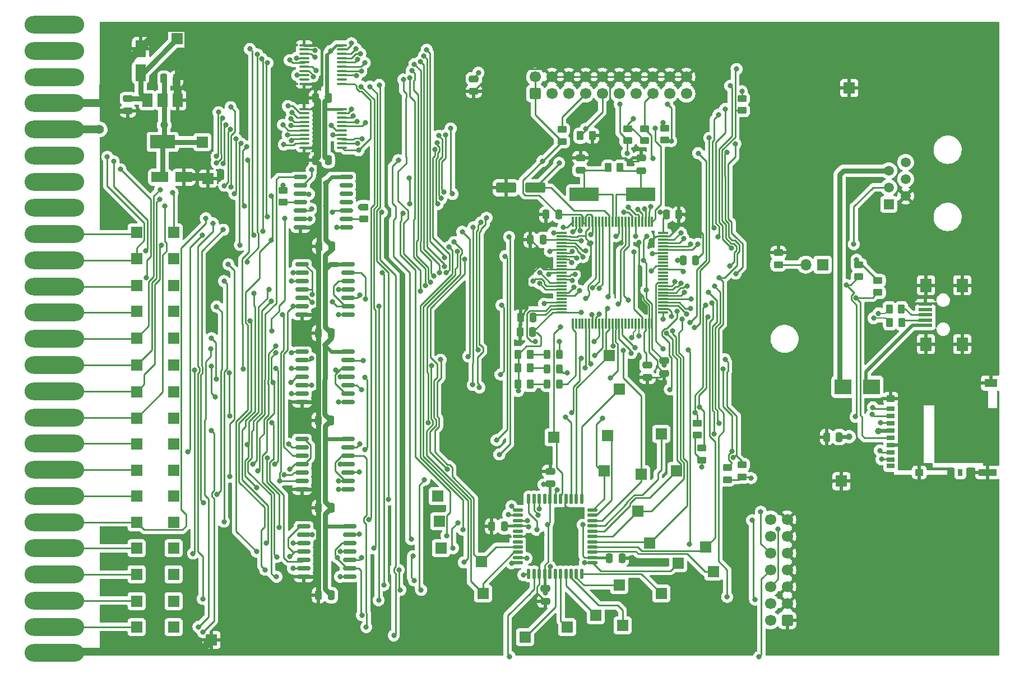
<source format=gbr>
%TF.GenerationSoftware,KiCad,Pcbnew,(6.0.9-0)*%
%TF.CreationDate,2023-01-03T21:00:15+01:00*%
%TF.ProjectId,MPSIBOARD,4d505349-424f-4415-9244-2e6b69636164,rev?*%
%TF.SameCoordinates,Original*%
%TF.FileFunction,Copper,L1,Top*%
%TF.FilePolarity,Positive*%
%FSLAX46Y46*%
G04 Gerber Fmt 4.6, Leading zero omitted, Abs format (unit mm)*
G04 Created by KiCad (PCBNEW (6.0.9-0)) date 2023-01-03 21:00:15*
%MOMM*%
%LPD*%
G01*
G04 APERTURE LIST*
G04 Aperture macros list*
%AMRoundRect*
0 Rectangle with rounded corners*
0 $1 Rounding radius*
0 $2 $3 $4 $5 $6 $7 $8 $9 X,Y pos of 4 corners*
0 Add a 4 corners polygon primitive as box body*
4,1,4,$2,$3,$4,$5,$6,$7,$8,$9,$2,$3,0*
0 Add four circle primitives for the rounded corners*
1,1,$1+$1,$2,$3*
1,1,$1+$1,$4,$5*
1,1,$1+$1,$6,$7*
1,1,$1+$1,$8,$9*
0 Add four rect primitives between the rounded corners*
20,1,$1+$1,$2,$3,$4,$5,0*
20,1,$1+$1,$4,$5,$6,$7,0*
20,1,$1+$1,$6,$7,$8,$9,0*
20,1,$1+$1,$8,$9,$2,$3,0*%
G04 Aperture macros list end*
%TA.AperFunction,ComponentPad*%
%ADD10R,1.700000X1.700000*%
%TD*%
%TA.AperFunction,SMDPad,CuDef*%
%ADD11RoundRect,0.250000X0.450000X-0.262500X0.450000X0.262500X-0.450000X0.262500X-0.450000X-0.262500X0*%
%TD*%
%TA.AperFunction,SMDPad,CuDef*%
%ADD12RoundRect,0.250000X-0.450000X0.262500X-0.450000X-0.262500X0.450000X-0.262500X0.450000X0.262500X0*%
%TD*%
%TA.AperFunction,SMDPad,CuDef*%
%ADD13RoundRect,0.250000X-0.475000X0.250000X-0.475000X-0.250000X0.475000X-0.250000X0.475000X0.250000X0*%
%TD*%
%TA.AperFunction,SMDPad,CuDef*%
%ADD14RoundRect,0.250000X-0.262500X-0.450000X0.262500X-0.450000X0.262500X0.450000X-0.262500X0.450000X0*%
%TD*%
%TA.AperFunction,SMDPad,CuDef*%
%ADD15RoundRect,0.250000X0.250000X0.475000X-0.250000X0.475000X-0.250000X-0.475000X0.250000X-0.475000X0*%
%TD*%
%TA.AperFunction,SMDPad,CuDef*%
%ADD16RoundRect,0.250000X0.475000X-0.250000X0.475000X0.250000X-0.475000X0.250000X-0.475000X-0.250000X0*%
%TD*%
%TA.AperFunction,SMDPad,CuDef*%
%ADD17RoundRect,0.250000X0.550000X-1.050000X0.550000X1.050000X-0.550000X1.050000X-0.550000X-1.050000X0*%
%TD*%
%TA.AperFunction,SMDPad,CuDef*%
%ADD18RoundRect,0.250000X1.250000X0.550000X-1.250000X0.550000X-1.250000X-0.550000X1.250000X-0.550000X0*%
%TD*%
%TA.AperFunction,SMDPad,CuDef*%
%ADD19RoundRect,0.243750X0.243750X0.456250X-0.243750X0.456250X-0.243750X-0.456250X0.243750X-0.456250X0*%
%TD*%
%TA.AperFunction,SMDPad,CuDef*%
%ADD20R,4.500000X2.000000*%
%TD*%
%TA.AperFunction,SMDPad,CuDef*%
%ADD21RoundRect,0.150000X-0.837500X-0.150000X0.837500X-0.150000X0.837500X0.150000X-0.837500X0.150000X0*%
%TD*%
%TA.AperFunction,ComponentPad*%
%ADD22R,1.520000X1.520000*%
%TD*%
%TA.AperFunction,ComponentPad*%
%ADD23C,1.520000*%
%TD*%
%TA.AperFunction,SMDPad,CuDef*%
%ADD24RoundRect,0.075000X-0.075000X0.725000X-0.075000X-0.725000X0.075000X-0.725000X0.075000X0.725000X0*%
%TD*%
%TA.AperFunction,SMDPad,CuDef*%
%ADD25RoundRect,0.075000X-0.725000X0.075000X-0.725000X-0.075000X0.725000X-0.075000X0.725000X0.075000X0*%
%TD*%
%TA.AperFunction,SMDPad,CuDef*%
%ADD26RoundRect,0.250000X-0.250000X-0.475000X0.250000X-0.475000X0.250000X0.475000X-0.250000X0.475000X0*%
%TD*%
%TA.AperFunction,SMDPad,CuDef*%
%ADD27R,1.200000X0.700000*%
%TD*%
%TA.AperFunction,SMDPad,CuDef*%
%ADD28R,0.800000X1.000000*%
%TD*%
%TA.AperFunction,SMDPad,CuDef*%
%ADD29R,2.800000X1.000000*%
%TD*%
%TA.AperFunction,SMDPad,CuDef*%
%ADD30R,1.900000X1.300000*%
%TD*%
%TA.AperFunction,SMDPad,CuDef*%
%ADD31R,1.200000X1.000000*%
%TD*%
%TA.AperFunction,ComponentPad*%
%ADD32O,1.700000X1.700000*%
%TD*%
%TA.AperFunction,SMDPad,CuDef*%
%ADD33RoundRect,0.100000X-0.637500X-0.100000X0.637500X-0.100000X0.637500X0.100000X-0.637500X0.100000X0*%
%TD*%
%TA.AperFunction,SMDPad,CuDef*%
%ADD34RoundRect,0.250000X0.262500X0.450000X-0.262500X0.450000X-0.262500X-0.450000X0.262500X-0.450000X0*%
%TD*%
%TA.AperFunction,ComponentPad*%
%ADD35RoundRect,0.250000X0.600000X0.600000X-0.600000X0.600000X-0.600000X-0.600000X0.600000X-0.600000X0*%
%TD*%
%TA.AperFunction,ComponentPad*%
%ADD36C,1.700000*%
%TD*%
%TA.AperFunction,SMDPad,CuDef*%
%ADD37O,9.000000X2.650000*%
%TD*%
%TA.AperFunction,SMDPad,CuDef*%
%ADD38RoundRect,0.250000X-1.050000X-0.550000X1.050000X-0.550000X1.050000X0.550000X-1.050000X0.550000X0*%
%TD*%
%TA.AperFunction,SMDPad,CuDef*%
%ADD39RoundRect,0.137500X-0.137500X0.600000X-0.137500X-0.600000X0.137500X-0.600000X0.137500X0.600000X0*%
%TD*%
%TA.AperFunction,SMDPad,CuDef*%
%ADD40RoundRect,0.137500X-0.600000X0.137500X-0.600000X-0.137500X0.600000X-0.137500X0.600000X0.137500X0*%
%TD*%
%TA.AperFunction,SMDPad,CuDef*%
%ADD41R,2.000000X0.500000*%
%TD*%
%TA.AperFunction,SMDPad,CuDef*%
%ADD42R,1.700000X2.000000*%
%TD*%
%TA.AperFunction,SMDPad,CuDef*%
%ADD43R,2.500000X2.300000*%
%TD*%
%TA.AperFunction,ComponentPad*%
%ADD44RoundRect,0.250000X0.600000X-0.600000X0.600000X0.600000X-0.600000X0.600000X-0.600000X-0.600000X0*%
%TD*%
%TA.AperFunction,SMDPad,CuDef*%
%ADD45R,1.500000X2.000000*%
%TD*%
%TA.AperFunction,SMDPad,CuDef*%
%ADD46R,3.800000X2.000000*%
%TD*%
%TA.AperFunction,ViaPad*%
%ADD47C,1.400000*%
%TD*%
%TA.AperFunction,ViaPad*%
%ADD48C,0.800000*%
%TD*%
%TA.AperFunction,ViaPad*%
%ADD49C,1.200000*%
%TD*%
%TA.AperFunction,ViaPad*%
%ADD50C,1.000000*%
%TD*%
%TA.AperFunction,Conductor*%
%ADD51C,0.250000*%
%TD*%
%TA.AperFunction,Conductor*%
%ADD52C,1.200000*%
%TD*%
%TA.AperFunction,Conductor*%
%ADD53C,0.800000*%
%TD*%
%TA.AperFunction,Conductor*%
%ADD54C,0.500000*%
%TD*%
%TA.AperFunction,Conductor*%
%ADD55C,0.200000*%
%TD*%
%TA.AperFunction,Conductor*%
%ADD56C,0.400000*%
%TD*%
%TA.AperFunction,Conductor*%
%ADD57C,0.600000*%
%TD*%
G04 APERTURE END LIST*
D10*
%TO.P,TP51,1,1*%
%TO.N,/SO0*%
X48768000Y-101346000D03*
%TD*%
%TO.P,TP36,1,1*%
%TO.N,/nDI5*%
X54356000Y-89408000D03*
%TD*%
%TO.P,TP33,1,1*%
%TO.N,/nDI2*%
X48768000Y-81280000D03*
%TD*%
D11*
%TO.P,R21,1*%
%TO.N,+3V3*%
X134125000Y-103800000D03*
%TO.P,R21,2*%
%TO.N,/SDIO_D2*%
X134125000Y-101975000D03*
%TD*%
%TO.P,R20,1*%
%TO.N,+3V3*%
X133475000Y-100000000D03*
%TO.P,R20,2*%
%TO.N,/SDIO_D3*%
X133475000Y-98175000D03*
%TD*%
D12*
%TO.P,R19,1*%
%TO.N,+3V3*%
X157875000Y-74237500D03*
%TO.P,R19,2*%
%TO.N,/SDIO_CMD*%
X157875000Y-76062500D03*
%TD*%
%TO.P,R18,1*%
%TO.N,+3V3*%
X160750000Y-76600000D03*
%TO.P,R18,2*%
%TO.N,/SDIO_SCK*%
X160750000Y-78425000D03*
%TD*%
D11*
%TO.P,R17,1*%
%TO.N,+3V3*%
X138000000Y-106762500D03*
%TO.P,R17,2*%
%TO.N,/SDIO_D0*%
X138000000Y-104937500D03*
%TD*%
%TO.P,R16,1*%
%TO.N,+3V3*%
X140200000Y-106312500D03*
%TO.P,R16,2*%
%TO.N,/SDIO_D1*%
X140200000Y-104487500D03*
%TD*%
D13*
%TO.P,C22,1*%
%TO.N,+5V*%
X47453000Y-49084000D03*
%TO.P,C22,2*%
%TO.N,GND*%
X47453000Y-50984000D03*
%TD*%
D10*
%TO.P,TP48,1,1*%
%TO.N,/nSI1*%
X54356000Y-105283000D03*
%TD*%
D14*
%TO.P,R7,1*%
%TO.N,/TCK*%
X115777000Y-54713500D03*
%TO.P,R7,2*%
%TO.N,GND*%
X117602000Y-54713500D03*
%TD*%
D15*
%TO.P,C1,1*%
%TO.N,+3V3*%
X154900000Y-100300000D03*
%TO.P,C1,2*%
%TO.N,GND*%
X153000000Y-100300000D03*
%TD*%
D11*
%TO.P,R3,1*%
%TO.N,+3V3*%
X125490000Y-55470000D03*
%TO.P,R3,2*%
%TO.N,/RST*%
X125490000Y-53645000D03*
%TD*%
D10*
%TO.P,TP18,1,1*%
%TO.N,/GMACK*%
X135890000Y-120650000D03*
%TD*%
D15*
%TO.P,C18,1*%
%TO.N,+5V*%
X78230000Y-71420000D03*
%TO.P,C18,2*%
%TO.N,GND*%
X76330000Y-71420000D03*
%TD*%
D10*
%TO.P,TP1,1,1*%
%TO.N,/GPSEL2*%
X124460000Y-111506000D03*
%TD*%
D16*
%TO.P,C11,1*%
%TO.N,Net-(C11-Pad1)*%
X115824000Y-59944000D03*
%TO.P,C11,2*%
%TO.N,GND*%
X115824000Y-58044000D03*
%TD*%
D17*
%TO.P,C6,1*%
%TO.N,+5V*%
X49383000Y-45164000D03*
%TO.P,C6,2*%
%TO.N,GND*%
X49383000Y-41564000D03*
%TD*%
D10*
%TO.P,TP2,1,1*%
%TO.N,/GPSEL3*%
X130302000Y-105410000D03*
%TD*%
D13*
%TO.P,C2,1*%
%TO.N,+3V3*%
X99720400Y-46101000D03*
%TO.P,C2,2*%
%TO.N,GND*%
X99720400Y-48001000D03*
%TD*%
D15*
%TO.P,C28,1*%
%TO.N,+3V3*%
X104328000Y-113792000D03*
%TO.P,C28,2*%
%TO.N,GND*%
X102428000Y-113792000D03*
%TD*%
D18*
%TO.P,C3,1*%
%TO.N,/RST*%
X108966000Y-62587500D03*
%TO.P,C3,2*%
%TO.N,GND*%
X104566000Y-62587500D03*
%TD*%
D10*
%TO.P,TP30,1,1*%
%TO.N,/GPSEL1*%
X100838000Y-119126000D03*
%TD*%
D19*
%TO.P,D2,1,K*%
%TO.N,/RED*%
X112650000Y-90010000D03*
%TO.P,D2,2,A*%
%TO.N,Net-(D2-Pad2)*%
X110775000Y-90010000D03*
%TD*%
D15*
%TO.P,C19,1*%
%TO.N,+3V3*%
X110170000Y-70461500D03*
%TO.P,C19,2*%
%TO.N,GND*%
X108270000Y-70461500D03*
%TD*%
D10*
%TO.P,TP42,1,1*%
%TO.N,/DO3*%
X54356000Y-77343000D03*
%TD*%
D20*
%TO.P,Y1,1,1*%
%TO.N,Net-(C10-Pad1)*%
X124900000Y-63603500D03*
%TO.P,Y1,2,2*%
%TO.N,Net-(C11-Pad1)*%
X116400000Y-63603500D03*
%TD*%
D10*
%TO.P,TP49,1,1*%
%TO.N,/nSI2*%
X54356000Y-109220000D03*
%TD*%
D21*
%TO.P,U9,1*%
%TO.N,/INT_ID*%
X73499500Y-60960000D03*
%TO.P,U9,2*%
%TO.N,/INT1EN*%
X73499500Y-62230000D03*
%TO.P,U9,3*%
%TO.N,/nDI0*%
X73499500Y-63500000D03*
%TO.P,U9,4*%
%TO.N,Net-(R1-Pad2)*%
X73499500Y-64770000D03*
%TO.P,U9,5*%
%TO.N,/CFI*%
X73499500Y-66040000D03*
%TO.P,U9,6*%
%TO.N,/nCFI*%
X73499500Y-67310000D03*
%TO.P,U9,7,GND*%
%TO.N,GND*%
X73499500Y-68580000D03*
%TO.P,U9,8*%
%TO.N,/nSSI*%
X80424500Y-68580000D03*
%TO.P,U9,9*%
%TO.N,Net-(R2-Pad2)*%
X80424500Y-67310000D03*
%TO.P,U9,10*%
%TO.N,/SSI*%
X80424500Y-66040000D03*
%TO.P,U9,11*%
%TO.N,unconnected-(U9-Pad11)*%
X80424500Y-64770000D03*
%TO.P,U9,12*%
%TO.N,unconnected-(U9-Pad12)*%
X80424500Y-63500000D03*
%TO.P,U9,13*%
%TO.N,unconnected-(U9-Pad13)*%
X80424500Y-62230000D03*
%TO.P,U9,14,VCC*%
%TO.N,+5V*%
X80424500Y-60960000D03*
%TD*%
D10*
%TO.P,TP20,1,1*%
%TO.N,/DATACLK*%
X128016000Y-123952000D03*
%TD*%
D22*
%TO.P,J6,1*%
%TO.N,unconnected-(J6-Pad1)*%
X162400000Y-65090000D03*
D23*
%TO.P,J6,2*%
%TO.N,GND*%
X164940000Y-63820000D03*
%TO.P,J6,3*%
%TO.N,/SDA*%
X162400000Y-62550000D03*
%TO.P,J6,4*%
%TO.N,/SCL*%
X164940000Y-61280000D03*
%TO.P,J6,5*%
%TO.N,+5V*%
X162400000Y-60010000D03*
%TO.P,J6,6*%
%TO.N,unconnected-(J6-Pad6)*%
X164940000Y-58740000D03*
%TD*%
D10*
%TO.P,TP56,1,1*%
%TO.N,/nSSI*%
X48768000Y-125095000D03*
%TD*%
%TO.P,TP16,1,1*%
%TO.N,/CFIHOST*%
X126238000Y-116332000D03*
%TD*%
%TO.P,TP61,1,1*%
%TO.N,GND*%
X156440000Y-47510000D03*
%TD*%
%TO.P,TP4,1,1*%
%TO.N,/TPSEL0*%
X124968000Y-105918000D03*
%TD*%
D24*
%TO.P,U2,1,PE2*%
%TO.N,/STM_DO2*%
X126650000Y-67763000D03*
%TO.P,U2,2,PE3*%
%TO.N,/STM_DO3*%
X126150000Y-67763000D03*
%TO.P,U2,3,PE4*%
%TO.N,/STM_DO4*%
X125650000Y-67763000D03*
%TO.P,U2,4,PE5*%
%TO.N,/STM_DO5*%
X125150000Y-67763000D03*
%TO.P,U2,5,PE6*%
%TO.N,/STM_DO6*%
X124650000Y-67763000D03*
%TO.P,U2,6,VBAT*%
%TO.N,+3V3*%
X124150000Y-67763000D03*
%TO.P,U2,7,PC13*%
%TO.N,/INT1EN*%
X123650000Y-67763000D03*
%TO.P,U2,8,PC14*%
%TO.N,/INT*%
X123150000Y-67763000D03*
%TO.P,U2,9,PC15*%
%TO.N,/CFIHOST*%
X122650000Y-67763000D03*
%TO.P,U2,10,VSS*%
%TO.N,GND*%
X122150000Y-67763000D03*
%TO.P,U2,11,VDD*%
%TO.N,+3V3*%
X121650000Y-67763000D03*
%TO.P,U2,12,PH0*%
%TO.N,Net-(C10-Pad1)*%
X121150000Y-67763000D03*
%TO.P,U2,13,PH1*%
%TO.N,Net-(C11-Pad1)*%
X120650000Y-67763000D03*
%TO.P,U2,14,NRST*%
%TO.N,/RST*%
X120150000Y-67763000D03*
%TO.P,U2,15,PC0*%
%TO.N,unconnected-(U2-Pad15)*%
X119650000Y-67763000D03*
%TO.P,U2,16,PC1*%
%TO.N,/nSTM_SI1*%
X119150000Y-67763000D03*
%TO.P,U2,17,PC2*%
%TO.N,/nSTM_SI2*%
X118650000Y-67763000D03*
%TO.P,U2,18,PC3*%
%TO.N,/nSTM_SI3*%
X118150000Y-67763000D03*
%TO.P,U2,19,VDD*%
%TO.N,+3V3*%
X117650000Y-67763000D03*
%TO.P,U2,20,VSSA*%
%TO.N,GND*%
X117150000Y-67763000D03*
%TO.P,U2,21,VREF+*%
%TO.N,+3V3*%
X116650000Y-67763000D03*
%TO.P,U2,22,VDDA*%
X116150000Y-67763000D03*
%TO.P,U2,23,PA0*%
%TO.N,/nSTM_DI0*%
X115650000Y-67763000D03*
%TO.P,U2,24,PA1*%
%TO.N,/nSTM_DI1*%
X115150000Y-67763000D03*
%TO.P,U2,25,PA2*%
%TO.N,/nSTM_DI2*%
X114650000Y-67763000D03*
D25*
%TO.P,U2,26,PA3*%
%TO.N,/nSTM_DI3*%
X112975000Y-69438000D03*
%TO.P,U2,27,VSS*%
%TO.N,GND*%
X112975000Y-69938000D03*
%TO.P,U2,28,VDD*%
%TO.N,+3V3*%
X112975000Y-70438000D03*
%TO.P,U2,29,PA4*%
%TO.N,/nSTM_DI4*%
X112975000Y-70938000D03*
%TO.P,U2,30,PA5*%
%TO.N,/nSTM_DI5*%
X112975000Y-71438000D03*
%TO.P,U2,31,PA6*%
%TO.N,/nSTM_DI6*%
X112975000Y-71938000D03*
%TO.P,U2,32,PA7*%
%TO.N,/nSTM_DI7*%
X112975000Y-72438000D03*
%TO.P,U2,33,PC4*%
%TO.N,/INT8EN*%
X112975000Y-72938000D03*
%TO.P,U2,34,PC5*%
%TO.N,/INT9EN*%
X112975000Y-73438000D03*
%TO.P,U2,35,PB0*%
%TO.N,unconnected-(U2-Pad35)*%
X112975000Y-73938000D03*
%TO.P,U2,36,PB1*%
%TO.N,unconnected-(U2-Pad36)*%
X112975000Y-74438000D03*
%TO.P,U2,37,PB2*%
%TO.N,GND*%
X112975000Y-74938000D03*
%TO.P,U2,38,PE7*%
%TO.N,/STM_DO7*%
X112975000Y-75438000D03*
%TO.P,U2,39,PE8*%
%TO.N,/STM_SO0*%
X112975000Y-75938000D03*
%TO.P,U2,40,PE9*%
%TO.N,/STM_SO1*%
X112975000Y-76438000D03*
%TO.P,U2,41,PE10*%
%TO.N,/STM_SO2*%
X112975000Y-76938000D03*
%TO.P,U2,42,PE11*%
%TO.N,/STM_SO3*%
X112975000Y-77438000D03*
%TO.P,U2,43,PE12*%
%TO.N,/nSTM_PR*%
X112975000Y-77938000D03*
%TO.P,U2,44,PE13*%
%TO.N,/nSTM_GP*%
X112975000Y-78438000D03*
%TO.P,U2,45,PE14*%
%TO.N,/nSTM_TP*%
X112975000Y-78938000D03*
%TO.P,U2,46,PE15*%
%TO.N,unconnected-(U2-Pad46)*%
X112975000Y-79438000D03*
%TO.P,U2,47,PB10*%
%TO.N,/RED*%
X112975000Y-79938000D03*
%TO.P,U2,48,PB11*%
%TO.N,/GREEN*%
X112975000Y-80438000D03*
%TO.P,U2,49,VCAP_1*%
%TO.N,Net-(C9-Pad1)*%
X112975000Y-80938000D03*
%TO.P,U2,50,VDD*%
%TO.N,+3V3*%
X112975000Y-81438000D03*
D24*
%TO.P,U2,51,PB12*%
%TO.N,/YELLOW*%
X114650000Y-83113000D03*
%TO.P,U2,52,PB13*%
%TO.N,unconnected-(U2-Pad52)*%
X115150000Y-83113000D03*
%TO.P,U2,53,PB14*%
%TO.N,unconnected-(U2-Pad53)*%
X115650000Y-83113000D03*
%TO.P,U2,54,PB15*%
%TO.N,unconnected-(U2-Pad54)*%
X116150000Y-83113000D03*
%TO.P,U2,55,PD8*%
%TO.N,/GPSEL0*%
X116650000Y-83113000D03*
%TO.P,U2,56,PD9*%
%TO.N,/GPSEL1*%
X117150000Y-83113000D03*
%TO.P,U2,57,PD10*%
%TO.N,/GPSEL2*%
X117650000Y-83113000D03*
%TO.P,U2,58,PD11*%
%TO.N,/GPSEL3*%
X118150000Y-83113000D03*
%TO.P,U2,59,PD12*%
%TO.N,/TPSEL0*%
X118650000Y-83113000D03*
%TO.P,U2,60,PD13*%
%TO.N,/TPSEL1*%
X119150000Y-83113000D03*
%TO.P,U2,61,PD14*%
%TO.N,/TPSEL2*%
X119650000Y-83113000D03*
%TO.P,U2,62,PD15*%
%TO.N,/TPSEL3*%
X120150000Y-83113000D03*
%TO.P,U2,63,PC6*%
%TO.N,/INT10EN*%
X120650000Y-83113000D03*
%TO.P,U2,64,PC7*%
%TO.N,/INT11EN*%
X121150000Y-83113000D03*
%TO.P,U2,65,PC8*%
%TO.N,/SDIO_D0*%
X121650000Y-83113000D03*
%TO.P,U2,66,PC9*%
%TO.N,/SDIO_D1*%
X122150000Y-83113000D03*
%TO.P,U2,67,PA8*%
%TO.N,unconnected-(U2-Pad67)*%
X122650000Y-83113000D03*
%TO.P,U2,68,PA9*%
%TO.N,unconnected-(U2-Pad68)*%
X123150000Y-83113000D03*
%TO.P,U2,69,PA10*%
%TO.N,unconnected-(U2-Pad69)*%
X123650000Y-83113000D03*
%TO.P,U2,70,PA11*%
%TO.N,/USB_N*%
X124150000Y-83113000D03*
%TO.P,U2,71,PA12*%
%TO.N,/USB_P*%
X124650000Y-83113000D03*
%TO.P,U2,72,PA13*%
%TO.N,/TMS*%
X125150000Y-83113000D03*
%TO.P,U2,73,VCAP_2*%
%TO.N,Net-(C4-Pad1)*%
X125650000Y-83113000D03*
%TO.P,U2,74,VSS*%
%TO.N,GND*%
X126150000Y-83113000D03*
%TO.P,U2,75,VDD*%
%TO.N,+3V3*%
X126650000Y-83113000D03*
D25*
%TO.P,U2,76,PA14*%
%TO.N,/TCK*%
X128325000Y-81438000D03*
%TO.P,U2,77,PA15*%
%TO.N,/TDI*%
X128325000Y-80938000D03*
%TO.P,U2,78,PC10*%
%TO.N,/SDIO_D2*%
X128325000Y-80438000D03*
%TO.P,U2,79,PC11*%
%TO.N,/SDIO_D3*%
X128325000Y-79938000D03*
%TO.P,U2,80,PC12*%
%TO.N,/SDIO_SCK*%
X128325000Y-79438000D03*
%TO.P,U2,81,PD0*%
%TO.N,/PRENABLE*%
X128325000Y-78938000D03*
%TO.P,U2,82,PD1*%
%TO.N,/CTL*%
X128325000Y-78438000D03*
%TO.P,U2,83,PD2*%
%TO.N,/SDIO_CMD*%
X128325000Y-77938000D03*
%TO.P,U2,84,PD3*%
%TO.N,/DATACLK*%
X128325000Y-77438000D03*
%TO.P,U2,85,PD4*%
%TO.N,/GMACK*%
X128325000Y-76938000D03*
%TO.P,U2,86,PD5*%
%TO.N,unconnected-(U2-Pad86)*%
X128325000Y-76438000D03*
%TO.P,U2,87,PD6*%
%TO.N,unconnected-(U2-Pad87)*%
X128325000Y-75938000D03*
%TO.P,U2,88,PD7*%
%TO.N,unconnected-(U2-Pad88)*%
X128325000Y-75438000D03*
%TO.P,U2,89,PB3*%
%TO.N,/TDO*%
X128325000Y-74938000D03*
%TO.P,U2,90,PB4*%
%TO.N,/TRST*%
X128325000Y-74438000D03*
%TO.P,U2,91,PB5*%
%TO.N,unconnected-(U2-Pad91)*%
X128325000Y-73938000D03*
%TO.P,U2,92,PB6*%
%TO.N,unconnected-(U2-Pad92)*%
X128325000Y-73438000D03*
%TO.P,U2,93,PB7*%
%TO.N,unconnected-(U2-Pad93)*%
X128325000Y-72938000D03*
%TO.P,U2,94,BOOT0*%
%TO.N,Net-(JP1-Pad2)*%
X128325000Y-72438000D03*
%TO.P,U2,95,PB8*%
%TO.N,/SCL*%
X128325000Y-71938000D03*
%TO.P,U2,96,PB9*%
%TO.N,/SDA*%
X128325000Y-71438000D03*
%TO.P,U2,97,PE0*%
%TO.N,/STM_DO0*%
X128325000Y-70938000D03*
%TO.P,U2,98,PE1*%
%TO.N,/STM_DO1*%
X128325000Y-70438000D03*
%TO.P,U2,99,VSS*%
%TO.N,GND*%
X128325000Y-69938000D03*
%TO.P,U2,100,VDD*%
%TO.N,+3V3*%
X128325000Y-69438000D03*
%TD*%
D10*
%TO.P,TP19,1,1*%
%TO.N,/CFI*%
X130556000Y-119380000D03*
%TD*%
%TO.P,TP10,1,1*%
%TO.N,/RST*%
X111760000Y-100330000D03*
%TD*%
%TO.P,TP22,1,1*%
%TO.N,/STATUS_ENB*%
X122174000Y-128778000D03*
%TD*%
%TO.P,TP50,1,1*%
%TO.N,/nSI3*%
X54356000Y-113157000D03*
%TD*%
%TO.P,TP44,1,1*%
%TO.N,/DO5*%
X48768000Y-89408000D03*
%TD*%
D13*
%TO.P,C4,1*%
%TO.N,Net-(C4-Pad1)*%
X125940000Y-89380000D03*
%TO.P,C4,2*%
%TO.N,GND*%
X125940000Y-91280000D03*
%TD*%
D19*
%TO.P,D1,1,K*%
%TO.N,/GREEN*%
X112670000Y-87800000D03*
%TO.P,D1,2,A*%
%TO.N,Net-(D1-Pad2)*%
X110795000Y-87800000D03*
%TD*%
D26*
%TO.P,C26,1*%
%TO.N,+3V3*%
X128778000Y-66651500D03*
%TO.P,C26,2*%
%TO.N,GND*%
X130678000Y-66651500D03*
%TD*%
D15*
%TO.P,C25,1*%
%TO.N,+3V3*%
X77724000Y-49022000D03*
%TO.P,C25,2*%
%TO.N,GND*%
X75824000Y-49022000D03*
%TD*%
D10*
%TO.P,TP9,1,1*%
%TO.N,/nCEO*%
X48768000Y-129032000D03*
%TD*%
%TO.P,TP34,1,1*%
%TO.N,/nDI3*%
X48768000Y-77343000D03*
%TD*%
D14*
%TO.P,R10,1*%
%TO.N,Net-(C11-Pad1)*%
X119991500Y-59539500D03*
%TO.P,R10,2*%
%TO.N,Net-(C10-Pad1)*%
X121816500Y-59539500D03*
%TD*%
D27*
%TO.P,J3,1,DAT2*%
%TO.N,/SDIO_D2*%
X162709000Y-96031000D03*
%TO.P,J3,2,DAT3/CD*%
%TO.N,/SDIO_D3*%
X162709000Y-97131000D03*
%TO.P,J3,3,CMD*%
%TO.N,/SDIO_CMD*%
X162709000Y-98231000D03*
%TO.P,J3,4,VDD*%
%TO.N,+3V3*%
X162709000Y-99331000D03*
%TO.P,J3,5,CLK*%
%TO.N,/SDIO_SCK*%
X162709000Y-100431000D03*
%TO.P,J3,6,VSS*%
%TO.N,GND*%
X162709000Y-101531000D03*
%TO.P,J3,7,DAT0*%
%TO.N,/SDIO_D0*%
X162709000Y-102631000D03*
%TO.P,J3,8,DAT1*%
%TO.N,/SDIO_D1*%
X162709000Y-103731000D03*
%TO.P,J3,9,DET_B*%
%TO.N,unconnected-(J3-Pad9)*%
X162709000Y-104681000D03*
D28*
%TO.P,J3,10,DET_A*%
%TO.N,unconnected-(J3-Pad10)*%
X173209000Y-105631000D03*
D29*
%TO.P,J3,11,SHIELD*%
%TO.N,GND*%
X177359000Y-105631000D03*
D30*
X177809000Y-92131000D03*
D31*
X162709000Y-94481000D03*
X167009000Y-105631000D03*
%TD*%
D10*
%TO.P,JP1,1,1*%
%TO.N,+3V3*%
X152400000Y-74210000D03*
D32*
%TO.P,JP1,2,2*%
%TO.N,Net-(JP1-Pad2)*%
X149860000Y-74210000D03*
%TD*%
D26*
%TO.P,C21,1*%
%TO.N,+3V3*%
X52903000Y-46084000D03*
%TO.P,C21,2*%
%TO.N,GND*%
X54803000Y-46084000D03*
%TD*%
D16*
%TO.P,C10,1*%
%TO.N,Net-(C10-Pad1)*%
X124968000Y-59981500D03*
%TO.P,C10,2*%
%TO.N,GND*%
X124968000Y-58081500D03*
%TD*%
D15*
%TO.P,C5,1*%
%TO.N,+5V*%
X78166000Y-84582000D03*
%TO.P,C5,2*%
%TO.N,GND*%
X76266000Y-84582000D03*
%TD*%
D10*
%TO.P,TP60,1,1*%
%TO.N,GND*%
X155260000Y-106970000D03*
%TD*%
D16*
%TO.P,C12,1*%
%TO.N,+3V3*%
X111252000Y-107376000D03*
%TO.P,C12,2*%
%TO.N,GND*%
X111252000Y-105476000D03*
%TD*%
D10*
%TO.P,TP3,1,1*%
%TO.N,/PRENABLE*%
X128016000Y-99822000D03*
%TD*%
%TO.P,TP21,1,1*%
%TO.N,/ACK*%
X121666000Y-122682000D03*
%TD*%
%TO.P,TP62,1,1*%
%TO.N,GND*%
X59563000Y-61214000D03*
%TD*%
%TO.P,TP40,1,1*%
%TO.N,/DO1*%
X48768000Y-73279000D03*
%TD*%
%TO.P,TP45,1,1*%
%TO.N,/DO6*%
X48768000Y-93472000D03*
%TD*%
D33*
%TO.P,U3,1,OE*%
%TO.N,GND*%
X74099500Y-50669000D03*
%TO.P,U3,2,D0*%
%TO.N,/DO0*%
X74099500Y-51319000D03*
%TO.P,U3,3,D1*%
%TO.N,/DO1*%
X74099500Y-51969000D03*
%TO.P,U3,4,D2*%
%TO.N,/DO2*%
X74099500Y-52619000D03*
%TO.P,U3,5,D3*%
%TO.N,/DO3*%
X74099500Y-53269000D03*
%TO.P,U3,6,D4*%
%TO.N,/DO4*%
X74099500Y-53919000D03*
%TO.P,U3,7,D5*%
%TO.N,/DO5*%
X74099500Y-54569000D03*
%TO.P,U3,8,D6*%
%TO.N,/DO6*%
X74099500Y-55219000D03*
%TO.P,U3,9,D7*%
%TO.N,/DO7*%
X74099500Y-55869000D03*
%TO.P,U3,10,GND*%
%TO.N,GND*%
X74099500Y-56519000D03*
%TO.P,U3,11,Cp*%
%TO.N,/DATACLK*%
X79824500Y-56519000D03*
%TO.P,U3,12,Q7*%
%TO.N,/STM_DO7*%
X79824500Y-55869000D03*
%TO.P,U3,13,Q6*%
%TO.N,/STM_DO6*%
X79824500Y-55219000D03*
%TO.P,U3,14,Q5*%
%TO.N,/STM_DO5*%
X79824500Y-54569000D03*
%TO.P,U3,15,Q4*%
%TO.N,/STM_DO4*%
X79824500Y-53919000D03*
%TO.P,U3,16,Q3*%
%TO.N,/STM_DO3*%
X79824500Y-53269000D03*
%TO.P,U3,17,Q2*%
%TO.N,/STM_DO2*%
X79824500Y-52619000D03*
%TO.P,U3,18,Q1*%
%TO.N,/STM_DO1*%
X79824500Y-51969000D03*
%TO.P,U3,19,Q0*%
%TO.N,/STM_DO0*%
X79824500Y-51319000D03*
%TO.P,U3,20,VCC*%
%TO.N,+3V3*%
X79824500Y-50669000D03*
%TD*%
D13*
%TO.P,C14,1*%
%TO.N,+3V3*%
X128500000Y-88760000D03*
%TO.P,C14,2*%
%TO.N,GND*%
X128500000Y-90660000D03*
%TD*%
D34*
%TO.P,R13,1*%
%TO.N,Net-(D1-Pad2)*%
X108220000Y-87760000D03*
%TO.P,R13,2*%
%TO.N,+3V3*%
X106395000Y-87760000D03*
%TD*%
%TO.P,R14,1*%
%TO.N,Net-(D2-Pad2)*%
X108200000Y-89820000D03*
%TO.P,R14,2*%
%TO.N,+3V3*%
X106375000Y-89820000D03*
%TD*%
D21*
%TO.P,U8,1*%
%TO.N,/INT_ID*%
X73753500Y-100584000D03*
%TO.P,U8,2*%
%TO.N,/INT11EN*%
X73753500Y-101854000D03*
%TO.P,U8,3*%
%TO.N,/nSI2*%
X73753500Y-103124000D03*
%TO.P,U8,4*%
%TO.N,/INT_ID*%
X73753500Y-104394000D03*
%TO.P,U8,5*%
%TO.N,/INT10EN*%
X73753500Y-105664000D03*
%TO.P,U8,6*%
%TO.N,/nSI1*%
X73753500Y-106934000D03*
%TO.P,U8,7,GND*%
%TO.N,GND*%
X73753500Y-108204000D03*
%TO.P,U8,8*%
%TO.N,/nSI0*%
X80678500Y-108204000D03*
%TO.P,U8,9*%
%TO.N,/INT_ID*%
X80678500Y-106934000D03*
%TO.P,U8,10*%
%TO.N,/INT9EN*%
X80678500Y-105664000D03*
%TO.P,U8,11*%
%TO.N,/nDI7*%
X80678500Y-104394000D03*
%TO.P,U8,12*%
%TO.N,/INT_ID*%
X80678500Y-103124000D03*
%TO.P,U8,13*%
%TO.N,/INT8EN*%
X80678500Y-101854000D03*
%TO.P,U8,14,VCC*%
%TO.N,+5V*%
X80678500Y-100584000D03*
%TD*%
D15*
%TO.P,C13,1*%
%TO.N,+5V*%
X78166000Y-110998000D03*
%TO.P,C13,2*%
%TO.N,GND*%
X76266000Y-110998000D03*
%TD*%
D35*
%TO.P,J4,1,Pin_1*%
%TO.N,GND*%
X147066000Y-128016000D03*
D36*
%TO.P,J4,2,Pin_2*%
%TO.N,+3V3*%
X144526000Y-128016000D03*
%TO.P,J4,3,Pin_3*%
%TO.N,GND*%
X147066000Y-125476000D03*
%TO.P,J4,4,Pin_4*%
%TO.N,/XILINX_TMS*%
X144526000Y-125476000D03*
%TO.P,J4,5,Pin_5*%
%TO.N,GND*%
X147066000Y-122936000D03*
%TO.P,J4,6,Pin_6*%
%TO.N,/XILINX_TCK*%
X144526000Y-122936000D03*
%TO.P,J4,7,Pin_7*%
%TO.N,GND*%
X147066000Y-120396000D03*
%TO.P,J4,8,Pin_8*%
%TO.N,/XILINX_TDO*%
X144526000Y-120396000D03*
%TO.P,J4,9,Pin_9*%
%TO.N,GND*%
X147066000Y-117856000D03*
%TO.P,J4,10,Pin_10*%
%TO.N,/XILINX_TDI*%
X144526000Y-117856000D03*
%TO.P,J4,11,Pin_11*%
%TO.N,GND*%
X147066000Y-115316000D03*
%TO.P,J4,12,Pin_12*%
%TO.N,unconnected-(J4-Pad12)*%
X144526000Y-115316000D03*
%TO.P,J4,13,Pin_13*%
%TO.N,GND*%
X147066000Y-112776000D03*
%TO.P,J4,14,Pin_14*%
%TO.N,unconnected-(J4-Pad14)*%
X144526000Y-112776000D03*
%TD*%
D15*
%TO.P,C8,1*%
%TO.N,+3V3*%
X77724000Y-58420000D03*
%TO.P,C8,2*%
%TO.N,GND*%
X75824000Y-58420000D03*
%TD*%
D10*
%TO.P,TP29,1,1*%
%TO.N,/CO3*%
X54356000Y-121031000D03*
%TD*%
%TO.P,TP8,1,1*%
%TO.N,/TPSEL3*%
X120142000Y-87987500D03*
%TD*%
%TO.P,TP52,1,1*%
%TO.N,/SO1*%
X48768000Y-105283000D03*
%TD*%
%TO.P,TP54,1,1*%
%TO.N,/SO3*%
X48768000Y-113157000D03*
%TD*%
%TO.P,TP57,1,1*%
%TO.N,+5V*%
X54903000Y-40074000D03*
%TD*%
D12*
%TO.P,R5,1*%
%TO.N,+3V3*%
X128524000Y-53547000D03*
%TO.P,R5,2*%
%TO.N,/TDO*%
X128524000Y-55372000D03*
%TD*%
D10*
%TO.P,TP31,1,1*%
%TO.N,/nDI0*%
X48768000Y-69342000D03*
%TD*%
%TO.P,TP27,1,1*%
%TO.N,/CO1*%
X54356000Y-117094000D03*
%TD*%
%TO.P,TP47,1,1*%
%TO.N,/nSI0*%
X54356000Y-101346000D03*
%TD*%
%TO.P,TP35,1,1*%
%TO.N,/nDI4*%
X54356000Y-85344000D03*
%TD*%
D37*
%TO.P,J1,b1,Pin_b1*%
%TO.N,GND*%
X36327000Y-132963000D03*
%TO.P,J1,b2,Pin_b2*%
%TO.N,/nCEO*%
X36327000Y-129003000D03*
%TO.P,J1,b3,Pin_b3*%
%TO.N,/nSSI*%
X36327000Y-125043000D03*
%TO.P,J1,b4,Pin_b4*%
%TO.N,/CO2*%
X36327000Y-121083000D03*
%TO.P,J1,b5,Pin_b5*%
%TO.N,/CO0*%
X36327000Y-117123000D03*
%TO.P,J1,b6,Pin_b6*%
%TO.N,/SO3*%
X36327000Y-113163000D03*
%TO.P,J1,b7,Pin_b7*%
%TO.N,/SO2*%
X36327000Y-109203000D03*
%TO.P,J1,b8,Pin_b8*%
%TO.N,/SO1*%
X36327000Y-105243000D03*
%TO.P,J1,b9,Pin_b9*%
%TO.N,/SO0*%
X36327000Y-101283000D03*
%TO.P,J1,b10,Pin_b10*%
%TO.N,/DO7*%
X36327000Y-97323000D03*
%TO.P,J1,b11,Pin_b11*%
%TO.N,/DO6*%
X36327000Y-93363000D03*
%TO.P,J1,b12,Pin_b12*%
%TO.N,/DO5*%
X36327000Y-89403000D03*
%TO.P,J1,b13,Pin_b13*%
%TO.N,/DO4*%
X36327000Y-85443000D03*
%TO.P,J1,b14,Pin_b14*%
%TO.N,/nDI2*%
X36327000Y-81483000D03*
%TO.P,J1,b15,Pin_b15*%
%TO.N,/nDI3*%
X36327000Y-77523000D03*
%TO.P,J1,b16,Pin_b16*%
%TO.N,/DO1*%
X36327000Y-73563000D03*
%TO.P,J1,b17,Pin_b17*%
%TO.N,/nDI0*%
X36327000Y-69603000D03*
%TO.P,J1,b18,Pin_b18*%
%TO.N,unconnected-(J1-Padb18)*%
X36327000Y-65643000D03*
%TO.P,J1,b19,Pin_b19*%
%TO.N,unconnected-(J1-Padb19)*%
X36327000Y-61683000D03*
%TO.P,J1,b20,Pin_b20*%
%TO.N,unconnected-(J1-Padb20)*%
X36327000Y-57723000D03*
%TO.P,J1,b21,Pin_b21*%
%TO.N,+5V*%
X36327000Y-53763000D03*
%TO.P,J1,b22,Pin_b22*%
%TO.N,GND*%
X36327000Y-49803000D03*
%TO.P,J1,b23,Pin_b23*%
%TO.N,unconnected-(J1-Padb23)*%
X36327000Y-45843000D03*
%TO.P,J1,b24,Pin_b24*%
%TO.N,unconnected-(J1-Padb24)*%
X36327000Y-41883000D03*
%TO.P,J1,b25,Pin_b25*%
%TO.N,unconnected-(J1-Padb25)*%
X36327000Y-37923000D03*
%TD*%
D10*
%TO.P,TP55,1,1*%
%TO.N,/nCFI*%
X54356000Y-129032000D03*
%TD*%
%TO.P,TP25,1,1*%
%TO.N,/SSI*%
X107442000Y-130556000D03*
%TD*%
%TO.P,TP39,1,1*%
%TO.N,/DO0*%
X54356000Y-69342000D03*
%TD*%
D12*
%TO.P,R2,2*%
%TO.N,Net-(R2-Pad2)*%
X83058000Y-67310000D03*
%TO.P,R2,1*%
%TO.N,+5V*%
X83058000Y-65485000D03*
%TD*%
D10*
%TO.P,TP37,1,1*%
%TO.N,/nDI6*%
X54356000Y-93472000D03*
%TD*%
%TO.P,TP59,1,1*%
%TO.N,GND*%
X60090000Y-130980000D03*
%TD*%
%TO.P,TP26,1,1*%
%TO.N,/CO0*%
X48768000Y-117094000D03*
%TD*%
D19*
%TO.P,D3,1,K*%
%TO.N,/YELLOW*%
X112647500Y-92250000D03*
%TO.P,D3,2,A*%
%TO.N,Net-(D3-Pad2)*%
X110772500Y-92250000D03*
%TD*%
D12*
%TO.P,R8,1*%
%TO.N,+3V3*%
X122936000Y-53650500D03*
%TO.P,R8,2*%
%TO.N,/TDI*%
X122936000Y-55475500D03*
%TD*%
D10*
%TO.P,TP13,1,1*%
%TO.N,/nGP*%
X94488000Y-113030000D03*
%TD*%
D21*
%TO.P,U4,1*%
%TO.N,/STATUS_ENB*%
X73753500Y-74168000D03*
%TO.P,U4,2*%
%TO.N,/ACK*%
X73753500Y-75438000D03*
%TO.P,U4,3*%
%TO.N,/nSI3*%
X73753500Y-76708000D03*
%TO.P,U4,4*%
%TO.N,/STATUS_ENB*%
X73753500Y-77978000D03*
%TO.P,U4,5*%
%TO.N,/nSTM_SI1*%
X73753500Y-79248000D03*
%TO.P,U4,6*%
%TO.N,/nSI2*%
X73753500Y-80518000D03*
%TO.P,U4,7,GND*%
%TO.N,GND*%
X73753500Y-81788000D03*
%TO.P,U4,8*%
%TO.N,/nSI1*%
X80678500Y-81788000D03*
%TO.P,U4,9*%
%TO.N,/STATUS_ENB*%
X80678500Y-80518000D03*
%TO.P,U4,10*%
%TO.N,/nSTM_SI2*%
X80678500Y-79248000D03*
%TO.P,U4,11*%
%TO.N,/nSI0*%
X80678500Y-77978000D03*
%TO.P,U4,12*%
%TO.N,/STATUS_ENB*%
X80678500Y-76708000D03*
%TO.P,U4,13*%
%TO.N,/nSTM_SI3*%
X80678500Y-75438000D03*
%TO.P,U4,14,VCC*%
%TO.N,+5V*%
X80678500Y-74168000D03*
%TD*%
%TO.P,U7,1*%
%TO.N,/DATA_ENB*%
X74007500Y-113792000D03*
%TO.P,U7,2*%
%TO.N,/nSTM_DI4*%
X74007500Y-115062000D03*
%TO.P,U7,3*%
%TO.N,/nDI3*%
X74007500Y-116332000D03*
%TO.P,U7,4*%
%TO.N,/DATA_ENB*%
X74007500Y-117602000D03*
%TO.P,U7,5*%
%TO.N,/nSTM_DI5*%
X74007500Y-118872000D03*
%TO.P,U7,6*%
%TO.N,/nDI2*%
X74007500Y-120142000D03*
%TO.P,U7,7,GND*%
%TO.N,GND*%
X74007500Y-121412000D03*
%TO.P,U7,8*%
%TO.N,/nDI1*%
X80932500Y-121412000D03*
%TO.P,U7,9*%
%TO.N,/DATA_ENB*%
X80932500Y-120142000D03*
%TO.P,U7,10*%
%TO.N,/nSTM_DI6*%
X80932500Y-118872000D03*
%TO.P,U7,11*%
%TO.N,/nDI0*%
X80932500Y-117602000D03*
%TO.P,U7,12*%
%TO.N,/DATA_ENB*%
X80932500Y-116332000D03*
%TO.P,U7,13*%
%TO.N,/nSTM_DI7*%
X80932500Y-115062000D03*
%TO.P,U7,14,VCC*%
%TO.N,+5V*%
X80932500Y-113792000D03*
%TD*%
D10*
%TO.P,TP53,1,1*%
%TO.N,/SO2*%
X48768000Y-109220000D03*
%TD*%
%TO.P,TP11,1,1*%
%TO.N,/nSIH*%
X54356000Y-125095000D03*
%TD*%
D38*
%TO.P,C7,1*%
%TO.N,+3V3*%
X52293000Y-60984000D03*
%TO.P,C7,2*%
%TO.N,GND*%
X55893000Y-60984000D03*
%TD*%
D10*
%TO.P,TP5,1,1*%
%TO.N,/CTL*%
X119888000Y-100076000D03*
%TD*%
D12*
%TO.P,R9,1*%
%TO.N,+3V3*%
X140208000Y-49078500D03*
%TO.P,R9,2*%
%TO.N,/TRST*%
X140208000Y-50903500D03*
%TD*%
D11*
%TO.P,R4,1*%
%TO.N,Net-(JP1-Pad2)*%
X145720000Y-74225000D03*
%TO.P,R4,2*%
%TO.N,GND*%
X145720000Y-72400000D03*
%TD*%
D15*
%TO.P,C27,1*%
%TO.N,+3V3*%
X108590000Y-84420000D03*
%TO.P,C27,2*%
%TO.N,GND*%
X106690000Y-84420000D03*
%TD*%
D10*
%TO.P,TP24,1,1*%
%TO.N,/INT_ID*%
X113792000Y-129032000D03*
%TD*%
D39*
%TO.P,U1,1,B7/GCK2*%
%TO.N,/TPSEL2*%
X116014000Y-109653500D03*
%TO.P,U1,2,B8*%
%TO.N,/TPSEL3*%
X115214000Y-109653500D03*
%TO.P,U1,3,B9*%
%TO.N,/nCEO*%
X114414000Y-109653500D03*
%TO.P,U1,4,GND*%
%TO.N,GND*%
X113614000Y-109653500D03*
%TO.P,U1,5,B10*%
%TO.N,/RST*%
X112814000Y-109653500D03*
%TO.P,U1,6,B11*%
%TO.N,/nSIH*%
X112014000Y-109653500D03*
%TO.P,U1,7,VCCIO1*%
%TO.N,+3V3*%
X111214000Y-109653500D03*
%TO.P,U1,8,B12*%
%TO.N,unconnected-(U1-Pad8)*%
X110414000Y-109653500D03*
%TO.P,U1,9,TDI*%
%TO.N,/XILINX_TDI*%
X109614000Y-109653500D03*
%TO.P,U1,10,TMS*%
%TO.N,/XILINX_TMS*%
X108814000Y-109653500D03*
%TO.P,U1,11,TCK*%
%TO.N,/XILINX_TCK*%
X108014000Y-109653500D03*
D40*
%TO.P,U1,12,B13*%
%TO.N,/nTP*%
X106351500Y-111316000D03*
%TO.P,U1,13,B14*%
%TO.N,/nGP*%
X106351500Y-112116000D03*
%TO.P,U1,14,B15*%
%TO.N,/nPR*%
X106351500Y-112916000D03*
%TO.P,U1,15,VCC*%
%TO.N,+3V3*%
X106351500Y-113716000D03*
%TO.P,U1,16,B16*%
%TO.N,unconnected-(U1-Pad16)*%
X106351500Y-114516000D03*
%TO.P,U1,17,GND*%
%TO.N,GND*%
X106351500Y-115316000D03*
%TO.P,U1,18,I2*%
%TO.N,unconnected-(U1-Pad18)*%
X106351500Y-116116000D03*
%TO.P,U1,19,A16*%
%TO.N,/GPSEL1*%
X106351500Y-116916000D03*
%TO.P,U1,20,A15*%
%TO.N,/GPSEL0*%
X106351500Y-117716000D03*
%TO.P,U1,21,A14*%
%TO.N,/CO3*%
X106351500Y-118516000D03*
%TO.P,U1,22,A13*%
%TO.N,/CO2*%
X106351500Y-119316000D03*
D39*
%TO.P,U1,23,A12*%
%TO.N,/CO1*%
X108014000Y-120978500D03*
%TO.P,U1,24,TDO*%
%TO.N,/XILINX_TDO*%
X108814000Y-120978500D03*
%TO.P,U1,25,GND*%
%TO.N,GND*%
X109614000Y-120978500D03*
%TO.P,U1,26,VCCIO2*%
%TO.N,+3V3*%
X110414000Y-120978500D03*
%TO.P,U1,27,A11*%
%TO.N,/CO0*%
X111214000Y-120978500D03*
%TO.P,U1,28,A10*%
%TO.N,/SSI*%
X112014000Y-120978500D03*
%TO.P,U1,29,A9*%
%TO.N,/INT_ID*%
X112814000Y-120978500D03*
%TO.P,U1,30,A8/GSR*%
%TO.N,/DATA_ENB*%
X113614000Y-120978500D03*
%TO.P,U1,31,A7/GTS2*%
%TO.N,/STATUS_ENB*%
X114414000Y-120978500D03*
%TO.P,U1,32,A6/GTS3*%
%TO.N,/ACK*%
X115214000Y-120978500D03*
%TO.P,U1,33,A5/GTS0*%
%TO.N,/DATACLK*%
X116014000Y-120978500D03*
D40*
%TO.P,U1,34,A4/GTS1*%
%TO.N,/CFI*%
X117676500Y-119316000D03*
%TO.P,U1,35,VCCjtag*%
%TO.N,+3V3*%
X117676500Y-118516000D03*
%TO.P,U1,36,A3*%
%TO.N,/GMACK*%
X117676500Y-117716000D03*
%TO.P,U1,37,A2*%
%TO.N,/INT*%
X117676500Y-116916000D03*
%TO.P,U1,38,A1*%
%TO.N,/CFIHOST*%
X117676500Y-116116000D03*
%TO.P,U1,39,B1*%
%TO.N,/GPSEL2*%
X117676500Y-115316000D03*
%TO.P,U1,40,B2*%
%TO.N,/GPSEL3*%
X117676500Y-114516000D03*
%TO.P,U1,41,B3*%
%TO.N,/PRENABLE*%
X117676500Y-113716000D03*
%TO.P,U1,42,B4*%
%TO.N,/TPSEL0*%
X117676500Y-112916000D03*
%TO.P,U1,43,B5/GCK0*%
%TO.N,/CTL*%
X117676500Y-112116000D03*
%TO.P,U1,44,B6/GCK1*%
%TO.N,/TPSEL1*%
X117676500Y-111316000D03*
%TD*%
D10*
%TO.P,TP43,1,1*%
%TO.N,/DO4*%
X48768000Y-85344000D03*
%TD*%
%TO.P,TP46,1,1*%
%TO.N,/DO7*%
X48768000Y-97409000D03*
%TD*%
%TO.P,TP58,1,1*%
%TO.N,+3V3*%
X58713000Y-55684000D03*
%TD*%
%TO.P,TP17,1,1*%
%TO.N,/INT*%
X134750000Y-116950000D03*
%TD*%
D26*
%TO.P,C16,1*%
%TO.N,+3V3*%
X120208000Y-118618000D03*
%TO.P,C16,2*%
%TO.N,GND*%
X122108000Y-118618000D03*
%TD*%
D10*
%TO.P,TP15,1,1*%
%TO.N,/GPSEL0*%
X101092000Y-123952000D03*
%TD*%
%TO.P,TP12,1,1*%
%TO.N,/nTP*%
X94300000Y-109250000D03*
%TD*%
%TO.P,TP32,1,1*%
%TO.N,/nDI1*%
X54356000Y-81280000D03*
%TD*%
D41*
%TO.P,J2,1,VBUS*%
%TO.N,Net-(D4-Pad2)*%
X167929000Y-83388000D03*
%TO.P,J2,2,D-*%
%TO.N,Net-(J2-Pad2)*%
X167929000Y-82588000D03*
%TO.P,J2,3,D+*%
%TO.N,Net-(J2-Pad3)*%
X167929000Y-81788000D03*
%TO.P,J2,4,ID*%
%TO.N,unconnected-(J2-Pad4)*%
X167929000Y-80988000D03*
%TO.P,J2,5,GND*%
%TO.N,GND*%
X167929000Y-80188000D03*
D42*
%TO.P,J2,6,Shield*%
X168029000Y-86238000D03*
X168029000Y-77338000D03*
X173479000Y-86238000D03*
X173479000Y-77338000D03*
%TD*%
D15*
%TO.P,C20,1*%
%TO.N,+5V*%
X78100000Y-97790000D03*
%TO.P,C20,2*%
%TO.N,GND*%
X76200000Y-97790000D03*
%TD*%
D26*
%TO.P,C17,1*%
%TO.N,+3V3*%
X131320000Y-73610000D03*
%TO.P,C17,2*%
%TO.N,GND*%
X133220000Y-73610000D03*
%TD*%
D14*
%TO.P,R12,1*%
%TO.N,/USB_N*%
X162545000Y-82980000D03*
%TO.P,R12,2*%
%TO.N,Net-(J2-Pad2)*%
X164370000Y-82980000D03*
%TD*%
D13*
%TO.P,C23,1*%
%TO.N,+3V3*%
X110490000Y-123190000D03*
%TO.P,C23,2*%
%TO.N,GND*%
X110490000Y-125090000D03*
%TD*%
D10*
%TO.P,TP14,1,1*%
%TO.N,/nPR*%
X94742000Y-117094000D03*
%TD*%
D21*
%TO.P,U6,1*%
%TO.N,/DATA_ENB*%
X73753500Y-87376000D03*
%TO.P,U6,2*%
%TO.N,/nSTM_DI1*%
X73753500Y-88646000D03*
%TO.P,U6,3*%
%TO.N,/nDI7*%
X73753500Y-89916000D03*
%TO.P,U6,4*%
%TO.N,/DATA_ENB*%
X73753500Y-91186000D03*
%TO.P,U6,5*%
%TO.N,/nSTM_DI2*%
X73753500Y-92456000D03*
%TO.P,U6,6*%
%TO.N,/nDI6*%
X73753500Y-93726000D03*
%TO.P,U6,7,GND*%
%TO.N,GND*%
X73753500Y-94996000D03*
%TO.P,U6,8*%
%TO.N,/nDI5*%
X80678500Y-94996000D03*
%TO.P,U6,9*%
%TO.N,/DATA_ENB*%
X80678500Y-93726000D03*
%TO.P,U6,10*%
%TO.N,/nSTM_DI0*%
X80678500Y-92456000D03*
%TO.P,U6,11*%
%TO.N,/nDI4*%
X80678500Y-91186000D03*
%TO.P,U6,12*%
%TO.N,/DATA_ENB*%
X80678500Y-89916000D03*
%TO.P,U6,13*%
%TO.N,/nSTM_DI3*%
X80678500Y-88646000D03*
%TO.P,U6,14,VCC*%
%TO.N,+5V*%
X80678500Y-87376000D03*
%TD*%
D10*
%TO.P,TP41,1,1*%
%TO.N,/DO2*%
X54356000Y-73279000D03*
%TD*%
%TO.P,TP23,1,1*%
%TO.N,/DATA_ENB*%
X118110000Y-127254000D03*
%TD*%
D12*
%TO.P,R1,1*%
%TO.N,+5V*%
X70866000Y-62945000D03*
%TO.P,R1,2*%
%TO.N,Net-(R1-Pad2)*%
X70866000Y-64770000D03*
%TD*%
D14*
%TO.P,R11,1*%
%TO.N,/USB_P*%
X162480000Y-80930000D03*
%TO.P,R11,2*%
%TO.N,Net-(J2-Pad3)*%
X164305000Y-80930000D03*
%TD*%
D15*
%TO.P,C15,1*%
%TO.N,+5V*%
X78166000Y-124206000D03*
%TO.P,C15,2*%
%TO.N,GND*%
X76266000Y-124206000D03*
%TD*%
D11*
%TO.P,R6,1*%
%TO.N,+3V3*%
X113030000Y-55610000D03*
%TO.P,R6,2*%
%TO.N,/TMS*%
X113030000Y-53785000D03*
%TD*%
D43*
%TO.P,D4,1,K*%
%TO.N,+5V*%
X155500000Y-92700000D03*
%TO.P,D4,2,A*%
%TO.N,Net-(D4-Pad2)*%
X159800000Y-92700000D03*
%TD*%
D44*
%TO.P,J5,1,Pin_1*%
%TO.N,+3V3*%
X108966000Y-48354000D03*
D36*
%TO.P,J5,2,Pin_2*%
X108966000Y-45814000D03*
%TO.P,J5,3,Pin_3*%
%TO.N,/TRST*%
X111506000Y-48354000D03*
%TO.P,J5,4,Pin_4*%
%TO.N,GND*%
X111506000Y-45814000D03*
%TO.P,J5,5,Pin_5*%
%TO.N,/TDI*%
X114046000Y-48354000D03*
%TO.P,J5,6,Pin_6*%
%TO.N,GND*%
X114046000Y-45814000D03*
%TO.P,J5,7,Pin_7*%
%TO.N,/TMS*%
X116586000Y-48354000D03*
%TO.P,J5,8,Pin_8*%
%TO.N,GND*%
X116586000Y-45814000D03*
%TO.P,J5,9,Pin_9*%
%TO.N,/TCK*%
X119126000Y-48354000D03*
%TO.P,J5,10,Pin_10*%
%TO.N,GND*%
X119126000Y-45814000D03*
%TO.P,J5,11,Pin_11*%
%TO.N,unconnected-(J5-Pad11)*%
X121666000Y-48354000D03*
%TO.P,J5,12,Pin_12*%
%TO.N,GND*%
X121666000Y-45814000D03*
%TO.P,J5,13,Pin_13*%
%TO.N,/TDO*%
X124206000Y-48354000D03*
%TO.P,J5,14,Pin_14*%
%TO.N,GND*%
X124206000Y-45814000D03*
%TO.P,J5,15,Pin_15*%
%TO.N,/RST*%
X126746000Y-48354000D03*
%TO.P,J5,16,Pin_16*%
%TO.N,GND*%
X126746000Y-45814000D03*
%TO.P,J5,17,Pin_17*%
%TO.N,unconnected-(J5-Pad17)*%
X129286000Y-48354000D03*
%TO.P,J5,18,Pin_18*%
%TO.N,GND*%
X129286000Y-45814000D03*
%TO.P,J5,19,Pin_19*%
%TO.N,unconnected-(J5-Pad19)*%
X131826000Y-48354000D03*
%TO.P,J5,20,Pin_20*%
%TO.N,GND*%
X131826000Y-45814000D03*
%TD*%
D15*
%TO.P,C24,1*%
%TO.N,+3V3*%
X112522000Y-66651500D03*
%TO.P,C24,2*%
%TO.N,GND*%
X110622000Y-66651500D03*
%TD*%
D10*
%TO.P,TP6,1,1*%
%TO.N,/TPSEL1*%
X119380000Y-105410000D03*
%TD*%
%TO.P,TP38,1,1*%
%TO.N,/nDI7*%
X54356000Y-97409000D03*
%TD*%
D34*
%TO.P,R15,1*%
%TO.N,Net-(D3-Pad2)*%
X108222500Y-92300000D03*
%TO.P,R15,2*%
%TO.N,+3V3*%
X106397500Y-92300000D03*
%TD*%
D10*
%TO.P,TP7,1,1*%
%TO.N,/TPSEL2*%
X121666000Y-93067500D03*
%TD*%
D45*
%TO.P,U11,1,GND*%
%TO.N,GND*%
X55013000Y-49354000D03*
D46*
%TO.P,U11,2,VO*%
%TO.N,+3V3*%
X52713000Y-55654000D03*
D45*
X52713000Y-49354000D03*
%TO.P,U11,3,VI*%
%TO.N,+5V*%
X50413000Y-49354000D03*
%TD*%
D10*
%TO.P,TP28,1,1*%
%TO.N,/CO2*%
X48768000Y-121031000D03*
%TD*%
D15*
%TO.P,C9,1*%
%TO.N,Net-(C9-Pad1)*%
X108660000Y-82220000D03*
%TO.P,C9,2*%
%TO.N,GND*%
X106760000Y-82220000D03*
%TD*%
D33*
%TO.P,U5,1,OE*%
%TO.N,GND*%
X74099500Y-41017000D03*
%TO.P,U5,2,D0*%
%TO.N,/SO0*%
X74099500Y-41667000D03*
%TO.P,U5,3,D1*%
%TO.N,/SO1*%
X74099500Y-42317000D03*
%TO.P,U5,4,D2*%
%TO.N,/SO2*%
X74099500Y-42967000D03*
%TO.P,U5,5,D3*%
%TO.N,/SO3*%
X74099500Y-43617000D03*
%TO.P,U5,6,D4*%
%TO.N,/nPR*%
X74099500Y-44267000D03*
%TO.P,U5,7,D5*%
%TO.N,/nGP*%
X74099500Y-44917000D03*
%TO.P,U5,8,D6*%
%TO.N,/nTP*%
X74099500Y-45567000D03*
%TO.P,U5,9,D7*%
%TO.N,unconnected-(U5-Pad9)*%
X74099500Y-46217000D03*
%TO.P,U5,10,GND*%
%TO.N,GND*%
X74099500Y-46867000D03*
%TO.P,U5,11,Cp*%
%TO.N,/DATACLK*%
X79824500Y-46867000D03*
%TO.P,U5,12,Q7*%
%TO.N,unconnected-(U5-Pad12)*%
X79824500Y-46217000D03*
%TO.P,U5,13,Q6*%
%TO.N,/nSTM_TP*%
X79824500Y-45567000D03*
%TO.P,U5,14,Q5*%
%TO.N,/nSTM_GP*%
X79824500Y-44917000D03*
%TO.P,U5,15,Q4*%
%TO.N,/nSTM_PR*%
X79824500Y-44267000D03*
%TO.P,U5,16,Q3*%
%TO.N,/STM_SO3*%
X79824500Y-43617000D03*
%TO.P,U5,17,Q2*%
%TO.N,/STM_SO2*%
X79824500Y-42967000D03*
%TO.P,U5,18,Q1*%
%TO.N,/STM_SO1*%
X79824500Y-42317000D03*
%TO.P,U5,19,Q0*%
%TO.N,/STM_SO0*%
X79824500Y-41667000D03*
%TO.P,U5,20,VCC*%
%TO.N,+3V3*%
X79824500Y-41017000D03*
%TD*%
D47*
%TO.N,+5V*%
X43163400Y-53763000D03*
D48*
%TO.N,/CO2*%
X88624500Y-123406500D03*
%TO.N,/CO3*%
X90715500Y-121957500D03*
D47*
%TO.N,GND*%
X43757800Y-49803000D03*
D48*
%TO.N,/nSIH*%
X91750000Y-123406500D03*
%TO.N,/nCFI*%
X58130379Y-128989347D03*
X69240400Y-84277200D03*
X59994800Y-86918800D03*
X71120000Y-67245900D03*
%TO.N,/SO3*%
X68542500Y-43706659D03*
X59232800Y-67208400D03*
X68542500Y-67005200D03*
%TO.N,/SO2*%
X58877200Y-110236000D03*
X61874400Y-68935600D03*
X67843986Y-69138300D03*
%TO.N,/SO1*%
X62890400Y-106273600D03*
X65474600Y-73803301D03*
X62636400Y-74168000D03*
%TO.N,/SO2*%
X67711955Y-43124755D03*
%TO.N,/SO1*%
X67005200Y-42418000D03*
%TO.N,/SO0*%
X65887600Y-41605200D03*
X56540400Y-102514400D03*
X66486800Y-69792500D03*
X58678406Y-69792500D03*
%TO.N,/CO0*%
X57302400Y-117906800D03*
X65545300Y-58420000D03*
X64858300Y-89978900D03*
X57556400Y-90132500D03*
%TO.N,/DO7*%
X65037300Y-65379600D03*
X53035200Y-65379600D03*
X65404109Y-56357378D03*
%TO.N,/DO6*%
X64522730Y-55886021D03*
X52526100Y-71241500D03*
X64394500Y-71241500D03*
%TO.N,/DO5*%
X52273200Y-64312800D03*
X63777822Y-55219600D03*
X63550800Y-63500000D03*
%TO.N,/DO0*%
X54203600Y-63296800D03*
X62992000Y-50393600D03*
X63002502Y-62497623D03*
%TO.N,/DO4*%
X52324000Y-62890400D03*
X62026800Y-62280800D03*
X62924466Y-53779949D03*
%TO.N,/DO3*%
X46329600Y-59791600D03*
X62243300Y-53048500D03*
X61878322Y-58891181D03*
X50222400Y-76168000D03*
%TO.N,/DO2*%
X50117474Y-72097446D03*
X45313600Y-58585700D03*
X61786100Y-52070000D03*
X60858400Y-58860703D03*
%TO.N,/DO1*%
X44348400Y-57912000D03*
X61163200Y-51155600D03*
X60858400Y-57861200D03*
%TO.N,/nSSI*%
X58775600Y-124764800D03*
X60299600Y-67970400D03*
%TO.N,/nSI1*%
X70358000Y-106934000D03*
%TO.N,/nDI5*%
X60629800Y-94196500D03*
X60032300Y-89611200D03*
%TO.N,/nDI4*%
X60096400Y-85344000D03*
X60801500Y-91541600D03*
%TO.N,/nDI7*%
X62839600Y-97129600D03*
X62788800Y-90627200D03*
%TO.N,/nCEO*%
X58771067Y-129756500D03*
X60045600Y-99314000D03*
%TO.N,/nSI2*%
X60909200Y-108966000D03*
X60858400Y-80568800D03*
%TO.N,/nDI1*%
X69116500Y-79756000D03*
%TO.N,/nDI3*%
X66497200Y-78536800D03*
%TO.N,/nDI2*%
X65925100Y-82702400D03*
%TO.N,/nSI0*%
X68783200Y-77978000D03*
X65442500Y-101447600D03*
%TO.N,/nSI3*%
X61976000Y-113080800D03*
X61976000Y-76708000D03*
%TO.N,/nDI0*%
X74828400Y-63550800D03*
X69116500Y-63855600D03*
X69116500Y-70510400D03*
D49*
%TO.N,+3V3*%
X52939600Y-53122400D03*
D48*
X106425000Y-93325000D03*
X110250000Y-107474500D03*
X128500000Y-89394500D03*
X134150000Y-104800000D03*
X141600000Y-106500000D03*
X157550000Y-73475000D03*
X110095000Y-58545000D03*
X140208000Y-48000000D03*
X78085591Y-41890591D03*
X110490000Y-123825000D03*
%TO.N,/DATA_ENB*%
X82829400Y-127228600D03*
%TO.N,/CFI*%
X116484400Y-119303800D03*
%TO.N,+3V3*%
X100406200Y-45186600D03*
%TO.N,GND*%
X123647200Y-118567200D03*
%TO.N,+3V3*%
X128270000Y-52705000D03*
X123825000Y-52124500D03*
%TO.N,/INT_ID*%
X66320000Y-104370000D03*
%TO.N,/RST*%
X126760000Y-58120000D03*
X112600000Y-58830000D03*
D50*
%TO.N,+3V3*%
X156400000Y-100230000D03*
X160850000Y-99360000D03*
D48*
%TO.N,/XILINX_TDI*%
X143070000Y-111590400D03*
%TO.N,/XILINX_TMS*%
X142200000Y-124860000D03*
X141754500Y-112860000D03*
%TO.N,/XILINX_TCK*%
X145690000Y-114200000D03*
X109220000Y-114320000D03*
%TO.N,/XILINX_TMS*%
X109389159Y-112130052D03*
%TO.N,/XILINX_TDI*%
X109630000Y-111160000D03*
%TO.N,/XILINX_TDO*%
X142810000Y-133540000D03*
X105120000Y-133480000D03*
%TO.N,Net-(JP1-Pad2)*%
X126700000Y-72560000D03*
%TO.N,/SCL*%
X133580000Y-71080000D03*
%TO.N,/SDA*%
X157110000Y-71120000D03*
X132450000Y-71100000D03*
%TO.N,/TRST*%
X139409400Y-44639000D03*
X126494500Y-75160000D03*
X138380000Y-74430000D03*
%TO.N,/TMS*%
X138458500Y-47167800D03*
X138660000Y-71720000D03*
X123870000Y-72310000D03*
%TO.N,/SDIO_D0*%
X137374500Y-90017600D03*
X161070000Y-102320000D03*
X138704500Y-102412800D03*
X123500000Y-87590000D03*
%TO.N,/SDIO_D1*%
X137668000Y-88544400D03*
X138915872Y-103389697D03*
X161310000Y-103650000D03*
X124068508Y-86767927D03*
%TO.N,/DATA_ENB*%
X69951600Y-118414800D03*
X78840000Y-90170000D03*
X72200000Y-87540000D03*
X72098500Y-91990000D03*
X69379500Y-91990000D03*
X69836700Y-87556733D03*
%TO.N,+3V3*%
X116180000Y-113560000D03*
X110820000Y-113520000D03*
X107980000Y-113890000D03*
%TO.N,GND*%
X110007400Y-115087400D03*
X113470000Y-115009500D03*
X107850000Y-115340000D03*
%TO.N,/GMACK*%
X132080000Y-87140000D03*
X132310000Y-116470000D03*
X128330000Y-86940000D03*
%TO.N,/SDIO_SCK*%
X157440000Y-79220000D03*
X132510000Y-79370000D03*
%TO.N,/TDI*%
X121760000Y-49930000D03*
X122850000Y-57364500D03*
X132350000Y-83000000D03*
X133600000Y-57364500D03*
X129590000Y-82025500D03*
%TO.N,/TCK*%
X116590000Y-53690000D03*
X135280000Y-55055500D03*
X133025388Y-83736787D03*
X128300000Y-82430000D03*
%TO.N,/SDIO_CMD*%
X161190000Y-98120000D03*
X131039503Y-77004500D03*
X155960000Y-77280000D03*
X157375500Y-97214500D03*
%TO.N,/SDIO_D3*%
X134750000Y-80374500D03*
X133101500Y-96600000D03*
X159880000Y-96890000D03*
X132444689Y-80819500D03*
%TO.N,/SDIO_D2*%
X160010000Y-95810000D03*
X131827701Y-81673231D03*
X133826000Y-95765500D03*
X135074500Y-82080000D03*
%TO.N,/TDO*%
X128950000Y-49940000D03*
X129540000Y-55530000D03*
X139283452Y-75576451D03*
X131330000Y-75250000D03*
X139215497Y-55925497D03*
%TO.N,/DATACLK*%
X82300000Y-56930000D03*
X137945497Y-57195497D03*
%TO.N,+3V3*%
X115910000Y-81460000D03*
X125770000Y-78070000D03*
%TO.N,/RED*%
X113830000Y-90584500D03*
X103750000Y-90830000D03*
X103880000Y-80345500D03*
X110340000Y-80120000D03*
%TO.N,+3V3*%
X115960000Y-70640000D03*
%TO.N,GND*%
X117340000Y-70970000D03*
X121925500Y-70930000D03*
X126558913Y-70624512D03*
X124650000Y-70880000D03*
%TO.N,/GREEN*%
X112670000Y-85825500D03*
X109010000Y-85825500D03*
%TO.N,/USB_P*%
X160841232Y-81578768D03*
%TO.N,/USB_N*%
X160098768Y-82321232D03*
%TO.N,/USB_P*%
X124676967Y-85008768D03*
%TO.N,/USB_N*%
X123563796Y-85238616D03*
%TO.N,/DATACLK*%
X130040000Y-76790000D03*
X137980000Y-124450000D03*
X136788743Y-76202722D03*
%TO.N,/CTL*%
X136749000Y-98230000D03*
X131958891Y-77504500D03*
X136050000Y-77504500D03*
%TO.N,/PRENABLE*%
X136024500Y-99822000D03*
X131518397Y-78431645D03*
X135170000Y-78395000D03*
%TO.N,/INT10EN*%
X71082500Y-106030000D03*
X69790000Y-86550000D03*
X67065548Y-105445000D03*
X120750000Y-86537998D03*
%TO.N,/TPSEL2*%
X129330000Y-93090000D03*
X130378201Y-81301000D03*
X119884952Y-80875048D03*
%TO.N,/TPSEL1*%
X117990000Y-87960000D03*
X115925500Y-88365500D03*
X114489500Y-96560000D03*
X119150000Y-97410000D03*
%TO.N,/INT11EN*%
X71740000Y-101320000D03*
X120360000Y-91360000D03*
X83220000Y-91240000D03*
X83256285Y-102195500D03*
%TO.N,+3V3*%
X125374500Y-73580000D03*
X130470000Y-73610000D03*
X125860000Y-69910000D03*
%TO.N,/STM_DO0*%
X131400000Y-70294500D03*
X137700000Y-50675000D03*
X136580653Y-69980653D03*
X81210000Y-50740000D03*
%TO.N,/STM_DO1*%
X81455584Y-51708862D03*
X136004500Y-68700000D03*
X136650000Y-51549500D03*
X130996172Y-69380208D03*
%TO.N,/STM_DO2*%
X82090000Y-52544500D03*
X127140000Y-53581000D03*
%TO.N,/STM_DO3*%
X83358500Y-52735500D03*
X96507991Y-63532009D03*
X126440705Y-65430965D03*
X96220000Y-53620000D03*
%TO.N,/STM_DO4*%
X78199500Y-53185148D03*
X95164500Y-63213116D03*
X125517285Y-65813458D03*
X95490000Y-54610000D03*
%TO.N,+3V3*%
X121220000Y-69910000D03*
X117380000Y-69690000D03*
%TO.N,/STM_DO6*%
X94254500Y-65050000D03*
X94180000Y-55800000D03*
%TO.N,/STM_DO5*%
X78420000Y-54634148D03*
X94454200Y-54714200D03*
X124520000Y-65880000D03*
X94799806Y-64212356D03*
%TO.N,+3V3*%
X127890000Y-66320000D03*
X124160000Y-69910000D03*
%TO.N,/INT1EN*%
X89990000Y-61130000D03*
X90000000Y-65010000D03*
%TO.N,/STM_DO6*%
X123020910Y-65534698D03*
X82837543Y-55164200D03*
%TO.N,/INT1EN*%
X75234800Y-59893200D03*
X122360000Y-66284500D03*
%TO.N,/INT*%
X135683770Y-80018020D03*
X123077158Y-79607441D03*
%TO.N,/CFIHOST*%
X131140000Y-82480000D03*
X121520000Y-80140000D03*
%TO.N,/RST*%
X112770000Y-83650000D03*
X120020000Y-79050000D03*
%TO.N,/nSTM_SI1*%
X75266500Y-79920000D03*
X118672961Y-77775618D03*
%TO.N,/nSTM_SI2*%
X82490000Y-78800000D03*
%TO.N,/nSTM_SI3*%
X83358500Y-79408500D03*
%TO.N,/nSTM_SI2*%
X117674500Y-77730000D03*
%TO.N,/nSTM_SI3*%
X116584713Y-79319886D03*
%TO.N,/nSTM_DI0*%
X101643494Y-67127000D03*
X82710000Y-93154500D03*
X100570000Y-92800000D03*
X115794417Y-69101371D03*
%TO.N,/nSTM_DI1*%
X114630000Y-69290000D03*
X100770000Y-67852000D03*
X100364500Y-87100000D03*
X75200500Y-88390000D03*
%TO.N,/nSTM_DI2*%
X75200500Y-92430000D03*
X99640000Y-68576500D03*
X113223500Y-68576500D03*
X99550000Y-92400000D03*
%TO.N,/nSTM_DI3*%
X82970000Y-88690000D03*
X97950000Y-69250000D03*
X98880000Y-88090000D03*
X111764354Y-69394920D03*
%TO.N,/nSTM_DI4*%
X70282800Y-113920000D03*
X116615500Y-72139071D03*
X75266500Y-115040000D03*
X105050000Y-70026000D03*
X103574500Y-102920000D03*
X68515048Y-103425048D03*
%TO.N,/nSTM_DI5*%
X69183500Y-98081500D03*
X116228964Y-73060806D03*
X96757142Y-70795500D03*
X92814500Y-98081500D03*
%TO.N,/nSTM_DI7*%
X82408000Y-115010000D03*
X95960000Y-71520000D03*
X114600944Y-72179244D03*
X98090000Y-114310000D03*
%TO.N,/nSTM_DI6*%
X82723000Y-118537000D03*
X97194500Y-72244500D03*
X98220000Y-119240000D03*
X111216705Y-72210500D03*
%TO.N,/INT8EN*%
X82460000Y-101380000D03*
X115244055Y-73230980D03*
X103154500Y-100760000D03*
X104465000Y-72935000D03*
%TO.N,/TPSEL0*%
X117874500Y-85825500D03*
X122310000Y-87170000D03*
%TO.N,/GPSEL2*%
X117543474Y-81773734D03*
X129751716Y-84239917D03*
%TO.N,/GPSEL3*%
X118640000Y-81680000D03*
X128820000Y-84601731D03*
%TO.N,/GPSEL1*%
X94700000Y-88580000D03*
X117374500Y-89242552D03*
%TO.N,/nPR*%
X107790000Y-112900000D03*
X97322648Y-113242646D03*
X96594000Y-117094000D03*
%TO.N,/GPSEL0*%
X93354500Y-89450000D03*
X116550000Y-89860000D03*
%TO.N,/INT9EN*%
X82408000Y-105560000D03*
X114520000Y-73920000D03*
X98369000Y-73420000D03*
X95715893Y-105164107D03*
%TO.N,/STM_DO7*%
X82120000Y-55860000D03*
X93804500Y-56780000D03*
X95576100Y-75452176D03*
X111000000Y-75690000D03*
%TO.N,/STM_SO0*%
X114980902Y-75703442D03*
X81220000Y-40720000D03*
X92594892Y-41722084D03*
X95252299Y-73137701D03*
%TO.N,/STM_SO1*%
X81881037Y-41570197D03*
X92186393Y-42634297D03*
X95245064Y-74460000D03*
X114560000Y-76610000D03*
%TO.N,/STM_SO2*%
X109680000Y-75460000D03*
X91644133Y-43473915D03*
X82573274Y-42291178D03*
X94520564Y-75421239D03*
%TO.N,/STM_SO3*%
X93685497Y-75970483D03*
X82167049Y-43204407D03*
X90740000Y-43900000D03*
X108650715Y-76665500D03*
%TO.N,/nSTM_PR*%
X83240000Y-43694500D03*
X109650000Y-77050000D03*
X90330000Y-44890000D03*
X93183311Y-76834667D03*
%TO.N,/nSTM_GP*%
X92366000Y-77410000D03*
X82723001Y-44989372D03*
X114800000Y-77630000D03*
X90047242Y-45968114D03*
%TO.N,/nSTM_TP*%
X81985464Y-45663941D03*
X91641500Y-78230000D03*
X115660000Y-78180000D03*
X89080000Y-46220000D03*
%TO.N,/CFI*%
X75184000Y-65786000D03*
X89054000Y-66465000D03*
%TO.N,/nTP*%
X105410000Y-110744000D03*
%TO.N,/nGP*%
X104902000Y-112014000D03*
%TO.N,/CFI*%
X95590000Y-115194500D03*
%TO.N,/nSIH*%
X112307509Y-108246211D03*
X92259000Y-106750000D03*
%TO.N,/CO0*%
X111252000Y-119888000D03*
X90291500Y-115750000D03*
X88314500Y-58420000D03*
%TO.N,/CO3*%
X90551000Y-118300500D03*
X107696000Y-118618000D03*
%TO.N,/CO1*%
X107188000Y-121158000D03*
%TO.N,/CO2*%
X105410000Y-119380000D03*
X88392000Y-120396000D03*
%TO.N,/INT_ID*%
X71882000Y-105156000D03*
X79248000Y-106934000D03*
X83464400Y-129032000D03*
%TO.N,/SSI*%
X87630000Y-130302000D03*
X85804500Y-66294000D03*
X78331500Y-66256500D03*
%TO.N,/nTP*%
X86830500Y-109728000D03*
X73029796Y-45567000D03*
X85430000Y-47030000D03*
%TO.N,/nGP*%
X83857500Y-112776000D03*
X75438000Y-45757500D03*
X82680000Y-47285500D03*
%TO.N,/nPR*%
X75908500Y-44875666D03*
X84582000Y-117094000D03*
X84019549Y-47285500D03*
%TO.N,/DATA_ENB*%
X71882000Y-118364000D03*
X79125810Y-118528006D03*
%TO.N,/ACK*%
X86106000Y-122682000D03*
X72390000Y-75438000D03*
X85852000Y-75438000D03*
%TO.N,/STATUS_ENB*%
X75266500Y-78740000D03*
X78390000Y-79850000D03*
X85344000Y-80518000D03*
X85344000Y-124968000D03*
%TO.N,/nCEO*%
X113538000Y-97282000D03*
%TO.N,/nDI0*%
X79502000Y-117602000D03*
X66890300Y-117602000D03*
%TO.N,/nDI1*%
X79502000Y-121412000D03*
X69900800Y-121412000D03*
%TO.N,/nSI0*%
X79248000Y-108204000D03*
X66924701Y-107928899D03*
%TO.N,/nDI7*%
X69596000Y-104394000D03*
X79502000Y-104394000D03*
X69836700Y-89948050D03*
%TO.N,/nSI1*%
X70815200Y-81788000D03*
%TO.N,/nDI3*%
X68363500Y-116332000D03*
X72390000Y-116332000D03*
%TO.N,/nDI2*%
X68199000Y-120370600D03*
X72390000Y-120142000D03*
%TO.N,/nDI5*%
X79248000Y-94996000D03*
%TO.N,/nDI4*%
X79502000Y-91186000D03*
%TO.N,/nDI6*%
X72136000Y-93726000D03*
%TO.N,/nDI7*%
X72136000Y-89916000D03*
%TO.N,/nSI1*%
X79248000Y-81788000D03*
%TO.N,/nSI0*%
X79248000Y-77978000D03*
%TO.N,/nSI2*%
X72390000Y-80518000D03*
%TO.N,/nSI3*%
X72136000Y-76708000D03*
%TO.N,/nSSI*%
X78994000Y-68580000D03*
%TO.N,/nCFI*%
X74930000Y-67310000D03*
%TO.N,/DO7*%
X71015353Y-56072056D03*
%TO.N,/DO6*%
X72183630Y-55435865D03*
%TO.N,/DO5*%
X71586087Y-54634648D03*
%TO.N,/DO4*%
X70866000Y-53086000D03*
%TO.N,/DO3*%
X72069488Y-53175866D03*
%TO.N,/DO2*%
X72110333Y-52177198D03*
%TO.N,/DO1*%
X72255680Y-51188320D03*
%TO.N,/DO0*%
X71628000Y-50241200D03*
%TO.N,/SO3*%
X71910353Y-43280500D03*
%TO.N,/SO2*%
X72939000Y-42967000D03*
%TO.N,/SO1*%
X75692000Y-42816003D03*
%TO.N,/SO0*%
X75692000Y-41816500D03*
%TO.N,+5V*%
X82550000Y-65532000D03*
X77332000Y-65394000D03*
X70866000Y-62230000D03*
X77332000Y-61860000D03*
%TD*%
D51*
%TO.N,/nCFI*%
X59994800Y-86918800D02*
X59994800Y-88087200D01*
X59639200Y-127480526D02*
X58130379Y-128989347D01*
X59994800Y-88087200D02*
X59181400Y-88900600D01*
X59029600Y-97739200D02*
X59029600Y-109067600D01*
X59181400Y-88900600D02*
X59181400Y-97587400D01*
X59181400Y-97587400D02*
X59029600Y-97739200D01*
X59029600Y-109067600D02*
X59602200Y-109640200D01*
X59602200Y-119546200D02*
X59639200Y-119583200D01*
X59602200Y-109640200D02*
X59602200Y-119546200D01*
X59639200Y-119583200D02*
X59639200Y-127480526D01*
%TO.N,/DATA_ENB*%
X69951600Y-118414800D02*
X69545200Y-118008400D01*
X69545200Y-118008400D02*
X69545200Y-108867192D01*
X67790048Y-103124743D02*
X68458500Y-102456291D01*
X67790048Y-107112040D02*
X67790048Y-103124743D01*
X69545200Y-108867192D02*
X67790048Y-107112040D01*
X68458500Y-102456291D02*
X68458500Y-97781195D01*
X68458500Y-97781195D02*
X69545200Y-96694495D01*
X69545200Y-96694495D02*
X69545200Y-92155700D01*
X69545200Y-92155700D02*
X69379500Y-91990000D01*
%TO.N,Net-(C4-Pad1)*%
X125650000Y-84154000D02*
X125401967Y-84402033D01*
X125730000Y-87630000D02*
X125730000Y-89170000D01*
X125401967Y-84402033D02*
X125401967Y-87301967D01*
X125401967Y-87301967D02*
X125730000Y-87630000D01*
X125650000Y-83113000D02*
X125650000Y-84154000D01*
X125730000Y-89170000D02*
X125940000Y-89380000D01*
%TO.N,+3V3*%
X126650000Y-83113000D02*
X126650000Y-86910000D01*
X126650000Y-86910000D02*
X128500000Y-88760000D01*
%TO.N,/SDIO_D0*%
X138704500Y-102412800D02*
X138704500Y-96997700D01*
X138704500Y-96997700D02*
X137374500Y-95667700D01*
X137374500Y-95667700D02*
X137374500Y-90017600D01*
%TO.N,GND*%
X109614000Y-120978500D02*
X109626400Y-120990900D01*
X109626400Y-120990900D02*
X109626400Y-122515427D01*
X109626400Y-122515427D02*
X109321600Y-122820227D01*
X109321600Y-122820227D02*
X109321600Y-122834400D01*
X109321600Y-122834400D02*
X109264000Y-122892000D01*
X109264000Y-122892000D02*
X109264000Y-123864000D01*
X109264000Y-123864000D02*
X110490000Y-125090000D01*
%TO.N,/XILINX_TDO*%
X108814000Y-120978500D02*
X108814000Y-123291200D01*
X104840000Y-127276173D02*
X104840000Y-133520000D01*
X104840000Y-133520000D02*
X105080000Y-133520000D01*
X108814000Y-123291200D02*
X108291173Y-123814027D01*
X108291173Y-123814027D02*
X108291173Y-123825000D01*
X108291173Y-123825000D02*
X104840000Y-127276173D01*
X105080000Y-133520000D02*
X105120000Y-133480000D01*
%TO.N,/INT_ID*%
X83464400Y-129032000D02*
X83554400Y-128942000D01*
X83554400Y-128942000D02*
X83554400Y-126928295D01*
X83554400Y-126928295D02*
X83464400Y-126838295D01*
X83464400Y-126838295D02*
X83464400Y-113408205D01*
X83464400Y-113408205D02*
X83132500Y-113076305D01*
X83132500Y-113076305D02*
X83132500Y-112475695D01*
X83132500Y-112475695D02*
X83500000Y-112108195D01*
X83500000Y-112108195D02*
X83500000Y-103566000D01*
X83500000Y-103566000D02*
X83058000Y-103124000D01*
X83058000Y-103124000D02*
X80678500Y-103124000D01*
%TO.N,/nDI1*%
X69116500Y-79756000D02*
X67716400Y-81156100D01*
X67716400Y-81156100D02*
X67716400Y-91355003D01*
X67672800Y-91398603D02*
X67672800Y-96657707D01*
X67716400Y-91355003D02*
X67672800Y-91398603D01*
X67672800Y-96657707D02*
X66440048Y-97890459D01*
X66440048Y-97890459D02*
X66440048Y-99177257D01*
X66440048Y-99177257D02*
X66167000Y-99450305D01*
X66167000Y-99450305D02*
X66167000Y-103497695D01*
X66167000Y-103497695D02*
X65595000Y-104069695D01*
X65595000Y-104069695D02*
X65595000Y-105574600D01*
X65595000Y-105574600D02*
X69088000Y-109067600D01*
X69088000Y-109067600D02*
X69088000Y-120922695D01*
X69088000Y-120922695D02*
X69577305Y-121412000D01*
X69577305Y-121412000D02*
X69900800Y-121412000D01*
%TO.N,/nSTM_DI4*%
X70282800Y-113920000D02*
X70282800Y-108968396D01*
X70282800Y-108968396D02*
X68421000Y-107106596D01*
X68421000Y-107106596D02*
X68421000Y-103519096D01*
X68421000Y-103519096D02*
X68515048Y-103425048D01*
%TO.N,/nDI3*%
X66497200Y-78536800D02*
X66497200Y-80412900D01*
X66497200Y-80412900D02*
X66649600Y-80565300D01*
X66649600Y-80565300D02*
X66649600Y-96408115D01*
X66649600Y-96408115D02*
X65267000Y-97790715D01*
X65267000Y-97790715D02*
X65267000Y-98679097D01*
X65267000Y-98679097D02*
X64695000Y-99251097D01*
X64695000Y-99251097D02*
X64695000Y-106786600D01*
X64695000Y-106786600D02*
X68580000Y-110671600D01*
X68580000Y-110671600D02*
X68580000Y-116115500D01*
X68580000Y-116115500D02*
X68363500Y-116332000D01*
%TO.N,/DO2*%
X50117474Y-72097446D02*
X50393000Y-71821920D01*
X50393000Y-71821920D02*
X50393000Y-67512600D01*
X50393000Y-67512600D02*
X45313600Y-62433200D01*
X45313600Y-62433200D02*
X45313600Y-58585700D01*
%TO.N,/DO4*%
X52324000Y-62890400D02*
X51351600Y-63862800D01*
X51351600Y-63862800D02*
X51351600Y-76064105D01*
X51351600Y-76064105D02*
X50596800Y-76818905D01*
X50596800Y-76818905D02*
X50596800Y-83515200D01*
X50596800Y-83515200D02*
X48768000Y-85344000D01*
%TO.N,/SO3*%
X48768000Y-113157000D02*
X49943000Y-114332000D01*
X49943000Y-114332000D02*
X55695600Y-114332000D01*
X59232800Y-68011895D02*
X59232800Y-67208400D01*
X55695600Y-114332000D02*
X56261000Y-113766600D01*
X56261000Y-112014000D02*
X55531000Y-111284000D01*
X56261000Y-113766600D02*
X56261000Y-112014000D01*
X55531000Y-111284000D02*
X55531000Y-71713695D01*
X55531000Y-71713695D02*
X59232800Y-68011895D01*
D52*
%TO.N,GND*%
X36327000Y-132963000D02*
X36575000Y-132715000D01*
X36575000Y-132715000D02*
X58355000Y-132715000D01*
X58355000Y-132715000D02*
X60090000Y-130980000D01*
%TO.N,+5V*%
X36327000Y-53763000D02*
X43163400Y-53763000D01*
D51*
%TO.N,/CO3*%
X90551000Y-118300500D02*
X90250000Y-118601500D01*
X90250000Y-118601500D02*
X90250000Y-121492000D01*
X90250000Y-121492000D02*
X90715500Y-121957500D01*
%TO.N,/nSIH*%
X92259000Y-106750000D02*
X91440000Y-107569000D01*
X91440000Y-107569000D02*
X91440000Y-123096500D01*
X91440000Y-123096500D02*
X91750000Y-123406500D01*
%TO.N,/nSTM_SI3*%
X83358500Y-79408500D02*
X83358500Y-76119500D01*
X83358500Y-76119500D02*
X82677000Y-75438000D01*
X82677000Y-75438000D02*
X80678500Y-75438000D01*
%TO.N,/CO2*%
X88624500Y-123406500D02*
X88392000Y-123174000D01*
X88392000Y-123174000D02*
X88392000Y-120396000D01*
D52*
%TO.N,GND*%
X55893000Y-60984000D02*
X59333000Y-60984000D01*
X59333000Y-60984000D02*
X59563000Y-61214000D01*
D53*
%TO.N,+5V*%
X155500000Y-92700000D02*
X154960000Y-92160000D01*
X154960000Y-92160000D02*
X154960000Y-60590000D01*
X154960000Y-60590000D02*
X155540000Y-60010000D01*
X155540000Y-60010000D02*
X162400000Y-60010000D01*
D51*
%TO.N,/INT1EN*%
X75234800Y-59893200D02*
X75234800Y-60883951D01*
X75234800Y-60883951D02*
X73888751Y-62230000D01*
X73888751Y-62230000D02*
X73499500Y-62230000D01*
D52*
%TO.N,GND*%
X43757800Y-49803000D02*
X44938800Y-50984000D01*
D53*
X44938800Y-50984000D02*
X47453000Y-50984000D01*
D52*
X54803000Y-46084000D02*
X54803000Y-47538600D01*
X54803000Y-47538600D02*
X55013000Y-47748600D01*
X55013000Y-47748600D02*
X55013000Y-49354000D01*
X49383000Y-41564000D02*
X52523000Y-38424000D01*
X56204000Y-38424000D02*
X56591200Y-38811200D01*
X52523000Y-38424000D02*
X56204000Y-38424000D01*
X56591200Y-38811200D02*
X56591200Y-44295800D01*
X56591200Y-44295800D02*
X54803000Y-46084000D01*
X43757800Y-49803000D02*
X43757800Y-47189200D01*
X43757800Y-47189200D02*
X49383000Y-41564000D01*
X36327000Y-49803000D02*
X43757800Y-49803000D01*
D51*
%TO.N,/INT_ID*%
X70256400Y-60960000D02*
X69841500Y-61374900D01*
X69841500Y-61374900D02*
X69841500Y-80056305D01*
X69841500Y-80056305D02*
X68211700Y-81686105D01*
X68211700Y-81686105D02*
X68211700Y-91496099D01*
X73499500Y-60960000D02*
X70256400Y-60960000D01*
X68122800Y-91584999D02*
X68122800Y-96844103D01*
X68211700Y-91496099D02*
X68122800Y-91584999D01*
X68122800Y-96844103D02*
X66890048Y-98076855D01*
X66890048Y-98076855D02*
X66890048Y-103799952D01*
X66890048Y-103799952D02*
X66320000Y-104370000D01*
%TO.N,/nCEO*%
X60452000Y-99720400D02*
X60452000Y-108397895D01*
X60452000Y-108397895D02*
X60184200Y-108665695D01*
X60184200Y-108665695D02*
X60184200Y-109266305D01*
X60184200Y-109266305D02*
X60452000Y-109534105D01*
X60045600Y-99314000D02*
X60452000Y-99720400D01*
X60452000Y-109534105D02*
X60452000Y-128075567D01*
X60452000Y-128075567D02*
X58771067Y-129756500D01*
%TO.N,/SO2*%
X61874400Y-68935600D02*
X58623200Y-72186800D01*
X58623200Y-72186800D02*
X58623200Y-89537599D01*
X58623200Y-89537599D02*
X58731400Y-89645799D01*
X58731400Y-89645799D02*
X58731400Y-90619201D01*
X58731400Y-90619201D02*
X58463600Y-90887001D01*
X58463600Y-90887001D02*
X58463600Y-109822400D01*
X58463600Y-109822400D02*
X58877200Y-110236000D01*
%TO.N,/nCFI*%
X69138800Y-82397600D02*
X69138800Y-84175600D01*
X70291000Y-81127600D02*
X70291000Y-81245400D01*
X69138800Y-84175600D02*
X69240400Y-84277200D01*
X70291000Y-81245400D02*
X69138800Y-82397600D01*
X70291000Y-80432600D02*
X70291000Y-81127600D01*
X71120000Y-67245900D02*
X71120000Y-79603600D01*
X70662800Y-80060800D02*
X70291000Y-80432600D01*
X71120000Y-79603600D02*
X70662800Y-80060800D01*
%TO.N,/SO3*%
X68391500Y-43857659D02*
X68391500Y-66854200D01*
X68391500Y-66854200D02*
X68542500Y-67005200D01*
X68542500Y-43706659D02*
X68391500Y-43857659D01*
%TO.N,/nSSI*%
X60299600Y-69196611D02*
X58013600Y-71482611D01*
X58013600Y-89564395D02*
X58281400Y-89832195D01*
X60299600Y-67970400D02*
X60299600Y-69196611D01*
X58013600Y-71482611D02*
X58013600Y-89564395D01*
X58281400Y-89832195D02*
X58281400Y-90432805D01*
X58281400Y-90432805D02*
X58013600Y-90700605D01*
X58013600Y-90700605D02*
X58013600Y-117592695D01*
X58013600Y-117592695D02*
X58775600Y-118354695D01*
X58775600Y-118354695D02*
X58775600Y-124764800D01*
%TO.N,/nDI5*%
X60096400Y-93663100D02*
X60096400Y-91861805D01*
X60096400Y-91861805D02*
X60076500Y-91841905D01*
X60629800Y-94196500D02*
X60096400Y-93663100D01*
X60076500Y-91841905D02*
X60076500Y-91241295D01*
X60076500Y-91241295D02*
X60096400Y-91221395D01*
X60096400Y-91221395D02*
X60096400Y-89675300D01*
X60096400Y-89675300D02*
X60032300Y-89611200D01*
%TO.N,/nDI4*%
X60801500Y-91541600D02*
X60756800Y-91496900D01*
X60756800Y-91496900D02*
X60756800Y-86004400D01*
X60756800Y-86004400D02*
X60096400Y-85344000D01*
%TO.N,/nSI2*%
X60858400Y-80568800D02*
X61671200Y-81381600D01*
X61671200Y-81381600D02*
X61671200Y-90083099D01*
X61671200Y-90083099D02*
X61526000Y-90228299D01*
X61526000Y-90228299D02*
X61526000Y-108349200D01*
X61526000Y-108349200D02*
X60909200Y-108966000D01*
%TO.N,/nSI3*%
X61976000Y-76708000D02*
X62433200Y-77165200D01*
X62433200Y-77165200D02*
X62433200Y-89957495D01*
X62433200Y-89957495D02*
X61976000Y-90414695D01*
X61976000Y-90414695D02*
X61976000Y-113080800D01*
%TO.N,/SO2*%
X67818000Y-69112314D02*
X67843986Y-69138300D01*
X67818000Y-47396400D02*
X67818000Y-69112314D01*
%TO.N,/SO1*%
X62890400Y-106273600D02*
X62890400Y-98258127D01*
X62890400Y-98258127D02*
X63564600Y-97583927D01*
X63564600Y-97583927D02*
X63564600Y-75096200D01*
X63564600Y-75096200D02*
X62636400Y-74168000D01*
X65278000Y-73558400D02*
X65278000Y-73606701D01*
X65278000Y-73606701D02*
X65474600Y-73803301D01*
X66986955Y-69267350D02*
X67211800Y-69492195D01*
X67005200Y-42418000D02*
X66986955Y-42436245D01*
X67211800Y-69492195D02*
X67211800Y-71624600D01*
X66986955Y-42436245D02*
X66986955Y-69267350D01*
X67211800Y-71624600D02*
X65278000Y-73558400D01*
%TO.N,/SO2*%
X67818000Y-43230800D02*
X67818000Y-47396400D01*
X67711955Y-43124755D02*
X67818000Y-43230800D01*
%TO.N,/nSI0*%
X68783200Y-77978000D02*
X68529200Y-78232000D01*
X68529200Y-78232000D02*
X68529200Y-79317995D01*
X67208400Y-80638795D02*
X67208400Y-96485711D01*
X68529200Y-79317995D02*
X67208400Y-80638795D01*
X67208400Y-96485711D02*
X65717000Y-97977111D01*
X65717000Y-97977111D02*
X65717000Y-101173100D01*
X65717000Y-101173100D02*
X65442500Y-101447600D01*
%TO.N,/nDI0*%
X69116500Y-70510400D02*
X69291200Y-70335700D01*
X69291200Y-70335700D02*
X69291200Y-64030300D01*
X69291200Y-64030300D02*
X69116500Y-63855600D01*
X69116500Y-70510400D02*
X67310000Y-72316900D01*
X67310000Y-72316900D02*
X67310000Y-76260887D01*
X67310000Y-76260887D02*
X65200100Y-78370787D01*
X65200100Y-78370787D02*
X65200100Y-83002705D01*
X65200100Y-83002705D02*
X65582800Y-83385405D01*
X65582800Y-83385405D02*
X65582800Y-96202123D01*
X65582800Y-96202123D02*
X63795000Y-97989923D01*
X63795000Y-97989923D02*
X63795000Y-114506700D01*
X63795000Y-114506700D02*
X66890300Y-117602000D01*
%TO.N,/CO0*%
X64750100Y-83189101D02*
X64750100Y-73348304D01*
X64770000Y-89890600D02*
X64770000Y-83209001D01*
X64858300Y-89978900D02*
X64770000Y-89890600D01*
X64770000Y-83209001D02*
X64750100Y-83189101D01*
X64750100Y-73348304D02*
X65762300Y-72336104D01*
X65762300Y-72336104D02*
X65762300Y-58637000D01*
X65762300Y-58637000D02*
X65545300Y-58420000D01*
%TO.N,/nDI2*%
X65925100Y-82702400D02*
X66090800Y-82868100D01*
X66090800Y-82868100D02*
X66090800Y-96330519D01*
X64245000Y-98176319D02*
X64245000Y-107069400D01*
X66090800Y-96330519D02*
X64245000Y-98176319D01*
X64245000Y-107069400D02*
X68072000Y-110896400D01*
X68072000Y-110896400D02*
X68072000Y-113886205D01*
X68072000Y-113886205D02*
X67614800Y-114343405D01*
X67614800Y-114343405D02*
X67614800Y-119786400D01*
X67614800Y-119786400D02*
X68199000Y-120370600D01*
%TO.N,/SO0*%
X56831400Y-71639506D02*
X56831400Y-102223400D01*
X66270300Y-41987900D02*
X66270300Y-69576000D01*
X58678406Y-69792500D02*
X56831400Y-71639506D01*
X65887600Y-41605200D02*
X66270300Y-41987900D01*
X56831400Y-102223400D02*
X56540400Y-102514400D01*
X66270300Y-69576000D02*
X66486800Y-69792500D01*
%TO.N,/CO0*%
X57556400Y-90132500D02*
X57556400Y-117652800D01*
X57556400Y-117652800D02*
X57302400Y-117906800D01*
%TO.N,/DO7*%
X65037300Y-65379600D02*
X64820800Y-65163100D01*
X64820800Y-56940687D02*
X65404109Y-56357378D01*
X64820800Y-65163100D02*
X64820800Y-56940687D01*
%TO.N,/DO6*%
X64394500Y-71241500D02*
X64312800Y-71159800D01*
X64312800Y-71159800D02*
X64312800Y-56095951D01*
X64312800Y-56095951D02*
X64522730Y-55886021D01*
%TO.N,/DO5*%
X63550800Y-63500000D02*
X63777822Y-63272978D01*
X63777822Y-63272978D02*
X63777822Y-55219600D01*
%TO.N,/DO4*%
X62026800Y-62280800D02*
X62603322Y-61704278D01*
X62603322Y-61704278D02*
X62603322Y-54101093D01*
X62603322Y-54101093D02*
X62924466Y-53779949D01*
%TO.N,/DO0*%
X63053322Y-62446803D02*
X63053322Y-54676398D01*
X63649466Y-51056934D02*
X63652400Y-51054000D01*
X63649466Y-54080254D02*
X63649466Y-51056934D01*
X63053322Y-54676398D02*
X63649466Y-54080254D01*
X63002502Y-62497623D02*
X63053322Y-62446803D01*
X63652400Y-51054000D02*
X62992000Y-50393600D01*
%TO.N,/DO3*%
X62026800Y-57367899D02*
X62026800Y-53265000D01*
X62026800Y-53265000D02*
X62243300Y-53048500D01*
X61878322Y-58891181D02*
X62033400Y-58736103D01*
X62033400Y-58736103D02*
X62033400Y-57374499D01*
X62033400Y-57374499D02*
X62026800Y-57367899D01*
%TO.N,/DO2*%
X60858400Y-58860703D02*
X61132903Y-58586200D01*
X61132903Y-58586200D02*
X61158705Y-58586200D01*
X61583400Y-57560895D02*
X61518800Y-57496295D01*
X61518800Y-52337300D02*
X61786100Y-52070000D01*
X61158705Y-58586200D02*
X61583400Y-58161505D01*
X61583400Y-58161505D02*
X61583400Y-57560895D01*
X61518800Y-57496295D02*
X61518800Y-52337300D01*
%TO.N,/DO1*%
X61163200Y-51155600D02*
X61061600Y-51257200D01*
X61061600Y-51257200D02*
X61061600Y-57658000D01*
X61061600Y-57658000D02*
X60858400Y-57861200D01*
%TO.N,/DO7*%
X53251100Y-70941195D02*
X53251100Y-72196100D01*
X52701600Y-93475400D02*
X48768000Y-97409000D01*
X53251100Y-72196100D02*
X52701600Y-72745600D01*
X53035200Y-70725295D02*
X53251100Y-70941195D01*
X52701600Y-72745600D02*
X52701600Y-93475400D01*
X53035200Y-65379600D02*
X53035200Y-70725295D01*
%TO.N,/DO6*%
X52526100Y-71241500D02*
X52251600Y-71516000D01*
X52251600Y-76436897D02*
X51511200Y-77177297D01*
X52251600Y-71516000D02*
X52251600Y-76436897D01*
X51511200Y-77177297D02*
X51511200Y-89255600D01*
X51511200Y-89255600D02*
X49936400Y-90830400D01*
X49936400Y-90830400D02*
X49936400Y-92303600D01*
X49936400Y-92303600D02*
X48768000Y-93472000D01*
%TO.N,/DO5*%
X52273200Y-64312800D02*
X51801600Y-64784400D01*
X51801600Y-64784400D02*
X51801600Y-76250501D01*
X51054000Y-87122000D02*
X48768000Y-89408000D01*
X51801600Y-76250501D02*
X51054000Y-76998101D01*
X51054000Y-76998101D02*
X51054000Y-87122000D01*
%TO.N,/INT10EN*%
X68008500Y-97594799D02*
X68008500Y-99777896D01*
X68661700Y-87678300D02*
X68661700Y-91682495D01*
X69790000Y-86550000D02*
X68661700Y-87678300D01*
X67340048Y-100446348D02*
X67340048Y-105329952D01*
X68661700Y-91682495D02*
X68654500Y-91689695D01*
X68654500Y-91689695D02*
X68654500Y-92290305D01*
X68654500Y-92290305D02*
X68661700Y-92297505D01*
X68661700Y-92297505D02*
X68661700Y-96941599D01*
X68661700Y-96941599D02*
X68008500Y-97594799D01*
X68008500Y-99777896D02*
X67340048Y-100446348D01*
X67340048Y-105329952D02*
X67225000Y-105445000D01*
X67225000Y-105445000D02*
X67065548Y-105445000D01*
%TO.N,/DO0*%
X54203600Y-63296800D02*
X54356000Y-63449200D01*
X54356000Y-63449200D02*
X54356000Y-69342000D01*
X71628000Y-50241200D02*
X72333159Y-50241200D01*
X72333159Y-50241200D02*
X73410959Y-51319000D01*
X73410959Y-51319000D02*
X74099500Y-51319000D01*
%TO.N,/DO3*%
X50222400Y-76168000D02*
X50292000Y-76098400D01*
X50292000Y-76098400D02*
X50292000Y-73605305D01*
X50292000Y-73605305D02*
X50901600Y-72995705D01*
X50901600Y-72995705D02*
X50901600Y-64363600D01*
X50901600Y-64363600D02*
X46329600Y-59791600D01*
%TO.N,/DO1*%
X44348400Y-57912000D02*
X44348400Y-62331600D01*
X44348400Y-62331600D02*
X49943000Y-67926200D01*
X49943000Y-67926200D02*
X49943000Y-70517000D01*
X48768000Y-71692000D02*
X48768000Y-73279000D01*
X49943000Y-70517000D02*
X48768000Y-71692000D01*
%TO.N,/nSI0*%
X65633600Y-103394699D02*
X65633600Y-101638700D01*
X66924701Y-107928899D02*
X65145000Y-106149198D01*
X65145000Y-106149198D02*
X65145000Y-103883299D01*
X65145000Y-103883299D02*
X65633600Y-103394699D01*
X65633600Y-101638700D02*
X65442500Y-101447600D01*
%TO.N,/DATA_ENB*%
X69836700Y-87556733D02*
X69111700Y-88281733D01*
X69111700Y-91722200D02*
X69379500Y-91990000D01*
X69111700Y-88281733D02*
X69111700Y-91722200D01*
%TO.N,/nDI7*%
X69836700Y-89948050D02*
X70104000Y-90215350D01*
X70104000Y-90215350D02*
X70104000Y-103886000D01*
X70104000Y-103886000D02*
X69596000Y-104394000D01*
%TO.N,/nSI1*%
X70815200Y-81788000D02*
X70967600Y-81940400D01*
X70561200Y-87517099D02*
X70561200Y-105525995D01*
X70967600Y-81940400D02*
X70967600Y-87110699D01*
X70967600Y-87110699D02*
X70561200Y-87517099D01*
X70561200Y-105525995D02*
X70358000Y-105729195D01*
X70358000Y-105729195D02*
X70358000Y-106934000D01*
%TO.N,/nSI2*%
X71015000Y-101735000D02*
X71015000Y-87699695D01*
X72404000Y-103124000D02*
X71015000Y-101735000D01*
X71015000Y-87699695D02*
X71577200Y-87137495D01*
X73753500Y-103124000D02*
X72404000Y-103124000D01*
X71577200Y-87137495D02*
X71577200Y-81330800D01*
X71577200Y-81330800D02*
X72390000Y-80518000D01*
%TO.N,/nSI1*%
X70358000Y-106934000D02*
X73753500Y-106934000D01*
%TO.N,/nSTM_DI5*%
X69183500Y-98081500D02*
X69458000Y-98356000D01*
X69458000Y-103669000D02*
X69295695Y-103669000D01*
X69295695Y-103669000D02*
X68871000Y-104093695D01*
X68871000Y-104093695D02*
X68871000Y-106920200D01*
X69458000Y-98356000D02*
X69458000Y-103669000D01*
X68871000Y-106920200D02*
X71018400Y-109067600D01*
X71018400Y-109067600D02*
X71018400Y-118525705D01*
X71018400Y-118525705D02*
X71581695Y-119089000D01*
X71581695Y-119089000D02*
X73790500Y-119089000D01*
X73790500Y-119089000D02*
X74007500Y-118872000D01*
%TO.N,/nDI7*%
X62788800Y-90627200D02*
X62788800Y-97078800D01*
X62788800Y-97078800D02*
X62839600Y-97129600D01*
%TO.N,/nDI0*%
X74828400Y-63550800D02*
X73550300Y-63550800D01*
X73550300Y-63550800D02*
X73499500Y-63500000D01*
X36327000Y-69603000D02*
X48507000Y-69603000D01*
X48507000Y-69603000D02*
X48768000Y-69342000D01*
%TO.N,/DO1*%
X36327000Y-73563000D02*
X48484000Y-73563000D01*
X48484000Y-73563000D02*
X48768000Y-73279000D01*
%TO.N,/nDI3*%
X36327000Y-77523000D02*
X48588000Y-77523000D01*
X48588000Y-77523000D02*
X48768000Y-77343000D01*
%TO.N,/nDI2*%
X36327000Y-81483000D02*
X48565000Y-81483000D01*
X48565000Y-81483000D02*
X48768000Y-81280000D01*
%TO.N,/DO4*%
X36327000Y-85443000D02*
X48669000Y-85443000D01*
X48669000Y-85443000D02*
X48768000Y-85344000D01*
%TO.N,/DO5*%
X36327000Y-89403000D02*
X48763000Y-89403000D01*
X48763000Y-89403000D02*
X48768000Y-89408000D01*
%TO.N,/DO6*%
X36327000Y-93363000D02*
X48659000Y-93363000D01*
X48659000Y-93363000D02*
X48768000Y-93472000D01*
%TO.N,/DO7*%
X36327000Y-97323000D02*
X48682000Y-97323000D01*
X48682000Y-97323000D02*
X48768000Y-97409000D01*
%TO.N,/SO0*%
X36327000Y-101283000D02*
X48705000Y-101283000D01*
X48705000Y-101283000D02*
X48768000Y-101346000D01*
%TO.N,/SO1*%
X36327000Y-105243000D02*
X48728000Y-105243000D01*
X48728000Y-105243000D02*
X48768000Y-105283000D01*
%TO.N,/SO2*%
X36327000Y-109203000D02*
X48751000Y-109203000D01*
X48751000Y-109203000D02*
X48768000Y-109220000D01*
%TO.N,/SO3*%
X36327000Y-113163000D02*
X48762000Y-113163000D01*
X48762000Y-113163000D02*
X48768000Y-113157000D01*
%TO.N,/CO0*%
X36327000Y-117123000D02*
X48739000Y-117123000D01*
X48739000Y-117123000D02*
X48768000Y-117094000D01*
%TO.N,/CO2*%
X36327000Y-121083000D02*
X48716000Y-121083000D01*
X48716000Y-121083000D02*
X48768000Y-121031000D01*
%TO.N,/nSSI*%
X36327000Y-125043000D02*
X48716000Y-125043000D01*
X48716000Y-125043000D02*
X48768000Y-125095000D01*
%TO.N,/nCEO*%
X36327000Y-129003000D02*
X48739000Y-129003000D01*
X48739000Y-129003000D02*
X48768000Y-129032000D01*
%TO.N,/SDA*%
X157110000Y-71120000D02*
X157110000Y-65460000D01*
X157110000Y-65460000D02*
X160020000Y-62550000D01*
X160020000Y-62550000D02*
X162400000Y-62550000D01*
%TO.N,/SDIO_SCK*%
X157440000Y-79220000D02*
X158100000Y-79880000D01*
X158100000Y-79880000D02*
X158100000Y-97000000D01*
X158100000Y-97000000D02*
X158325000Y-97225000D01*
X158325000Y-100025000D02*
X158731000Y-100431000D01*
X158325000Y-97225000D02*
X158325000Y-100025000D01*
X158731000Y-100431000D02*
X162709000Y-100431000D01*
%TO.N,/SDIO_CMD*%
X157375500Y-97214500D02*
X157500000Y-97090000D01*
X157500000Y-97090000D02*
X157500000Y-80305305D01*
X157500000Y-80305305D02*
X156715000Y-79520305D01*
X156715000Y-79520305D02*
X156715000Y-78919695D01*
X156715000Y-78919695D02*
X157139695Y-78495000D01*
X157139695Y-78495000D02*
X157175000Y-78495000D01*
X157175000Y-78495000D02*
X155960000Y-77280000D01*
D54*
%TO.N,Net-(D4-Pad2)*%
X158930000Y-92410000D02*
X158930000Y-90430000D01*
D51*
%TO.N,GND*%
X115824000Y-58044000D02*
X120646000Y-58044000D01*
X120301000Y-57699000D02*
X120301000Y-47179000D01*
X120646000Y-58044000D02*
X122594000Y-58044000D01*
X120301000Y-47179000D02*
X121666000Y-45814000D01*
X120646000Y-58044000D02*
X120301000Y-57699000D01*
X123110000Y-58560000D02*
X124489500Y-58560000D01*
X124489500Y-58560000D02*
X124968000Y-58081500D01*
X122594000Y-58044000D02*
X123110000Y-58560000D01*
D53*
%TO.N,+3V3*%
X52713000Y-55654000D02*
X52939600Y-55427400D01*
X52939600Y-55427400D02*
X52939600Y-46120600D01*
D51*
X106397500Y-93297500D02*
X106425000Y-93325000D01*
X106397500Y-92300000D02*
X106397500Y-93297500D01*
X110348500Y-107376000D02*
X110250000Y-107474500D01*
X111252000Y-107376000D02*
X110348500Y-107376000D01*
X128500000Y-88760000D02*
X128500000Y-89394500D01*
%TO.N,/INT*%
X135683770Y-80018020D02*
X135799500Y-80133750D01*
X135799500Y-82380305D02*
X135299500Y-82880305D01*
X136200000Y-115514000D02*
X134207000Y-117507000D01*
X135799500Y-80133750D02*
X135799500Y-82380305D01*
X135299500Y-82880305D02*
X135299500Y-100122305D01*
X135299500Y-100122305D02*
X136200000Y-101022805D01*
X136200000Y-101022805D02*
X136200000Y-115514000D01*
X134207000Y-117507000D02*
X125063000Y-117507000D01*
X125063000Y-117507000D02*
X124472000Y-116916000D01*
X124472000Y-116916000D02*
X117676500Y-116916000D01*
%TO.N,+3V3*%
X134125000Y-104775000D02*
X134150000Y-104800000D01*
X134125000Y-103800000D02*
X134125000Y-104775000D01*
X133475000Y-100000000D02*
X133100000Y-100375000D01*
X133100000Y-102775000D02*
X134125000Y-103800000D01*
X133100000Y-100375000D02*
X133100000Y-102775000D01*
X141412500Y-106312500D02*
X141600000Y-106500000D01*
X140200000Y-106312500D02*
X141412500Y-106312500D01*
X138000000Y-106762500D02*
X139750000Y-106762500D01*
X139750000Y-106762500D02*
X140200000Y-106312500D01*
X157875000Y-73800000D02*
X157550000Y-73475000D01*
X157875000Y-74237500D02*
X157875000Y-73800000D01*
X160750000Y-76600000D02*
X158387500Y-74237500D01*
X158387500Y-74237500D02*
X157875000Y-74237500D01*
%TO.N,/SDIO_CMD*%
X155960000Y-77280000D02*
X156657500Y-77280000D01*
X156657500Y-77280000D02*
X157875000Y-76062500D01*
%TO.N,/SDIO_SCK*%
X157440000Y-79220000D02*
X159955000Y-79220000D01*
X159955000Y-79220000D02*
X160750000Y-78425000D01*
%TO.N,/SDIO_D1*%
X140200000Y-104487500D02*
X140200000Y-103950000D01*
X140200000Y-103950000D02*
X139277785Y-103027785D01*
%TO.N,/SDIO_D0*%
X138615567Y-104321933D02*
X138615567Y-104114697D01*
X138000000Y-104937500D02*
X138615567Y-104321933D01*
X138615567Y-104114697D02*
X138190872Y-103690002D01*
X138190872Y-103690002D02*
X138190872Y-102926428D01*
X138190872Y-102926428D02*
X138704500Y-102412800D01*
%TO.N,/SDIO_D2*%
X134125000Y-101975000D02*
X134500000Y-101600000D01*
X134500000Y-101600000D02*
X134500000Y-96439500D01*
X134500000Y-96439500D02*
X133826000Y-95765500D01*
%TO.N,/SDIO_D3*%
X133475000Y-98175000D02*
X133475000Y-96973500D01*
X133475000Y-96973500D02*
X133101500Y-96600000D01*
%TO.N,/SDIO_D1*%
X139429500Y-102876069D02*
X139277785Y-103027785D01*
X139277785Y-103027785D02*
X138915872Y-103389697D01*
%TO.N,/DATACLK*%
X136788743Y-76202722D02*
X137350000Y-76763979D01*
X136650000Y-95837208D02*
X137474000Y-96661208D01*
X137350000Y-76763979D02*
X137350000Y-83222792D01*
X136650000Y-83922792D02*
X136650000Y-95837208D01*
X137980000Y-120390000D02*
X137980000Y-124450000D01*
X137350000Y-83222792D02*
X136650000Y-83922792D01*
X137474000Y-96661208D02*
X137474000Y-99397805D01*
X137474000Y-99397805D02*
X136650000Y-100221805D01*
X136650000Y-100221805D02*
X136650000Y-119060000D01*
X136650000Y-119060000D02*
X137980000Y-120390000D01*
%TO.N,+3V3*%
X110095000Y-58545000D02*
X113030000Y-55610000D01*
X112522000Y-66651500D02*
X109583000Y-63712500D01*
X107141000Y-63375673D02*
X107141000Y-61499000D01*
X109583000Y-63712500D02*
X107477827Y-63712500D01*
X107141000Y-61499000D02*
X110095000Y-58545000D01*
X107477827Y-63712500D02*
X107141000Y-63375673D01*
X113030000Y-55610000D02*
X108966000Y-51546000D01*
X108966000Y-51546000D02*
X108966000Y-48354000D01*
%TO.N,/STM_DO1*%
X136005000Y-55355805D02*
X135730000Y-55630805D01*
X136650000Y-51549500D02*
X136005000Y-52194500D01*
X136005000Y-52194500D02*
X136005000Y-55355805D01*
X135730000Y-55630805D02*
X135730000Y-68425500D01*
X135730000Y-68425500D02*
X136004500Y-68700000D01*
%TO.N,/STM_DO0*%
X137700000Y-54297201D02*
X136300000Y-55697201D01*
X137700000Y-50675000D02*
X137700000Y-54297201D01*
X136729500Y-69831806D02*
X136580653Y-69980653D01*
X136729500Y-68399695D02*
X136729500Y-69831806D01*
X136300000Y-67970195D02*
X136729500Y-68399695D01*
X136300000Y-55697201D02*
X136300000Y-67970195D01*
%TO.N,+3V3*%
X140208000Y-49078500D02*
X140208000Y-48000000D01*
%TO.N,GND*%
X126150000Y-83113000D02*
X126150000Y-87415000D01*
X126150000Y-87415000D02*
X127450000Y-88715000D01*
X127450000Y-88715000D02*
X127450000Y-89610000D01*
X127450000Y-89610000D02*
X128500000Y-90660000D01*
X125940000Y-91280000D02*
X127880000Y-91280000D01*
X127880000Y-91280000D02*
X128500000Y-90660000D01*
D55*
%TO.N,/USB_P*%
X124676967Y-85008768D02*
X124625001Y-84956802D01*
X124625001Y-84956802D02*
X124625001Y-83137999D01*
X124625001Y-83137999D02*
X124650000Y-83113000D01*
%TO.N,/USB_N*%
X123563796Y-85238616D02*
X123825000Y-84977412D01*
X123825000Y-84977412D02*
X123825000Y-84455000D01*
X123825000Y-84455000D02*
X124150000Y-84130000D01*
X124150000Y-84130000D02*
X124150000Y-83113000D01*
D51*
%TO.N,/SDIO_D1*%
X124068508Y-86767927D02*
X122150000Y-84849419D01*
X122150000Y-84849419D02*
X122150000Y-83113000D01*
D56*
%TO.N,+3V3*%
X78085591Y-41890591D02*
X78959183Y-41017000D01*
D51*
%TO.N,/DATA_ENB*%
X82346800Y-120142000D02*
X80932500Y-120142000D01*
X82702400Y-127101600D02*
X82702400Y-120497600D01*
X82829400Y-127228600D02*
X82702400Y-127101600D01*
X82702400Y-120497600D02*
X82346800Y-120142000D01*
%TO.N,/nSTM_DI6*%
X82723000Y-118537000D02*
X82388000Y-118872000D01*
X82388000Y-118872000D02*
X80932500Y-118872000D01*
%TO.N,/DATA_ENB*%
X79125810Y-118528006D02*
X79125810Y-118724561D01*
X79125810Y-118528006D02*
X78777000Y-118179196D01*
X78777000Y-118179196D02*
X78777000Y-117301695D01*
X78777000Y-117301695D02*
X79746695Y-116332000D01*
X79746695Y-116332000D02*
X80932500Y-116332000D01*
X79125810Y-118724561D02*
X80543249Y-120142000D01*
X80543249Y-120142000D02*
X80932500Y-120142000D01*
%TO.N,+3V3*%
X52713000Y-55654000D02*
X52713000Y-49354000D01*
D53*
X58713000Y-55684000D02*
X52743000Y-55684000D01*
D51*
X52743000Y-55684000D02*
X52713000Y-55654000D01*
X52293000Y-60984000D02*
X52713000Y-60564000D01*
D53*
X52713000Y-60564000D02*
X52713000Y-55654000D01*
D51*
X52939600Y-46120600D02*
X52903000Y-46084000D01*
%TO.N,/CFI*%
X117676500Y-119316000D02*
X118889000Y-120528500D01*
X118889000Y-120528500D02*
X129407500Y-120528500D01*
X129407500Y-120528500D02*
X130556000Y-119380000D01*
X116496600Y-119316000D02*
X116484400Y-119303800D01*
X117676500Y-119316000D02*
X116496600Y-119316000D01*
%TO.N,GND*%
X113470000Y-115009500D02*
X113470000Y-109797500D01*
X113470000Y-109797500D02*
X113614000Y-109653500D01*
X110007400Y-115087400D02*
X109614000Y-115480800D01*
X109614000Y-115480800D02*
X109614000Y-120978500D01*
%TO.N,/XILINX_TDI*%
X143070000Y-111590400D02*
X143070000Y-116400000D01*
X143070000Y-116400000D02*
X144526000Y-117856000D01*
%TO.N,GND*%
X99720400Y-48001000D02*
X103082400Y-44639000D01*
X110331000Y-44639000D02*
X111506000Y-45814000D01*
X103082400Y-44639000D02*
X110331000Y-44639000D01*
X111506000Y-45814000D02*
X131826000Y-45814000D01*
%TO.N,+3V3*%
X108966000Y-48354000D02*
X108966000Y-45814000D01*
X99720400Y-45872400D02*
X100406200Y-45186600D01*
X99720400Y-46101000D02*
X99720400Y-45872400D01*
%TO.N,/TMS*%
X137263305Y-70323305D02*
X138660000Y-71720000D01*
X138458500Y-47167800D02*
X138709400Y-47418700D01*
X138709400Y-47418700D02*
X138709400Y-54770600D01*
X138709400Y-54770600D02*
X136750000Y-56730000D01*
X136750000Y-56730000D02*
X136750000Y-67783799D01*
X136750000Y-67783799D02*
X137305653Y-68339452D01*
X137305653Y-68339452D02*
X137305653Y-70280958D01*
X137305653Y-70280958D02*
X137263305Y-70323305D01*
%TO.N,/TRST*%
X139183000Y-44865400D02*
X139183000Y-50943400D01*
X140208000Y-50903500D02*
X139222900Y-50903500D01*
X139183000Y-50943400D02*
X139183000Y-54933396D01*
X139222900Y-50903500D02*
X139183000Y-50943400D01*
X139385000Y-71419695D02*
X139385000Y-72020305D01*
X139385000Y-72020305D02*
X139050000Y-72355305D01*
X139183000Y-54933396D02*
X137200000Y-56916396D01*
X137755654Y-68153057D02*
X137755654Y-70179258D01*
X139409400Y-44639000D02*
X139183000Y-44865400D01*
X138571396Y-70995000D02*
X138960305Y-70995000D01*
X137755654Y-70179258D02*
X138571396Y-70995000D01*
X138960305Y-70995000D02*
X139385000Y-71419695D01*
X137200000Y-67597403D02*
X137755654Y-68153057D01*
X137200000Y-56916396D02*
X137200000Y-67597403D01*
X139050000Y-72355305D02*
X139050000Y-73760000D01*
X139050000Y-73760000D02*
X138380000Y-74430000D01*
%TO.N,/STM_DO2*%
X127140000Y-53581000D02*
X127140000Y-55550000D01*
X127140000Y-55550000D02*
X127953000Y-56363000D01*
X127953000Y-56363000D02*
X127953000Y-65137000D01*
X127953000Y-65137000D02*
X127140000Y-65950000D01*
X127140000Y-65950000D02*
X127140000Y-67273000D01*
X127140000Y-67273000D02*
X126650000Y-67763000D01*
%TO.N,/SDIO_D1*%
X138099500Y-88975900D02*
X138099500Y-90317905D01*
X139429500Y-97086304D02*
X139429500Y-102876069D01*
X138099500Y-90317905D02*
X137972800Y-90444605D01*
X137972800Y-90444605D02*
X137972800Y-95629604D01*
X137972800Y-95629604D02*
X139429500Y-97086304D01*
X137668000Y-88544400D02*
X138099500Y-88975900D01*
%TO.N,GND*%
X123596400Y-118618000D02*
X123647200Y-118567200D01*
X122108000Y-118618000D02*
X123596400Y-118618000D01*
%TO.N,+3V3*%
X122936000Y-53650500D02*
X122936000Y-53013500D01*
X122936000Y-53013500D02*
X123825000Y-52124500D01*
X128270000Y-52705000D02*
X128270000Y-53293000D01*
X128270000Y-53293000D02*
X128524000Y-53547000D01*
X122936000Y-53650500D02*
X123670500Y-53650500D01*
X123670500Y-53650500D02*
X125490000Y-55470000D01*
X109220000Y-84455000D02*
X108625000Y-84455000D01*
X108625000Y-84455000D02*
X108590000Y-84420000D01*
X106457500Y-87770000D02*
X107677000Y-86550500D01*
X107677000Y-86550500D02*
X109664500Y-86550500D01*
X109664500Y-86550500D02*
X109855000Y-86360000D01*
X109855000Y-86360000D02*
X109855000Y-85090000D01*
X109855000Y-85090000D02*
X109220000Y-84455000D01*
X106457500Y-87770000D02*
X106457500Y-92240000D01*
X106457500Y-92240000D02*
X106397500Y-92300000D01*
%TO.N,/INT11EN*%
X71740000Y-101320000D02*
X72274000Y-101854000D01*
X72274000Y-101854000D02*
X73753500Y-101854000D01*
%TO.N,Net-(D2-Pad2)*%
X108200000Y-89820000D02*
X110585000Y-89820000D01*
X110585000Y-89820000D02*
X110775000Y-90010000D01*
%TO.N,Net-(D1-Pad2)*%
X108282500Y-87770000D02*
X110765000Y-87770000D01*
X110765000Y-87770000D02*
X110795000Y-87800000D01*
%TO.N,/RST*%
X112569000Y-58777500D02*
X112600000Y-58808500D01*
X112600000Y-58808500D02*
X112600000Y-58830000D01*
X126760000Y-58120000D02*
X126515000Y-57875000D01*
X126515000Y-57875000D02*
X126515000Y-54670000D01*
X126515000Y-54670000D02*
X125490000Y-53645000D01*
X125490000Y-53645000D02*
X125490000Y-49610000D01*
X125490000Y-49610000D02*
X126746000Y-48354000D01*
%TO.N,/TMS*%
X113030000Y-53785000D02*
X113030000Y-51910000D01*
X113030000Y-51910000D02*
X116586000Y-48354000D01*
%TO.N,/SSI*%
X85530000Y-66568500D02*
X85530000Y-73454299D01*
X87667000Y-120696305D02*
X87900000Y-120929305D01*
X87900000Y-119862695D02*
X87667000Y-120095695D01*
X87667000Y-120095695D02*
X87667000Y-120696305D01*
X85530000Y-73454299D02*
X87900000Y-75824299D01*
X87900000Y-75824299D02*
X87900000Y-119862695D01*
X85804500Y-66294000D02*
X85530000Y-66568500D01*
X87900000Y-120929305D02*
X87900000Y-130032000D01*
X87900000Y-130032000D02*
X87630000Y-130302000D01*
%TO.N,/CO0*%
X87380000Y-59354500D02*
X88314500Y-58420000D01*
X87560000Y-72938715D02*
X87560000Y-67472993D01*
X90017000Y-115475500D02*
X90017000Y-75395715D01*
X90017000Y-75395715D02*
X87560000Y-72938715D01*
X90291500Y-115750000D02*
X90017000Y-115475500D01*
X87560000Y-67472993D02*
X87879500Y-67153493D01*
X87879500Y-67153493D02*
X87879500Y-65434507D01*
X87879500Y-65434507D02*
X87380000Y-64935007D01*
X87380000Y-64935007D02*
X87380000Y-59354500D01*
%TO.N,/GPSEL1*%
X94700000Y-88580000D02*
X94800000Y-88680000D01*
X99715000Y-109551416D02*
X99715000Y-118003000D01*
X94164500Y-91957201D02*
X94164500Y-97133403D01*
X94164500Y-97133403D02*
X94439500Y-97408403D01*
X94800000Y-91321701D02*
X94164500Y-91957201D01*
X94439500Y-97408403D02*
X94439500Y-98754597D01*
X93850000Y-99344097D02*
X93850000Y-102550000D01*
X94800000Y-88680000D02*
X94800000Y-91321701D01*
X93850000Y-102550000D02*
X95739107Y-104439107D01*
X94439500Y-98754597D02*
X93850000Y-99344097D01*
X95739107Y-104439107D02*
X96016198Y-104439107D01*
X96016198Y-104439107D02*
X96440893Y-104863802D01*
X96440893Y-104863802D02*
X96440893Y-106277309D01*
X96440893Y-106277309D02*
X99715000Y-109551416D01*
X99715000Y-118003000D02*
X100838000Y-119126000D01*
%TO.N,/INT9EN*%
X95715893Y-105164107D02*
X93100000Y-102548214D01*
X93100000Y-102548214D02*
X93100000Y-99457701D01*
X93100000Y-99457701D02*
X93989500Y-98568201D01*
X93989500Y-97594799D02*
X93714500Y-97319799D01*
X93989500Y-98568201D02*
X93989500Y-97594799D01*
X93714500Y-97319799D02*
X93714500Y-91770805D01*
X93714500Y-91770805D02*
X94200000Y-91285305D01*
X94200000Y-91285305D02*
X94200000Y-89250000D01*
X94200000Y-89250000D02*
X93150000Y-88200000D01*
X93150000Y-88200000D02*
X93150000Y-80812769D01*
X93150000Y-80812769D02*
X98369000Y-75593769D01*
X98369000Y-75593769D02*
X98369000Y-73420000D01*
%TO.N,/GPSEL0*%
X93354500Y-89450000D02*
X93264500Y-89540000D01*
X93264500Y-89540000D02*
X93264500Y-97506195D01*
X93539500Y-97781195D02*
X93539500Y-98381805D01*
X93539500Y-98381805D02*
X92550000Y-99371305D01*
X93264500Y-97506195D02*
X93539500Y-97781195D01*
X92550000Y-99371305D02*
X92550000Y-103022812D01*
X92550000Y-103022812D02*
X99265000Y-109737812D01*
X99265000Y-109737812D02*
X99265000Y-122125000D01*
X99265000Y-122125000D02*
X101092000Y-123952000D01*
%TO.N,/nSTM_DI0*%
X101495000Y-68152305D02*
X100815000Y-68832305D01*
X101356899Y-67413595D02*
X101495000Y-67551695D01*
X101643494Y-67127000D02*
X101356899Y-67413595D01*
X101495000Y-67551695D02*
X101495000Y-68152305D01*
X100815000Y-68832305D02*
X100815000Y-69063201D01*
X100815000Y-69063201D02*
X100540000Y-69338201D01*
X100540000Y-69338201D02*
X100540000Y-86375000D01*
X100540000Y-86375000D02*
X100664805Y-86375000D01*
X100664805Y-86375000D02*
X101089500Y-86799695D01*
X101089500Y-86799695D02*
X101089500Y-87400305D01*
X101089500Y-87400305D02*
X100250000Y-88239805D01*
X100250000Y-88239805D02*
X100250000Y-92074695D01*
X100250000Y-92074695D02*
X100570000Y-92394695D01*
X100570000Y-92394695D02*
X100570000Y-92800000D01*
%TO.N,/nSTM_DI2*%
X99550000Y-89160000D02*
X99640000Y-89070000D01*
X99550000Y-92400000D02*
X99550000Y-89160000D01*
X99640000Y-89070000D02*
X99640000Y-68576500D01*
%TO.N,/RED*%
X103880000Y-80345500D02*
X104290000Y-80755500D01*
X104290000Y-80755500D02*
X104290000Y-90290000D01*
X104290000Y-90290000D02*
X103750000Y-90830000D01*
%TO.N,GND*%
X108270000Y-70461500D02*
X109300000Y-71491500D01*
X109300000Y-71491500D02*
X109300000Y-74180000D01*
X109300000Y-74180000D02*
X109590000Y-74470000D01*
X109590000Y-74470000D02*
X107850000Y-76210000D01*
X107315000Y-81390431D02*
X107315000Y-81665000D01*
X107315000Y-81665000D02*
X106760000Y-82220000D01*
X107850000Y-76210000D02*
X107850000Y-80855431D01*
X107850000Y-80855431D02*
X107315000Y-81390431D01*
%TO.N,/nSTM_DI1*%
X100770000Y-67852000D02*
X100355402Y-68266598D01*
X100365000Y-68276195D02*
X100365000Y-68876805D01*
X100090000Y-86825500D02*
X100364500Y-87100000D01*
X100355402Y-68266598D02*
X100365000Y-68276195D01*
X100365000Y-68876805D02*
X100090000Y-69151805D01*
X100090000Y-69151805D02*
X100090000Y-86825500D01*
%TO.N,/TDO*%
X139215497Y-55925497D02*
X139215497Y-57935497D01*
X138150000Y-59000994D02*
X138150000Y-67274611D01*
X139295000Y-70095000D02*
X139333097Y-70095000D01*
X139333097Y-70095000D02*
X140285000Y-71046903D01*
X138655654Y-67780265D02*
X138655654Y-69455654D01*
X138150000Y-67274611D02*
X138655654Y-67780265D01*
X139215497Y-57935497D02*
X138150000Y-59000994D01*
X140285000Y-74574903D02*
X139283452Y-75576451D01*
X138655654Y-69455654D02*
X139295000Y-70095000D01*
X140285000Y-71046903D02*
X140285000Y-74574903D01*
%TO.N,/DATACLK*%
X137945497Y-57195497D02*
X137650000Y-57490994D01*
X138205654Y-67966661D02*
X138205654Y-69992862D01*
X137650000Y-57490994D02*
X137650000Y-60840000D01*
X137650000Y-60840000D02*
X137700000Y-60890000D01*
X137700000Y-67461007D02*
X138205654Y-67966661D01*
X137700000Y-60890000D02*
X137700000Y-67461007D01*
X138205654Y-69992862D02*
X138757792Y-70545000D01*
X138757792Y-70545000D02*
X139146701Y-70545000D01*
X139500000Y-74335305D02*
X137632583Y-76202722D01*
X139835000Y-71233299D02*
X139835000Y-72206701D01*
X139146701Y-70545000D02*
X139835000Y-71233299D01*
X139835000Y-72206701D02*
X139500000Y-72541701D01*
X139500000Y-72541701D02*
X139500000Y-74335305D01*
X137632583Y-76202722D02*
X136788743Y-76202722D01*
%TO.N,/CTL*%
X136200000Y-96023604D02*
X136200000Y-83736396D01*
X136474500Y-97955500D02*
X136474500Y-96298104D01*
X136474500Y-96298104D02*
X136200000Y-96023604D01*
X136200000Y-83736396D02*
X136900000Y-83036396D01*
X136749000Y-98230000D02*
X136474500Y-97955500D01*
X136900000Y-83036396D02*
X136900000Y-78354500D01*
X136900000Y-78354500D02*
X136050000Y-77504500D01*
%TO.N,/PRENABLE*%
X136024500Y-99822000D02*
X136024500Y-96484500D01*
X136024500Y-96484500D02*
X135750000Y-96210000D01*
X135750000Y-96210000D02*
X135750000Y-83550000D01*
X135750000Y-83550000D02*
X136408770Y-82891230D01*
X136408770Y-82891230D02*
X136408770Y-79633770D01*
X136408770Y-79633770D02*
X135170000Y-78395000D01*
%TO.N,/SDIO_D2*%
X135074500Y-82080000D02*
X134800000Y-82354500D01*
X134800000Y-82354500D02*
X134800000Y-92885591D01*
X134800000Y-92885591D02*
X133700000Y-93985591D01*
X133700000Y-93985591D02*
X133700000Y-95639500D01*
X133700000Y-95639500D02*
X133826000Y-95765500D01*
%TO.N,/SDIO_D3*%
X134350000Y-92699195D02*
X134350000Y-80774500D01*
X134350000Y-80774500D02*
X134750000Y-80374500D01*
X133101500Y-93947695D02*
X134350000Y-92699195D01*
X133101500Y-96600000D02*
X133101500Y-93947695D01*
%TO.N,/TCK*%
X133025388Y-83736787D02*
X133213213Y-83736787D01*
X133213213Y-83736787D02*
X133900000Y-83050000D01*
X133900000Y-75104569D02*
X135280000Y-73724569D01*
X133900000Y-83050000D02*
X133900000Y-75104569D01*
X135280000Y-73724569D02*
X135280000Y-55055500D01*
%TO.N,/TDI*%
X132350000Y-83000000D02*
X133400000Y-81950000D01*
X134800000Y-73568173D02*
X134800000Y-58564500D01*
X133400000Y-81950000D02*
X133400000Y-74968173D01*
X133400000Y-74968173D02*
X134800000Y-73568173D01*
X134800000Y-58564500D02*
X133600000Y-57364500D01*
%TO.N,/SDIO_D3*%
X132444689Y-80819500D02*
X131619500Y-80819500D01*
X131619500Y-80819500D02*
X130738000Y-79938000D01*
X130738000Y-79938000D02*
X128325000Y-79938000D01*
%TO.N,GND*%
X128325000Y-69938000D02*
X129212000Y-69938000D01*
X129212000Y-69938000D02*
X130678000Y-68472000D01*
X130678000Y-68472000D02*
X130678000Y-66651500D01*
%TO.N,/STM_DO1*%
X130996172Y-69380208D02*
X129938380Y-70438000D01*
X129938380Y-70438000D02*
X128325000Y-70438000D01*
%TO.N,/STM_DO0*%
X131400000Y-70294500D02*
X130756500Y-70938000D01*
X130756500Y-70938000D02*
X128325000Y-70938000D01*
%TO.N,/SDA*%
X132450000Y-71100000D02*
X132112000Y-71438000D01*
X132112000Y-71438000D02*
X128325000Y-71438000D01*
%TO.N,/SCL*%
X133580000Y-71080000D02*
X132722000Y-71938000D01*
X132722000Y-71938000D02*
X128325000Y-71938000D01*
%TO.N,GND*%
X133220000Y-73610000D02*
X134350000Y-72480000D01*
X134350000Y-72480000D02*
X134350000Y-69600000D01*
X134350000Y-69600000D02*
X131401500Y-66651500D01*
X131401500Y-66651500D02*
X130678000Y-66651500D01*
D57*
%TO.N,+3V3*%
X162709000Y-99331000D02*
X160879000Y-99331000D01*
X160879000Y-99331000D02*
X160850000Y-99360000D01*
X156400000Y-100230000D02*
X154960000Y-100230000D01*
D54*
%TO.N,Net-(D4-Pad2)*%
X158930000Y-90430000D02*
X165972000Y-83388000D01*
X165972000Y-83388000D02*
X167929000Y-83388000D01*
D53*
%TO.N,+5V*%
X49383000Y-45164000D02*
X49813000Y-45164000D01*
X49813000Y-45164000D02*
X54903000Y-40074000D01*
X49383000Y-45164000D02*
X49383000Y-48324000D01*
X49383000Y-48324000D02*
X50413000Y-49354000D01*
X47453000Y-49084000D02*
X50143000Y-49084000D01*
X50143000Y-49084000D02*
X50413000Y-49354000D01*
D51*
%TO.N,/XILINX_TMS*%
X142200000Y-124860000D02*
X141900000Y-124560000D01*
X141900000Y-113005500D02*
X141754500Y-112860000D01*
X141900000Y-124560000D02*
X141900000Y-113005500D01*
%TO.N,/XILINX_TDO*%
X142810000Y-133540000D02*
X143150000Y-133200000D01*
X143150000Y-121772000D02*
X144526000Y-120396000D01*
X143150000Y-133200000D02*
X143150000Y-121772000D01*
%TO.N,/XILINX_TCK*%
X145701000Y-121761000D02*
X144526000Y-122936000D01*
X145690000Y-114200000D02*
X145701000Y-114211000D01*
X145701000Y-114211000D02*
X145701000Y-121761000D01*
X109240000Y-114440000D02*
X109240000Y-114340000D01*
X109240000Y-114340000D02*
X109220000Y-114320000D01*
%TO.N,+3V3*%
X110820000Y-113520000D02*
X110970000Y-113670000D01*
X110970000Y-113670000D02*
X110970000Y-119144695D01*
X110970000Y-119144695D02*
X110414000Y-119700695D01*
X110414000Y-119700695D02*
X110414000Y-120978500D01*
X110820000Y-113520000D02*
X111214000Y-113126000D01*
X111214000Y-113126000D02*
X111214000Y-109653500D01*
%TO.N,/XILINX_TCK*%
X109240000Y-113006198D02*
X109240000Y-114440000D01*
X108014000Y-111780198D02*
X109240000Y-113006198D01*
X108014000Y-109653500D02*
X108014000Y-111780198D01*
%TO.N,/XILINX_TMS*%
X109329695Y-112070588D02*
X109389159Y-112130052D01*
X109329695Y-111885000D02*
X109329695Y-112070588D01*
X108814000Y-111369305D02*
X109329695Y-111885000D01*
X108814000Y-109653500D02*
X108814000Y-111369305D01*
%TO.N,/XILINX_TDI*%
X109614000Y-111144000D02*
X109630000Y-111160000D01*
X109614000Y-109653500D02*
X109614000Y-111144000D01*
%TO.N,Net-(JP1-Pad2)*%
X149860000Y-74210000D02*
X145735000Y-74210000D01*
X145735000Y-74210000D02*
X145720000Y-74225000D01*
X126822000Y-72438000D02*
X126700000Y-72560000D01*
X128325000Y-72438000D02*
X126822000Y-72438000D01*
%TO.N,/TRST*%
X127216500Y-74438000D02*
X128325000Y-74438000D01*
X126494500Y-75160000D02*
X127216500Y-74438000D01*
%TO.N,+3V3*%
X125374500Y-73580000D02*
X125330000Y-73535500D01*
X125330000Y-73535500D02*
X125330000Y-71225305D01*
X125375000Y-71180305D02*
X125375000Y-70395000D01*
X125375000Y-70395000D02*
X125860000Y-69910000D01*
X125330000Y-71225305D02*
X125375000Y-71180305D01*
X125770000Y-79333604D02*
X126650000Y-80213604D01*
X126650000Y-80213604D02*
X126650000Y-83113000D01*
X125770000Y-73975500D02*
X125770000Y-79333604D01*
X125374500Y-73580000D02*
X125770000Y-73975500D01*
%TO.N,/TMS*%
X125150000Y-82247315D02*
X123870000Y-80967315D01*
X123870000Y-80967315D02*
X123870000Y-72310000D01*
X125150000Y-83113000D02*
X125150000Y-82247315D01*
%TO.N,/INT*%
X123077158Y-79607441D02*
X122390000Y-78920283D01*
X122390000Y-78920283D02*
X122390000Y-72127201D01*
X122390000Y-72127201D02*
X123150000Y-71367201D01*
X123150000Y-71367201D02*
X123150000Y-67763000D01*
%TO.N,/CFIHOST*%
X121520000Y-80140000D02*
X121830000Y-79830000D01*
X121830000Y-79830000D02*
X121830000Y-72050805D01*
X122650000Y-71230805D02*
X122650000Y-67763000D01*
X121830000Y-72050805D02*
X122650000Y-71230805D01*
%TO.N,GND*%
X125045500Y-78789500D02*
X125320000Y-79064000D01*
X125320000Y-79064000D02*
X125320000Y-79520000D01*
X125045500Y-78789500D02*
X124650000Y-78394000D01*
X124650000Y-78394000D02*
X124650000Y-70880000D01*
X125320000Y-79520000D02*
X126150000Y-80350000D01*
X126150000Y-80350000D02*
X126150000Y-83113000D01*
%TO.N,/DATACLK*%
X81955000Y-47585805D02*
X81955000Y-47175000D01*
X81955000Y-47175000D02*
X81647000Y-46867000D01*
X82300000Y-56930000D02*
X80235500Y-56930000D01*
X84083500Y-55146500D02*
X84083500Y-49325396D01*
X80235500Y-56930000D02*
X79824500Y-56519000D01*
X82300000Y-56930000D02*
X84083500Y-55146500D01*
X84083500Y-49325396D02*
X82768604Y-48010500D01*
X82768604Y-48010500D02*
X82379695Y-48010500D01*
X82379695Y-48010500D02*
X81955000Y-47585805D01*
X81647000Y-46867000D02*
X79824500Y-46867000D01*
%TO.N,/nGP*%
X82680000Y-47285500D02*
X84660000Y-49265500D01*
X84660000Y-49265500D02*
X84660000Y-65140403D01*
X84660000Y-65140403D02*
X84169000Y-65631403D01*
X84169000Y-65631403D02*
X84169000Y-112464500D01*
X84169000Y-112464500D02*
X83857500Y-112776000D01*
%TO.N,/nPR*%
X84582000Y-117094000D02*
X84894000Y-116782000D01*
X84894000Y-81093305D02*
X84619000Y-80818305D01*
X84894000Y-116782000D02*
X84894000Y-81093305D01*
X84619000Y-80818305D02*
X84619000Y-65817799D01*
X84619000Y-65817799D02*
X85110000Y-65326799D01*
X85110000Y-65326799D02*
X85110000Y-48375951D01*
X85110000Y-48375951D02*
X84019549Y-47285500D01*
%TO.N,/nTP*%
X85430000Y-47030000D02*
X85560000Y-47160000D01*
X85080000Y-65993195D02*
X85080000Y-73640695D01*
X85560000Y-65513195D02*
X85080000Y-65993195D01*
X85080000Y-73640695D02*
X86830500Y-75391195D01*
X85560000Y-47160000D02*
X85560000Y-65513195D01*
X86830500Y-75391195D02*
X86830500Y-109728000D01*
%TO.N,/STM_DO2*%
X81984500Y-52650000D02*
X79855500Y-52650000D01*
X79855500Y-52650000D02*
X79824500Y-52619000D01*
X82090000Y-52544500D02*
X81984500Y-52650000D01*
%TO.N,/STM_DO1*%
X81195446Y-51969000D02*
X79824500Y-51969000D01*
X81455584Y-51708862D02*
X81195446Y-51969000D01*
%TO.N,/STM_DO0*%
X81210000Y-50740000D02*
X81210000Y-50830000D01*
X81210000Y-50830000D02*
X80720000Y-51320000D01*
X80720000Y-51320000D02*
X79825500Y-51320000D01*
X79825500Y-51320000D02*
X79824500Y-51319000D01*
%TO.N,/nSTM_TP*%
X81888523Y-45567000D02*
X79824500Y-45567000D01*
X81985464Y-45663941D02*
X81888523Y-45567000D01*
%TO.N,/nSTM_GP*%
X82723001Y-44989372D02*
X82650629Y-44917000D01*
X82650629Y-44917000D02*
X79824500Y-44917000D01*
%TO.N,/nSTM_PR*%
X83240000Y-43694500D02*
X82667500Y-44267000D01*
X82667500Y-44267000D02*
X79824500Y-44267000D01*
%TO.N,/STM_SO3*%
X82167049Y-43204407D02*
X81754456Y-43617000D01*
X81754456Y-43617000D02*
X79824500Y-43617000D01*
%TO.N,/STM_SO2*%
X82573274Y-42291178D02*
X82185361Y-42291178D01*
X81940381Y-42295197D02*
X81268578Y-42967000D01*
X82185361Y-42291178D02*
X82181342Y-42295197D01*
X82181342Y-42295197D02*
X81940381Y-42295197D01*
X81268578Y-42967000D02*
X79824500Y-42967000D01*
%TO.N,/STM_SO1*%
X81881037Y-41570197D02*
X81134234Y-42317000D01*
X81134234Y-42317000D02*
X79824500Y-42317000D01*
%TO.N,/STM_SO0*%
X81220000Y-40720000D02*
X81220000Y-40960041D01*
X81220000Y-40960041D02*
X80513041Y-41667000D01*
X80513041Y-41667000D02*
X79824500Y-41667000D01*
%TO.N,/SDIO_D0*%
X161070000Y-102320000D02*
X161350000Y-102600000D01*
X161350000Y-102600000D02*
X162678000Y-102600000D01*
X162678000Y-102600000D02*
X162709000Y-102631000D01*
X121650000Y-83113000D02*
X121650000Y-85430000D01*
X123500000Y-87280000D02*
X123500000Y-87590000D01*
X123260000Y-87040000D02*
X123500000Y-87280000D01*
X121650000Y-85430000D02*
X123260000Y-87040000D01*
%TO.N,/SDIO_D1*%
X162628000Y-103650000D02*
X162709000Y-103731000D01*
X161310000Y-103650000D02*
X162628000Y-103650000D01*
%TO.N,/TPSEL0*%
X124968000Y-94019500D02*
X124968000Y-105918000D01*
X122310000Y-91361500D02*
X124968000Y-94019500D01*
X122310000Y-87170000D02*
X122310000Y-91361500D01*
%TO.N,/INT11EN*%
X121150000Y-83978685D02*
X121100000Y-84028685D01*
X121475000Y-86237693D02*
X121475000Y-90245000D01*
X121100000Y-85862693D02*
X121475000Y-86237693D01*
X121100000Y-84028685D02*
X121100000Y-85862693D01*
X121150000Y-83113000D02*
X121150000Y-83978685D01*
X121475000Y-90245000D02*
X120360000Y-91360000D01*
%TO.N,/DATA_ENB*%
X78777000Y-90853000D02*
X79610000Y-90020000D01*
X79610000Y-90020000D02*
X79714000Y-89916000D01*
X79460000Y-90170000D02*
X79610000Y-90020000D01*
X78840000Y-90170000D02*
X79460000Y-90170000D01*
X72902500Y-91186000D02*
X73753500Y-91186000D01*
X73753500Y-87376000D02*
X72364000Y-87376000D01*
X72364000Y-87376000D02*
X72200000Y-87540000D01*
X72098500Y-91990000D02*
X72902500Y-91186000D01*
X80678500Y-93726000D02*
X80289249Y-93726000D01*
X80289249Y-93726000D02*
X78777000Y-92213751D01*
X78777000Y-92213751D02*
X78777000Y-90853000D01*
X79714000Y-89916000D02*
X80678500Y-89916000D01*
%TO.N,+3V3*%
X116180000Y-113560000D02*
X116180000Y-118270000D01*
X116180000Y-118270000D02*
X116450000Y-118540000D01*
X117652500Y-118540000D02*
X117676500Y-118516000D01*
X116450000Y-118540000D02*
X117652500Y-118540000D01*
X107980000Y-113890000D02*
X107820000Y-113730000D01*
X106365500Y-113730000D02*
X106351500Y-113716000D01*
X107820000Y-113730000D02*
X106365500Y-113730000D01*
%TO.N,GND*%
X107826000Y-115316000D02*
X107850000Y-115340000D01*
X106351500Y-115316000D02*
X107826000Y-115316000D01*
%TO.N,/GMACK*%
X132260000Y-116420000D02*
X132310000Y-116470000D01*
X128325000Y-76938000D02*
X127459315Y-76938000D01*
X127190000Y-77207315D02*
X127190000Y-85570000D01*
X132260000Y-116330000D02*
X132260000Y-116420000D01*
X127190000Y-85570000D02*
X127190000Y-85800000D01*
X127459315Y-76938000D02*
X127190000Y-77207315D01*
X127190000Y-85800000D02*
X128330000Y-86940000D01*
X132080000Y-87140000D02*
X132377000Y-87437000D01*
X132377000Y-87437000D02*
X132377000Y-116213000D01*
X132377000Y-116213000D02*
X132260000Y-116330000D01*
%TO.N,/TPSEL2*%
X130378201Y-81301000D02*
X130378201Y-82262604D01*
X130378201Y-82262604D02*
X128770805Y-83870000D01*
X128095000Y-84902036D02*
X129200000Y-86007036D01*
X128526426Y-83870000D02*
X128095000Y-84301426D01*
X128770805Y-83870000D02*
X128526426Y-83870000D01*
X128095000Y-84301426D02*
X128095000Y-84902036D01*
X129200000Y-86007036D02*
X129200000Y-87921827D01*
X129200000Y-87921827D02*
X129550000Y-88271827D01*
X129550000Y-88271827D02*
X129550000Y-92870000D01*
X129550000Y-92870000D02*
X129330000Y-93090000D01*
%TO.N,/SDIO_SCK*%
X128325000Y-79438000D02*
X132442000Y-79438000D01*
X132442000Y-79438000D02*
X132510000Y-79370000D01*
%TO.N,/PRENABLE*%
X131012042Y-78938000D02*
X128325000Y-78938000D01*
X131518397Y-78431645D02*
X131012042Y-78938000D01*
%TO.N,/SDIO_CMD*%
X131039503Y-77004500D02*
X130529003Y-77515000D01*
X130529003Y-77515000D02*
X130205000Y-77515000D01*
X129782000Y-77938000D02*
X128325000Y-77938000D01*
X130205000Y-77515000D02*
X129782000Y-77938000D01*
%TO.N,/CTL*%
X131958891Y-77504500D02*
X131564808Y-77504500D01*
X131564808Y-77504500D02*
X131339808Y-77729500D01*
X131339808Y-77729500D02*
X130950899Y-77729500D01*
X130950899Y-77729500D02*
X130242399Y-78438000D01*
X130242399Y-78438000D02*
X128325000Y-78438000D01*
%TO.N,/DATACLK*%
X130040000Y-77000000D02*
X129602000Y-77438000D01*
X130040000Y-76790000D02*
X130040000Y-77000000D01*
X129602000Y-77438000D02*
X128325000Y-77438000D01*
%TO.N,/SDIO_D2*%
X131827701Y-81673231D02*
X130592470Y-80438000D01*
X130592470Y-80438000D02*
X128325000Y-80438000D01*
%TO.N,/CFIHOST*%
X131140000Y-82480000D02*
X131140000Y-84080000D01*
X131140000Y-84080000D02*
X130700000Y-84520000D01*
X130700000Y-84520000D02*
X130700000Y-84973604D01*
X130700000Y-84973604D02*
X130710000Y-84983604D01*
X130710000Y-84983604D02*
X130710000Y-87522639D01*
X130710000Y-87522639D02*
X131340000Y-88152639D01*
X131340000Y-88152639D02*
X131340000Y-103461604D01*
X131340000Y-103461604D02*
X131927000Y-104048604D01*
X131927000Y-104048604D02*
X131927000Y-110643000D01*
X131927000Y-110643000D02*
X126238000Y-116332000D01*
%TO.N,/GPSEL2*%
X129751716Y-84239917D02*
X129751716Y-84661716D01*
X129751716Y-84661716D02*
X130260000Y-85170000D01*
X130260000Y-85170000D02*
X130260000Y-87709035D01*
X130260000Y-87709035D02*
X130890000Y-88339035D01*
X130890000Y-88339035D02*
X130890000Y-103648000D01*
X130890000Y-103648000D02*
X131477000Y-104235000D01*
X131477000Y-104235000D02*
X131477000Y-106585000D01*
X131477000Y-106585000D02*
X126556000Y-111506000D01*
X126556000Y-111506000D02*
X124460000Y-111506000D01*
%TO.N,/GPSEL3*%
X128820000Y-84601731D02*
X129740000Y-85521731D01*
X130440000Y-88525431D02*
X130440000Y-103834396D01*
X129740000Y-85521731D02*
X129740000Y-87825431D01*
X130440000Y-103834396D02*
X131027000Y-104421396D01*
X129740000Y-87825431D02*
X130440000Y-88525431D01*
X131027000Y-104421396D02*
X131027000Y-104685000D01*
X131027000Y-104685000D02*
X130302000Y-105410000D01*
%TO.N,/TDI*%
X129590000Y-82025500D02*
X129590000Y-81337315D01*
X129590000Y-81337315D02*
X129190685Y-80938000D01*
X129190685Y-80938000D02*
X128325000Y-80938000D01*
X121760000Y-54299500D02*
X121760000Y-49930000D01*
X122936000Y-55475500D02*
X121760000Y-54299500D01*
X122850000Y-57364500D02*
X122850000Y-55561500D01*
X122850000Y-55561500D02*
X122936000Y-55475500D01*
%TO.N,/TCK*%
X116590000Y-53690000D02*
X119126000Y-51154000D01*
X119126000Y-51154000D02*
X119126000Y-48354000D01*
X116590000Y-53690000D02*
X116590000Y-53900500D01*
X116590000Y-53900500D02*
X115777000Y-54713500D01*
X128325000Y-82405000D02*
X128300000Y-82430000D01*
X128325000Y-81438000D02*
X128325000Y-82405000D01*
%TO.N,/SDIO_CMD*%
X161190000Y-98120000D02*
X162598000Y-98120000D01*
X162598000Y-98120000D02*
X162709000Y-98231000D01*
%TO.N,/SDIO_D3*%
X159880000Y-96890000D02*
X160121000Y-97131000D01*
X160121000Y-97131000D02*
X162709000Y-97131000D01*
%TO.N,/SDIO_D2*%
X160010000Y-95810000D02*
X160231000Y-96031000D01*
X160231000Y-96031000D02*
X162709000Y-96031000D01*
%TO.N,/TDO*%
X129540000Y-55530000D02*
X129549000Y-55521000D01*
X129549000Y-50539000D02*
X128950000Y-49940000D01*
X129549000Y-53571327D02*
X129549000Y-50539000D01*
X129549000Y-55521000D02*
X129549000Y-53571327D01*
X128682000Y-55530000D02*
X128524000Y-55372000D01*
X129540000Y-55530000D02*
X128682000Y-55530000D01*
X128325000Y-74938000D02*
X131018000Y-74938000D01*
X131018000Y-74938000D02*
X131330000Y-75250000D01*
%TO.N,GND*%
X106760000Y-82220000D02*
X106760000Y-84350000D01*
X106760000Y-84350000D02*
X106690000Y-84420000D01*
X112975000Y-74938000D02*
X112953000Y-74960000D01*
X112953000Y-74960000D02*
X110260000Y-74960000D01*
X110260000Y-74960000D02*
X109770000Y-74470000D01*
X109770000Y-74470000D02*
X109590000Y-74470000D01*
%TO.N,/STM_DO7*%
X111000000Y-75690000D02*
X111252000Y-75438000D01*
X111252000Y-75438000D02*
X112975000Y-75438000D01*
%TO.N,+3V3*%
X115690000Y-81460000D02*
X115910000Y-81460000D01*
X112975000Y-81438000D02*
X115668000Y-81438000D01*
X115668000Y-81438000D02*
X115690000Y-81460000D01*
%TO.N,/RED*%
X113830000Y-90584500D02*
X113224500Y-90584500D01*
X113224500Y-90584500D02*
X112650000Y-90010000D01*
X110522000Y-79938000D02*
X110340000Y-80120000D01*
X112975000Y-79938000D02*
X110522000Y-79938000D01*
%TO.N,/GREEN*%
X112975000Y-80438000D02*
X111299208Y-80438000D01*
X111299208Y-80438000D02*
X110577208Y-81160000D01*
X110577208Y-81160000D02*
X108181827Y-81160000D01*
X108181827Y-81160000D02*
X107765000Y-81576827D01*
X108445500Y-85825500D02*
X109010000Y-85825500D01*
X107765000Y-81576827D02*
X107765000Y-85145000D01*
X107765000Y-85145000D02*
X108445500Y-85825500D01*
%TO.N,Net-(C9-Pad1)*%
X108660000Y-82220000D02*
X109070000Y-81810000D01*
X109070000Y-81810000D02*
X110563604Y-81810000D01*
X111435604Y-80938000D02*
X112975000Y-80938000D01*
X110563604Y-81810000D02*
X111435604Y-80938000D01*
%TO.N,+3V3*%
X108590000Y-84420000D02*
X111597000Y-81413000D01*
%TO.N,/RST*%
X112770000Y-83650000D02*
X111760000Y-84660000D01*
X111760000Y-84660000D02*
X111760000Y-100330000D01*
%TO.N,+3V3*%
X114218000Y-70488000D02*
X115808000Y-70488000D01*
X115808000Y-70488000D02*
X115960000Y-70640000D01*
X114168000Y-70438000D02*
X114218000Y-70488000D01*
X112975000Y-70438000D02*
X114168000Y-70438000D01*
%TO.N,/nSTM_DI4*%
X116615500Y-72139071D02*
X116229071Y-72139071D01*
X116229071Y-72139071D02*
X115775944Y-71685944D01*
X115775944Y-71685944D02*
X115775944Y-71679548D01*
X115775944Y-71679548D02*
X115034396Y-70938000D01*
X115034396Y-70938000D02*
X112975000Y-70938000D01*
%TO.N,/nSTM_DI5*%
X116228964Y-73060806D02*
X116228964Y-73018964D01*
X116228964Y-73018964D02*
X115325944Y-72115944D01*
X115325944Y-72115944D02*
X115325944Y-71865944D01*
X114898000Y-71438000D02*
X112975000Y-71438000D01*
X115325944Y-71865944D02*
X114898000Y-71438000D01*
%TO.N,/nSTM_DI7*%
X114600944Y-72179244D02*
X114342188Y-72438000D01*
X114342188Y-72438000D02*
X112975000Y-72438000D01*
%TO.N,/INT8EN*%
X115244055Y-73230980D02*
X114951075Y-72938000D01*
X114951075Y-72938000D02*
X112975000Y-72938000D01*
%TO.N,GND*%
X112975000Y-69938000D02*
X114252695Y-69938000D01*
X115308258Y-70015000D02*
X115496887Y-69826371D01*
X114252695Y-69938000D02*
X114329695Y-70015000D01*
X114329695Y-70015000D02*
X115308258Y-70015000D01*
X115496887Y-69826371D02*
X116596371Y-69826371D01*
X116596371Y-69826371D02*
X116655000Y-69885000D01*
X116940000Y-74960000D02*
X117340000Y-74560000D01*
X117340000Y-74560000D02*
X117340000Y-70970000D01*
X116918000Y-74938000D02*
X112975000Y-74938000D01*
X116940000Y-74960000D02*
X116918000Y-74938000D01*
X117340000Y-70970000D02*
X116655000Y-70285000D01*
X116655000Y-70285000D02*
X116655000Y-69175000D01*
X116655000Y-69175000D02*
X117150000Y-68680000D01*
X117150000Y-68680000D02*
X117150000Y-67763000D01*
%TO.N,+3V3*%
X117380000Y-69690000D02*
X117650000Y-69420000D01*
X117650000Y-69420000D02*
X117650000Y-67763000D01*
%TO.N,GND*%
X121925500Y-70930000D02*
X122150000Y-70705500D01*
X122150000Y-70705500D02*
X122150000Y-67763000D01*
%TO.N,+3V3*%
X121220000Y-69910000D02*
X121650000Y-69480000D01*
X121650000Y-69480000D02*
X121650000Y-67763000D01*
%TO.N,GND*%
X127245425Y-69938000D02*
X126558913Y-70624512D01*
X128325000Y-69938000D02*
X127245425Y-69938000D01*
%TO.N,/GREEN*%
X112670000Y-85825500D02*
X112670000Y-87800000D01*
%TO.N,+3V3*%
X111597000Y-81413000D02*
X112268000Y-81413000D01*
%TO.N,/YELLOW*%
X112647500Y-92250000D02*
X113800000Y-92250000D01*
X113800000Y-92250000D02*
X115110000Y-90940000D01*
X114650000Y-83978685D02*
X114650000Y-83113000D01*
X115110000Y-90940000D02*
X115110000Y-84438685D01*
X115110000Y-84438685D02*
X114650000Y-83978685D01*
%TO.N,/TPSEL1*%
X114764000Y-92729104D02*
X114764000Y-96285500D01*
X115700000Y-88591000D02*
X115700000Y-91793104D01*
X115700000Y-91793104D02*
X114764000Y-92729104D01*
X115925500Y-88365500D02*
X115700000Y-88591000D01*
X114764000Y-96285500D02*
X114489500Y-96560000D01*
%TO.N,Net-(D3-Pad2)*%
X108222500Y-92300000D02*
X108272500Y-92250000D01*
X108272500Y-92250000D02*
X110772500Y-92250000D01*
%TO.N,/INT10EN*%
X120750000Y-86537998D02*
X120650000Y-86437998D01*
X120650000Y-86437998D02*
X120650000Y-83113000D01*
%TO.N,/TPSEL0*%
X117874500Y-85825500D02*
X118675000Y-85025000D01*
X118675000Y-85025000D02*
X118675000Y-83305000D01*
%TO.N,Net-(J2-Pad2)*%
X164370000Y-82980000D02*
X164762000Y-82588000D01*
X164762000Y-82588000D02*
X167929000Y-82588000D01*
%TO.N,Net-(J2-Pad3)*%
X164305000Y-80930000D02*
X164910000Y-80930000D01*
X164910000Y-80930000D02*
X165768000Y-81788000D01*
X165768000Y-81788000D02*
X167929000Y-81788000D01*
D55*
%TO.N,/USB_N*%
X160098768Y-82321232D02*
X161886232Y-82321232D01*
X161886232Y-82321232D02*
X162545000Y-82980000D01*
%TO.N,/USB_P*%
X160841232Y-81578768D02*
X161831232Y-81578768D01*
X161831232Y-81578768D02*
X162480000Y-80930000D01*
D51*
%TO.N,/INT10EN*%
X71082500Y-106030000D02*
X72190000Y-106030000D01*
X72556000Y-105664000D02*
X73753500Y-105664000D01*
X72190000Y-106030000D02*
X72556000Y-105664000D01*
%TO.N,/TPSEL3*%
X120150000Y-83113000D02*
X120150000Y-83978685D01*
X120150000Y-83978685D02*
X119660000Y-84468685D01*
X119660000Y-87505500D02*
X120142000Y-87987500D01*
X119660000Y-84468685D02*
X119660000Y-87505500D01*
%TO.N,/TPSEL2*%
X119650000Y-81110000D02*
X119884952Y-80875048D01*
X119650000Y-83113000D02*
X119650000Y-81110000D01*
%TO.N,/TPSEL1*%
X119150000Y-97410000D02*
X118210000Y-98350000D01*
X118210000Y-98350000D02*
X118210000Y-104600000D01*
X119020000Y-105410000D02*
X119380000Y-105410000D01*
X119150000Y-86800000D02*
X117990000Y-87960000D01*
X119150000Y-83113000D02*
X119150000Y-86800000D01*
X118210000Y-104600000D02*
X119020000Y-105410000D01*
%TO.N,/INT8EN*%
X82460000Y-101380000D02*
X81986000Y-101854000D01*
X81986000Y-101854000D02*
X80678500Y-101854000D01*
%TO.N,/INT11EN*%
X83220000Y-91240000D02*
X83633000Y-91653000D01*
X83633000Y-91653000D02*
X83633000Y-94813000D01*
X83633000Y-101818785D02*
X83256285Y-102195500D01*
X83633000Y-94813000D02*
X83633000Y-101818785D01*
%TO.N,+3V3*%
X131320000Y-73610000D02*
X130470000Y-73610000D01*
%TO.N,/STM_DO3*%
X83358500Y-52735500D02*
X82825000Y-53269000D01*
X82825000Y-53269000D02*
X79824500Y-53269000D01*
X126150000Y-66206048D02*
X126242285Y-66113763D01*
X96507991Y-63532009D02*
X96220000Y-63244018D01*
X126242285Y-65629385D02*
X126440705Y-65430965D01*
X126242285Y-66113763D02*
X126242285Y-65629385D01*
X96220000Y-63244018D02*
X96220000Y-53620000D01*
X126150000Y-67763000D02*
X126150000Y-66206048D01*
%TO.N,/STM_DO4*%
X95164500Y-63213116D02*
X94890000Y-62938616D01*
X94890000Y-58650000D02*
X95490000Y-58050000D01*
X94890000Y-62938616D02*
X94890000Y-58650000D01*
X95490000Y-58050000D02*
X95490000Y-54610000D01*
%TO.N,/STM_DO5*%
X94454200Y-54714200D02*
X94979500Y-55239500D01*
X94979500Y-55239500D02*
X94979500Y-57872292D01*
X94979500Y-57872292D02*
X94440000Y-58411792D01*
X94440000Y-58411792D02*
X94440000Y-63852550D01*
X94440000Y-63852550D02*
X94799806Y-64212356D01*
%TO.N,/STM_DO6*%
X94254500Y-65050000D02*
X93980000Y-64775500D01*
X93980000Y-58235396D02*
X94254500Y-57960896D01*
X94254500Y-57960896D02*
X94254500Y-57355305D01*
X94254500Y-57355305D02*
X94529500Y-57080305D01*
X93980000Y-64775500D02*
X93980000Y-58235396D01*
X94529500Y-57080305D02*
X94529500Y-56479695D01*
X94529500Y-56479695D02*
X94180000Y-56130195D01*
X94180000Y-56130195D02*
X94180000Y-55800000D01*
%TO.N,/STM_DO4*%
X125650000Y-65946173D02*
X125517285Y-65813458D01*
X125650000Y-67763000D02*
X125650000Y-65946173D01*
X78199500Y-53185148D02*
X78933352Y-53919000D01*
X78933352Y-53919000D02*
X79824500Y-53919000D01*
%TO.N,/STM_DO5*%
X78420000Y-54634148D02*
X79759352Y-54634148D01*
X79759352Y-54634148D02*
X79824500Y-54569000D01*
X125150000Y-67763000D02*
X125150000Y-66510000D01*
X125150000Y-66510000D02*
X124520000Y-65880000D01*
%TO.N,/STM_DO6*%
X123020910Y-65534698D02*
X124124212Y-66638000D01*
X124124212Y-66638000D02*
X124475677Y-66638000D01*
X124475677Y-66638000D02*
X124650000Y-66812323D01*
X124650000Y-66812323D02*
X124650000Y-67763000D01*
%TO.N,+3V3*%
X124160000Y-69910000D02*
X124160000Y-67773000D01*
X124160000Y-67773000D02*
X124150000Y-67763000D01*
%TO.N,/INT1EN*%
X123650000Y-66897315D02*
X123650000Y-67763000D01*
X122360000Y-66284500D02*
X123037185Y-66284500D01*
X123037185Y-66284500D02*
X123650000Y-66897315D01*
%TO.N,Net-(C11-Pad1)*%
X116400000Y-63603500D02*
X120650000Y-63603500D01*
X120650000Y-63603500D02*
X120650000Y-67763000D01*
%TO.N,Net-(C10-Pad1)*%
X121150000Y-67763000D02*
X121150000Y-63603500D01*
X121150000Y-63603500D02*
X124900000Y-63603500D01*
%TO.N,+3V3*%
X128446500Y-66320000D02*
X128778000Y-66651500D01*
X127890000Y-66320000D02*
X128446500Y-66320000D01*
%TO.N,/INT1EN*%
X90000000Y-65010000D02*
X90000000Y-61140000D01*
X90000000Y-61140000D02*
X89990000Y-61130000D01*
%TO.N,/nSTM_TP*%
X89080000Y-46220000D02*
X89080000Y-47934695D01*
X89080000Y-47934695D02*
X89505000Y-48359695D01*
X89489500Y-58906701D02*
X88280000Y-60116201D01*
X89505000Y-48960305D02*
X89480000Y-48985305D01*
X89505000Y-48359695D02*
X89505000Y-48960305D01*
X89480000Y-48985305D02*
X89480000Y-57923799D01*
X89480000Y-57923799D02*
X89489500Y-57933299D01*
X89489500Y-57933299D02*
X89489500Y-58906701D01*
X88280000Y-64562215D02*
X89779000Y-66061215D01*
X88280000Y-60116201D02*
X88280000Y-64562215D01*
X89779000Y-66061215D02*
X89779000Y-67261000D01*
X89779000Y-67261000D02*
X89070000Y-67970000D01*
X89070000Y-67970000D02*
X89070000Y-72539527D01*
X89070000Y-72539527D02*
X91641500Y-75111027D01*
X91641500Y-75111027D02*
X91641500Y-78230000D01*
%TO.N,/CFI*%
X89054000Y-66465000D02*
X88779500Y-66739500D01*
X88779500Y-66739500D02*
X88779500Y-67526285D01*
X88779500Y-67526285D02*
X88620000Y-67685785D01*
X88620000Y-67685785D02*
X88620000Y-72725923D01*
X88620000Y-72725923D02*
X90917000Y-75022923D01*
X90917000Y-75022923D02*
X90917000Y-103299000D01*
X95663000Y-112173000D02*
X95663000Y-115121500D01*
X95663000Y-115121500D02*
X95590000Y-115194500D01*
X90917000Y-103299000D02*
X96171000Y-108553000D01*
X96171000Y-108553000D02*
X96171000Y-111665000D01*
X96171000Y-111665000D02*
X95663000Y-112173000D01*
%TO.N,/nSTM_GP*%
X90047242Y-45968114D02*
X90047242Y-48740026D01*
X90830000Y-49522784D02*
X90830000Y-65492715D01*
X90047242Y-48740026D02*
X90830000Y-49522784D01*
X90830000Y-65492715D02*
X90825000Y-65497715D01*
X90825000Y-65497715D02*
X90825000Y-67216701D01*
X90825000Y-67216701D02*
X90600000Y-67441701D01*
X90600000Y-67441701D02*
X90600000Y-73055500D01*
X90600000Y-73055500D02*
X92366000Y-74821500D01*
X92366000Y-74821500D02*
X92366000Y-77410000D01*
%TO.N,/nSTM_PR*%
X90330000Y-44890000D02*
X90772242Y-45332242D01*
X90772242Y-45332242D02*
X90772242Y-46268419D01*
X90772242Y-46268419D02*
X90660000Y-46380661D01*
X90660000Y-46380661D02*
X90660000Y-47852037D01*
X90660000Y-47852037D02*
X91280000Y-48472037D01*
X91280000Y-48472037D02*
X91280000Y-65679111D01*
X91280000Y-65679111D02*
X91275000Y-65684111D01*
X91275000Y-65684111D02*
X91275000Y-70435000D01*
X91275000Y-70435000D02*
X91050000Y-70660000D01*
X91050000Y-70660000D02*
X91050000Y-72869104D01*
X91050000Y-72869104D02*
X92816000Y-74635104D01*
X92816000Y-74635104D02*
X92816000Y-76467356D01*
X92816000Y-76467356D02*
X93183311Y-76834667D01*
%TO.N,/STM_SO3*%
X91725000Y-70621396D02*
X91650000Y-70696396D01*
X91730000Y-44890000D02*
X91730000Y-65865507D01*
X90740000Y-43900000D02*
X91730000Y-44890000D01*
X91730000Y-65865507D02*
X91725000Y-65870507D01*
X91725000Y-65870507D02*
X91725000Y-70621396D01*
X91650000Y-70696396D02*
X91650000Y-72024396D01*
X91650000Y-72024396D02*
X93266000Y-73640396D01*
X93266000Y-73640396D02*
X93266000Y-75550986D01*
X93266000Y-75550986D02*
X93685497Y-75970483D01*
%TO.N,/STM_DO6*%
X82808343Y-55135000D02*
X81655000Y-55135000D01*
X81655000Y-55135000D02*
X81540000Y-55250000D01*
X82837543Y-55164200D02*
X82808343Y-55135000D01*
X81540000Y-55250000D02*
X79855500Y-55250000D01*
X79855500Y-55250000D02*
X79824500Y-55219000D01*
%TO.N,/nSTM_SI3*%
X116584713Y-79319886D02*
X117120000Y-78784599D01*
X117120000Y-78784599D02*
X117120000Y-78200805D01*
X117120000Y-78200805D02*
X116949500Y-78030305D01*
X116949500Y-78030305D02*
X116949500Y-77429695D01*
X116949500Y-77429695D02*
X118150000Y-76229195D01*
X118150000Y-76229195D02*
X118150000Y-67763000D01*
%TO.N,/RST*%
X120020000Y-79050000D02*
X120150000Y-78920000D01*
X120150000Y-78920000D02*
X120150000Y-67763000D01*
%TO.N,/nSTM_SI1*%
X118672961Y-77667234D02*
X119150000Y-77190195D01*
X118672961Y-77775618D02*
X118672961Y-77667234D01*
X119150000Y-77190195D02*
X119150000Y-67763000D01*
%TO.N,/nSTM_SI2*%
X117674500Y-77730000D02*
X118650000Y-76754500D01*
X118650000Y-76754500D02*
X118650000Y-67763000D01*
%TO.N,/RST*%
X111760000Y-100330000D02*
X112240000Y-100810000D01*
X112240000Y-100810000D02*
X112240000Y-104925827D01*
X112240000Y-104925827D02*
X113032509Y-105718336D01*
X113032509Y-105718336D02*
X113032509Y-108881491D01*
X112814000Y-109100000D02*
X112814000Y-109653500D01*
X113032509Y-108881491D02*
X112814000Y-109100000D01*
%TO.N,/nSTM_SI1*%
X74594500Y-79248000D02*
X73753500Y-79248000D01*
X75266500Y-79920000D02*
X74594500Y-79248000D01*
%TO.N,/STATUS_ENB*%
X75266500Y-78740000D02*
X75266500Y-78060500D01*
X78390000Y-79850000D02*
X79058000Y-80518000D01*
X79058000Y-80518000D02*
X80678500Y-80518000D01*
%TO.N,/GPSEL2*%
X117543474Y-81773734D02*
X117650000Y-81880260D01*
X117650000Y-81880260D02*
X117650000Y-83113000D01*
%TO.N,/nSTM_SI2*%
X80680500Y-79250000D02*
X80678500Y-79248000D01*
X82490000Y-78800000D02*
X82040000Y-79250000D01*
X82040000Y-79250000D02*
X80680500Y-79250000D01*
%TO.N,/nSTM_TP*%
X115660000Y-78180000D02*
X114902000Y-78938000D01*
X114902000Y-78938000D02*
X112975000Y-78938000D01*
%TO.N,/nSTM_GP*%
X114800000Y-77630000D02*
X113992000Y-78438000D01*
X113992000Y-78438000D02*
X112975000Y-78438000D01*
%TO.N,/nSTM_DI0*%
X115650000Y-68956954D02*
X115794417Y-69101371D01*
X115650000Y-67763000D02*
X115650000Y-68956954D01*
X82011500Y-92456000D02*
X80678500Y-92456000D01*
X82710000Y-93154500D02*
X82011500Y-92456000D01*
%TO.N,/nSTM_DI1*%
X114630000Y-69290000D02*
X115150000Y-68770000D01*
X115150000Y-68770000D02*
X115150000Y-67763000D01*
%TO.N,/nSTM_DI2*%
X113223500Y-68576500D02*
X113836500Y-68576500D01*
X113836500Y-68576500D02*
X114650000Y-67763000D01*
%TO.N,/nSTM_DI1*%
X73847500Y-88740000D02*
X73753500Y-88646000D01*
X75200500Y-88390000D02*
X74850500Y-88740000D01*
X74850500Y-88740000D02*
X73847500Y-88740000D01*
%TO.N,/nSTM_DI2*%
X75200500Y-92430000D02*
X73779500Y-92430000D01*
X73779500Y-92430000D02*
X73753500Y-92456000D01*
%TO.N,/nSTM_DI3*%
X99094000Y-70394000D02*
X99094000Y-87876000D01*
X80722500Y-88690000D02*
X80678500Y-88646000D01*
X97950000Y-69250000D02*
X99094000Y-70394000D01*
X99094000Y-87876000D02*
X98880000Y-88090000D01*
X82970000Y-88690000D02*
X80722500Y-88690000D01*
%TO.N,/INT8EN*%
X104465000Y-72935000D02*
X104740000Y-73210000D01*
X104740000Y-73210000D02*
X104740000Y-99174500D01*
X104740000Y-99174500D02*
X103154500Y-100760000D01*
%TO.N,/nSTM_DI5*%
X97919500Y-72544805D02*
X97919500Y-71944195D01*
X92814500Y-98081500D02*
X92814500Y-90686000D01*
X92814500Y-90686000D02*
X92630000Y-90501500D01*
X92630000Y-90501500D02*
X92630000Y-80696373D01*
X92630000Y-80696373D02*
X97644500Y-75681873D01*
X97494805Y-71519500D02*
X97481142Y-71519500D01*
X97919500Y-71944195D02*
X97494805Y-71519500D01*
X97644500Y-75681873D02*
X97644500Y-72819805D01*
X97644500Y-72819805D02*
X97919500Y-72544805D01*
X97481142Y-71519500D02*
X96757142Y-70795500D01*
%TO.N,/nSTM_DI6*%
X97194500Y-72244500D02*
X97194500Y-74584500D01*
X98815000Y-118645000D02*
X98220000Y-119240000D01*
X92090000Y-80599977D02*
X92090000Y-103199208D01*
X92090000Y-103199208D02*
X98815000Y-109924208D01*
X98815000Y-109924208D02*
X98815000Y-118645000D01*
X97194500Y-74584500D02*
X96920000Y-74859000D01*
X96920000Y-75769977D02*
X92090000Y-80599977D01*
X96920000Y-74859000D02*
X96920000Y-75769977D01*
%TO.N,/nSTM_DI7*%
X96470000Y-72030000D02*
X96470000Y-75583581D01*
X96470000Y-75583581D02*
X91640000Y-80413581D01*
X91640000Y-80413581D02*
X91640000Y-103385604D01*
X91640000Y-103385604D02*
X98090000Y-109835604D01*
X95960000Y-71520000D02*
X96470000Y-72030000D01*
X98090000Y-109835604D02*
X98090000Y-114310000D01*
%TO.N,/STM_DO7*%
X93530000Y-70116519D02*
X93530000Y-58049000D01*
X95576100Y-75452176D02*
X96020000Y-75008276D01*
X93530000Y-58049000D02*
X93804500Y-57774500D01*
X93804500Y-57774500D02*
X93804500Y-56780000D01*
X96020000Y-75008276D02*
X96020000Y-72606519D01*
X96020000Y-72606519D02*
X93530000Y-70116519D01*
%TO.N,/STM_SO0*%
X93080000Y-70691824D02*
X93080000Y-42207192D01*
X93080000Y-42207192D02*
X92594892Y-41722084D01*
X95252299Y-72864123D02*
X93080000Y-70691824D01*
X95252299Y-73137701D02*
X95252299Y-72864123D01*
%TO.N,/nSTM_DI3*%
X111807434Y-69438000D02*
X111764354Y-69394920D01*
X112975000Y-69438000D02*
X111807434Y-69438000D01*
%TO.N,/nSTM_DI4*%
X105190000Y-70166000D02*
X105190000Y-101304500D01*
X105190000Y-101304500D02*
X103574500Y-102920000D01*
X75266500Y-115040000D02*
X74029500Y-115040000D01*
X74029500Y-115040000D02*
X74007500Y-115062000D01*
X105050000Y-70026000D02*
X105190000Y-70166000D01*
%TO.N,/nSTM_DI7*%
X82408000Y-115010000D02*
X80984500Y-115010000D01*
X80984500Y-115010000D02*
X80932500Y-115062000D01*
%TO.N,/INT9EN*%
X114520000Y-73920000D02*
X114038000Y-73438000D01*
X114038000Y-73438000D02*
X112975000Y-73438000D01*
%TO.N,/nSTM_DI6*%
X112975000Y-71938000D02*
X111489205Y-71938000D01*
X111489205Y-71938000D02*
X111216705Y-72210500D01*
%TO.N,/STM_SO1*%
X95245064Y-74460000D02*
X95245064Y-74155064D01*
X95245064Y-74155064D02*
X92630000Y-71540000D01*
X92630000Y-71540000D02*
X92630000Y-43077904D01*
X92630000Y-43077904D02*
X92186393Y-42634297D01*
%TO.N,/STM_SO2*%
X91644133Y-43473915D02*
X92180000Y-44009782D01*
X92180000Y-44009782D02*
X92180000Y-71918000D01*
X92180000Y-71918000D02*
X94520564Y-74258564D01*
X94520564Y-74258564D02*
X94520564Y-75421239D01*
%TO.N,/nPR*%
X97322648Y-113242646D02*
X96420000Y-114145294D01*
X96420000Y-116920000D02*
X96594000Y-117094000D01*
X96420000Y-114145294D02*
X96420000Y-116920000D01*
%TO.N,/STM_SO2*%
X109680000Y-75460000D02*
X109721701Y-75460000D01*
X109721701Y-75460000D02*
X111199701Y-76938000D01*
X111199701Y-76938000D02*
X112975000Y-76938000D01*
%TO.N,/STM_SO3*%
X108650715Y-76665500D02*
X108991215Y-76325000D01*
X108991215Y-76325000D02*
X109950305Y-76325000D01*
X110375000Y-76749695D02*
X110375000Y-77138604D01*
X109950305Y-76325000D02*
X110375000Y-76749695D01*
X110375000Y-77138604D02*
X110674396Y-77438000D01*
X110674396Y-77438000D02*
X112975000Y-77438000D01*
%TO.N,/nSTM_PR*%
X109650000Y-77050000D02*
X110538000Y-77938000D01*
X110538000Y-77938000D02*
X112975000Y-77938000D01*
%TO.N,/GPSEL3*%
X118150000Y-82170000D02*
X118150000Y-83113000D01*
X118640000Y-81680000D02*
X118150000Y-82170000D01*
%TO.N,/GPSEL1*%
X117150000Y-89018052D02*
X117374500Y-89242552D01*
X117150000Y-83113000D02*
X117150000Y-89018052D01*
%TO.N,/nPR*%
X107790000Y-112900000D02*
X106367500Y-112900000D01*
X106367500Y-112900000D02*
X106351500Y-112916000D01*
%TO.N,/GPSEL0*%
X116650000Y-89760000D02*
X116550000Y-89860000D01*
X116650000Y-83113000D02*
X116650000Y-89760000D01*
%TO.N,/INT9EN*%
X82408000Y-105560000D02*
X80782500Y-105560000D01*
X80782500Y-105560000D02*
X80678500Y-105664000D01*
%TO.N,/STM_DO7*%
X79833500Y-55860000D02*
X79824500Y-55869000D01*
X82120000Y-55860000D02*
X79833500Y-55860000D01*
%TO.N,/STM_SO0*%
X114980902Y-75703442D02*
X114441253Y-75703442D01*
X114441253Y-75703442D02*
X114206695Y-75938000D01*
X114206695Y-75938000D02*
X112975000Y-75938000D01*
%TO.N,/STM_SO1*%
X112975000Y-76438000D02*
X114388000Y-76438000D01*
X114388000Y-76438000D02*
X114560000Y-76610000D01*
%TO.N,/CFI*%
X73499500Y-66040000D02*
X74930000Y-66040000D01*
X74930000Y-66040000D02*
X75184000Y-65786000D01*
%TO.N,/nTP*%
X105982000Y-111316000D02*
X105410000Y-110744000D01*
X106351500Y-111316000D02*
X105982000Y-111316000D01*
%TO.N,/nGP*%
X105004000Y-112116000D02*
X104902000Y-112014000D01*
X106351500Y-112116000D02*
X105004000Y-112116000D01*
%TO.N,/nPR*%
X75908500Y-44875666D02*
X75299834Y-44267000D01*
X75299834Y-44267000D02*
X74099500Y-44267000D01*
%TO.N,/nGP*%
X75438000Y-45566959D02*
X74788041Y-44917000D01*
X74788041Y-44917000D02*
X74099500Y-44917000D01*
X75438000Y-45757500D02*
X75438000Y-45566959D01*
%TO.N,/nSIH*%
X112014000Y-108539720D02*
X112307509Y-108246211D01*
X112014000Y-109653500D02*
X112014000Y-108539720D01*
%TO.N,/CO0*%
X111214000Y-119926000D02*
X111252000Y-119888000D01*
X111214000Y-120978500D02*
X111214000Y-119926000D01*
%TO.N,/CO3*%
X106351500Y-118516000D02*
X107594000Y-118516000D01*
X107594000Y-118516000D02*
X107696000Y-118618000D01*
%TO.N,/CO1*%
X107367500Y-120978500D02*
X107188000Y-121158000D01*
X108014000Y-120978500D02*
X107367500Y-120978500D01*
%TO.N,/CO2*%
X105474000Y-119316000D02*
X105410000Y-119380000D01*
X106351500Y-119316000D02*
X105474000Y-119316000D01*
%TO.N,/INT_ID*%
X74142751Y-104394000D02*
X75066000Y-103470751D01*
X75066000Y-103470751D02*
X75066000Y-101507249D01*
X73753500Y-104394000D02*
X74142751Y-104394000D01*
X75066000Y-101507249D02*
X74142751Y-100584000D01*
X74142751Y-100584000D02*
X73753500Y-100584000D01*
X80678500Y-106934000D02*
X79248000Y-106934000D01*
X72644000Y-104394000D02*
X73753500Y-104394000D01*
X71882000Y-105156000D02*
X72644000Y-104394000D01*
X80678500Y-106934000D02*
X80289249Y-106934000D01*
X78777000Y-104093695D02*
X79746695Y-103124000D01*
X80289249Y-106934000D02*
X78777000Y-105421751D01*
X78777000Y-105421751D02*
X78777000Y-104093695D01*
X79746695Y-103124000D02*
X80678500Y-103124000D01*
%TO.N,/SSI*%
X78331500Y-66256500D02*
X78548000Y-66040000D01*
X78548000Y-66040000D02*
X80424500Y-66040000D01*
%TO.N,/nTP*%
X73029796Y-45567000D02*
X74099500Y-45567000D01*
%TO.N,/DATA_ENB*%
X72517000Y-117729000D02*
X72644000Y-117602000D01*
X71882000Y-118364000D02*
X72517000Y-117729000D01*
X72517000Y-117729000D02*
X71665000Y-116877000D01*
X71665000Y-115533000D02*
X73406000Y-113792000D01*
X71665000Y-116877000D02*
X71665000Y-115533000D01*
X73406000Y-113792000D02*
X74007500Y-113792000D01*
X72644000Y-117602000D02*
X74007500Y-117602000D01*
%TO.N,/ACK*%
X86106000Y-75692000D02*
X85852000Y-75438000D01*
X86106000Y-122682000D02*
X86106000Y-75692000D01*
X72390000Y-75438000D02*
X73753500Y-75438000D01*
%TO.N,/STATUS_ENB*%
X75266500Y-78060500D02*
X75266500Y-75291749D01*
X75266500Y-75291749D02*
X74142751Y-74168000D01*
X74142751Y-74168000D02*
X73753500Y-74168000D01*
X75184000Y-77978000D02*
X73753500Y-77978000D01*
X75266500Y-78060500D02*
X75184000Y-77978000D01*
X80678500Y-80518000D02*
X80289249Y-80518000D01*
X78523000Y-78751751D02*
X78523000Y-77433000D01*
X78523000Y-77433000D02*
X79248000Y-76708000D01*
X80289249Y-80518000D02*
X78523000Y-78751751D01*
X79248000Y-76708000D02*
X80678500Y-76708000D01*
X85344000Y-124968000D02*
X85344000Y-80518000D01*
%TO.N,/GPSEL1*%
X106351500Y-116916000D02*
X103048000Y-116916000D01*
X103048000Y-116916000D02*
X100838000Y-119126000D01*
%TO.N,/GPSEL0*%
X106351500Y-117716000D02*
X105759926Y-117716000D01*
X105759926Y-117716000D02*
X101092000Y-122383926D01*
X101092000Y-122383926D02*
X101092000Y-123952000D01*
%TO.N,/GMACK*%
X117824500Y-117568000D02*
X124172000Y-117568000D01*
X124172000Y-117568000D02*
X124561000Y-117957000D01*
X117676500Y-117716000D02*
X117824500Y-117568000D01*
X131979000Y-117957000D02*
X134672000Y-120650000D01*
X124561000Y-117957000D02*
X131979000Y-117957000D01*
X134672000Y-120650000D02*
X135890000Y-120650000D01*
%TO.N,/nCEO*%
X114414000Y-109653500D02*
X114414000Y-98158000D01*
X114414000Y-98158000D02*
X113538000Y-97282000D01*
%TO.N,/TPSEL3*%
X115214000Y-109653500D02*
X115214000Y-92915500D01*
X115214000Y-92915500D02*
X120142000Y-87987500D01*
%TO.N,/TPSEL2*%
X116014000Y-109653500D02*
X116014000Y-98719500D01*
X116014000Y-98719500D02*
X121666000Y-93067500D01*
%TO.N,/TPSEL1*%
X117676500Y-111316000D02*
X119380000Y-109612500D01*
X119380000Y-109612500D02*
X119380000Y-105410000D01*
%TO.N,/CTL*%
X117676500Y-112116000D02*
X118268074Y-112116000D01*
X118268074Y-112116000D02*
X120555000Y-109829074D01*
X120555000Y-109829074D02*
X120555000Y-100743000D01*
X120555000Y-100743000D02*
X119888000Y-100076000D01*
%TO.N,/TPSEL0*%
X117676500Y-112916000D02*
X119070000Y-112916000D01*
X119070000Y-112916000D02*
X124968000Y-107018000D01*
X124968000Y-107018000D02*
X124968000Y-105918000D01*
%TO.N,/PRENABLE*%
X117676500Y-113716000D02*
X119456000Y-113716000D01*
X122835000Y-110144604D02*
X123955604Y-109024000D01*
X119456000Y-113716000D02*
X122835000Y-110337000D01*
X122835000Y-110337000D02*
X122835000Y-110144604D01*
X128016000Y-105220000D02*
X128016000Y-99822000D01*
X123955604Y-109024000D02*
X125164000Y-109024000D01*
X127508000Y-105728000D02*
X128016000Y-105220000D01*
X125164000Y-109024000D02*
X127508000Y-106680000D01*
X127508000Y-106680000D02*
X127508000Y-105728000D01*
%TO.N,/GPSEL3*%
X117676500Y-114516000D02*
X119418000Y-114516000D01*
X123285000Y-110331000D02*
X124142000Y-109474000D01*
X119418000Y-114516000D02*
X123285000Y-110649000D01*
X123285000Y-110649000D02*
X123285000Y-110331000D01*
X126238000Y-109474000D02*
X130302000Y-105410000D01*
X124142000Y-109474000D02*
X126238000Y-109474000D01*
%TO.N,/GPSEL2*%
X117676500Y-115316000D02*
X120650000Y-115316000D01*
X120650000Y-115316000D02*
X124460000Y-111506000D01*
%TO.N,/CFIHOST*%
X117676500Y-116116000D02*
X126022000Y-116116000D01*
X126022000Y-116116000D02*
X126238000Y-116332000D01*
%TO.N,/DATACLK*%
X116014000Y-120978500D02*
X125042500Y-120978500D01*
X125042500Y-120978500D02*
X128016000Y-123952000D01*
%TO.N,/ACK*%
X115214000Y-120978500D02*
X115214000Y-121570074D01*
X116325926Y-122682000D02*
X121666000Y-122682000D01*
X115214000Y-121570074D02*
X116325926Y-122682000D01*
%TO.N,/STATUS_ENB*%
X114414000Y-121570074D02*
X118573926Y-125730000D01*
X118573926Y-125730000D02*
X121412000Y-125730000D01*
X114414000Y-120978500D02*
X114414000Y-121570074D01*
X122174000Y-126492000D02*
X122174000Y-128778000D01*
X121412000Y-125730000D02*
X122174000Y-126492000D01*
%TO.N,/DATA_ENB*%
X113614000Y-120978500D02*
X113614000Y-122758000D01*
X113614000Y-122758000D02*
X118110000Y-127254000D01*
%TO.N,/INT_ID*%
X112814000Y-120978500D02*
X112814000Y-128054000D01*
X112814000Y-128054000D02*
X113792000Y-129032000D01*
%TO.N,/SSI*%
X112014000Y-120978500D02*
X112014000Y-125984000D01*
X112014000Y-125984000D02*
X107442000Y-130556000D01*
D56*
%TO.N,+3V3*%
X110414000Y-120978500D02*
X110414000Y-123114000D01*
X110414000Y-123114000D02*
X110490000Y-123190000D01*
X117676500Y-118516000D02*
X120106000Y-118516000D01*
X120106000Y-118516000D02*
X120208000Y-118618000D01*
X111214000Y-109653500D02*
X111214000Y-107414000D01*
X111214000Y-107414000D02*
X111252000Y-107376000D01*
X106351500Y-113716000D02*
X104404000Y-113716000D01*
X104404000Y-113716000D02*
X104328000Y-113792000D01*
D51*
%TO.N,/nDI0*%
X80932500Y-117602000D02*
X79502000Y-117602000D01*
%TO.N,/nDI1*%
X80932500Y-121412000D02*
X79502000Y-121412000D01*
%TO.N,/nSI0*%
X80678500Y-108204000D02*
X79248000Y-108204000D01*
%TO.N,/nDI7*%
X80678500Y-104394000D02*
X79502000Y-104394000D01*
%TO.N,/nDI3*%
X74007500Y-116332000D02*
X72390000Y-116332000D01*
%TO.N,/nDI2*%
X74007500Y-120142000D02*
X72390000Y-120142000D01*
%TO.N,/nDI5*%
X80678500Y-94996000D02*
X79248000Y-94996000D01*
%TO.N,/nDI4*%
X80678500Y-91186000D02*
X79502000Y-91186000D01*
%TO.N,/nDI6*%
X73753500Y-93726000D02*
X72136000Y-93726000D01*
%TO.N,/nDI7*%
X73753500Y-89916000D02*
X72136000Y-89916000D01*
%TO.N,/nSI1*%
X80678500Y-81788000D02*
X79248000Y-81788000D01*
%TO.N,/nSI0*%
X80678500Y-77978000D02*
X79248000Y-77978000D01*
%TO.N,/nSI2*%
X73753500Y-80518000D02*
X72390000Y-80518000D01*
%TO.N,/nSI3*%
X73753500Y-76708000D02*
X72136000Y-76708000D01*
%TO.N,/nSSI*%
X80424500Y-68580000D02*
X78994000Y-68580000D01*
%TO.N,/nCFI*%
X73499500Y-67310000D02*
X74930000Y-67310000D01*
%TO.N,/DO7*%
X72775800Y-55869000D02*
X72483935Y-56160865D01*
X74099500Y-55869000D02*
X72775800Y-55869000D01*
X71104162Y-56160865D02*
X71015353Y-56072056D01*
X72483935Y-56160865D02*
X71104162Y-56160865D01*
%TO.N,/DO6*%
X72400495Y-55219000D02*
X72183630Y-55435865D01*
X74099500Y-55219000D02*
X72400495Y-55219000D01*
%TO.N,/DO5*%
X74099500Y-54569000D02*
X71651735Y-54569000D01*
X71651735Y-54569000D02*
X71586087Y-54634648D01*
%TO.N,/DO4*%
X70866000Y-53086000D02*
X71699000Y-53919000D01*
X71699000Y-53919000D02*
X74099500Y-53919000D01*
%TO.N,/DO3*%
X74099500Y-53269000D02*
X72162622Y-53269000D01*
X72162622Y-53269000D02*
X72069488Y-53175866D01*
%TO.N,/DO2*%
X72552135Y-52619000D02*
X72110333Y-52177198D01*
X74099500Y-52619000D02*
X72552135Y-52619000D01*
%TO.N,/DO1*%
X72255680Y-51188320D02*
X73036360Y-51969000D01*
X73036360Y-51969000D02*
X74099500Y-51969000D01*
D53*
%TO.N,GND*%
X76200000Y-57912000D02*
X76200000Y-56388000D01*
X76200000Y-56388000D02*
X76200000Y-50546000D01*
D56*
X74099500Y-56519000D02*
X76069000Y-56519000D01*
X76069000Y-56519000D02*
X76200000Y-56388000D01*
D53*
X76200000Y-50546000D02*
X76200000Y-49398000D01*
D51*
X74099500Y-50669000D02*
X76077000Y-50669000D01*
X76077000Y-50669000D02*
X76200000Y-50546000D01*
%TO.N,/SO3*%
X74099500Y-43617000D02*
X74024500Y-43692000D01*
X72321853Y-43692000D02*
X71910353Y-43280500D01*
X74024500Y-43692000D02*
X72321853Y-43692000D01*
%TO.N,/SO2*%
X72939000Y-42967000D02*
X74099500Y-42967000D01*
%TO.N,/SO1*%
X75167195Y-42317000D02*
X75391695Y-42541500D01*
X75391695Y-42541500D02*
X75417497Y-42541500D01*
X75417497Y-42541500D02*
X75692000Y-42816003D01*
X74099500Y-42317000D02*
X75167195Y-42317000D01*
%TO.N,/SO0*%
X74099500Y-41667000D02*
X75542500Y-41667000D01*
X75542500Y-41667000D02*
X75692000Y-41816500D01*
D56*
%TO.N,GND*%
X74099500Y-46867000D02*
X76585000Y-46867000D01*
X76585000Y-46867000D02*
X76708000Y-46990000D01*
X75824000Y-49022000D02*
X75824000Y-47874000D01*
X75824000Y-47874000D02*
X76708000Y-46990000D01*
X76069000Y-41017000D02*
X74099500Y-41017000D01*
X76708000Y-46990000D02*
X76708000Y-41656000D01*
X76708000Y-41656000D02*
X76069000Y-41017000D01*
D53*
%TO.N,+3V3*%
X77200000Y-57896000D02*
X77200000Y-50562000D01*
D56*
X77307000Y-50669000D02*
X77200000Y-50562000D01*
D53*
X77200000Y-50562000D02*
X77200000Y-49546000D01*
D56*
X79824500Y-50669000D02*
X77307000Y-50669000D01*
D57*
X77470000Y-48768000D02*
X77470000Y-42672000D01*
D53*
X77724000Y-49022000D02*
X77470000Y-48768000D01*
D54*
X77470000Y-42672000D02*
X77470000Y-42506183D01*
D56*
X77470000Y-42506183D02*
X78085591Y-41890591D01*
X78959183Y-41017000D02*
X79824500Y-41017000D01*
D53*
X77724000Y-58420000D02*
X77200000Y-57896000D01*
X77200000Y-49546000D02*
X77724000Y-49022000D01*
%TO.N,GND*%
X75824000Y-58288000D02*
X76200000Y-57912000D01*
X75824000Y-58420000D02*
X75824000Y-58288000D01*
X76200000Y-49398000D02*
X75824000Y-49022000D01*
D51*
%TO.N,+5V*%
X82597000Y-65485000D02*
X82550000Y-65532000D01*
X83058000Y-65485000D02*
X82597000Y-65485000D01*
D53*
X77332000Y-70474000D02*
X77332000Y-65394000D01*
X77332000Y-65394000D02*
X77332000Y-61860000D01*
D51*
%TO.N,Net-(R2-Pad2)*%
X83058000Y-67310000D02*
X80424500Y-67310000D01*
%TO.N,+5V*%
X70866000Y-62945000D02*
X70866000Y-62230000D01*
%TO.N,Net-(R1-Pad2)*%
X70866000Y-64770000D02*
X73499500Y-64770000D01*
D57*
%TO.N,+5V*%
X77470000Y-61722000D02*
X78232000Y-60960000D01*
X78232000Y-60960000D02*
X80424500Y-60960000D01*
D53*
X78232000Y-71374000D02*
X77332000Y-70474000D01*
X77332000Y-61860000D02*
X77470000Y-61722000D01*
%TO.N,GND*%
X76332000Y-71374000D02*
X76332000Y-68712000D01*
X76332000Y-68712000D02*
X76332000Y-58928000D01*
D57*
X73499500Y-68580000D02*
X76200000Y-68580000D01*
X76200000Y-68580000D02*
X76332000Y-68712000D01*
X76332000Y-58928000D02*
X75824000Y-58420000D01*
D53*
%TO.N,+5V*%
X77266000Y-74930000D02*
X77266000Y-72848000D01*
X77266000Y-72848000D02*
X78232000Y-71882000D01*
X78232000Y-71882000D02*
X78232000Y-71374000D01*
X78100000Y-97790000D02*
X77200000Y-96890000D01*
X77200000Y-96890000D02*
X77216000Y-86360000D01*
X77266000Y-123306000D02*
X77266000Y-113588000D01*
X77266000Y-113588000D02*
X77266000Y-111898000D01*
D57*
X77470000Y-113792000D02*
X77266000Y-113588000D01*
X80932500Y-113792000D02*
X77470000Y-113792000D01*
D53*
X77266000Y-110098000D02*
X77266000Y-100534000D01*
D57*
X80678500Y-100584000D02*
X77316000Y-100584000D01*
D53*
X77266000Y-100534000D02*
X77266000Y-98624000D01*
D57*
X77316000Y-100584000D02*
X77266000Y-100534000D01*
X80678500Y-87376000D02*
X78216000Y-87376000D01*
X78216000Y-87376000D02*
X77200000Y-86360000D01*
X78994000Y-74168000D02*
X80678500Y-74168000D01*
D53*
X78232000Y-74168000D02*
X78994000Y-74168000D01*
X77266000Y-83058000D02*
X77266000Y-74930000D01*
X77266000Y-74930000D02*
X78028000Y-74168000D01*
X78028000Y-74168000D02*
X78232000Y-74168000D01*
X78166000Y-84582000D02*
X77266000Y-83682000D01*
X77266000Y-83682000D02*
X77266000Y-83058000D01*
X77200000Y-86360000D02*
X78216000Y-85344000D01*
X78166000Y-110998000D02*
X77266000Y-110098000D01*
X77266000Y-98624000D02*
X78100000Y-97790000D01*
X78166000Y-124206000D02*
X77266000Y-123306000D01*
X77266000Y-111898000D02*
X78166000Y-110998000D01*
%TO.N,GND*%
X76266000Y-110998000D02*
X76266000Y-108270000D01*
X76266000Y-108270000D02*
X76266000Y-97856000D01*
D51*
X76200000Y-108204000D02*
X76266000Y-108270000D01*
D57*
X73753500Y-108204000D02*
X76200000Y-108204000D01*
X74007500Y-121412000D02*
X76200000Y-121412000D01*
D53*
X76266000Y-124206000D02*
X76266000Y-110998000D01*
X76200000Y-97790000D02*
X76200000Y-94996000D01*
X76200000Y-94996000D02*
X76200000Y-84648000D01*
D57*
X73753500Y-94996000D02*
X76200000Y-94996000D01*
D53*
X76266000Y-84582000D02*
X76266000Y-81722000D01*
X76266000Y-81722000D02*
X76266000Y-71374000D01*
D51*
X76200000Y-81788000D02*
X76266000Y-81722000D01*
D57*
X73753500Y-81788000D02*
X76200000Y-81788000D01*
D51*
X76200000Y-84648000D02*
X76266000Y-84582000D01*
X76266000Y-97856000D02*
X76200000Y-97790000D01*
%TO.N,+3V3*%
X116205000Y-66952315D02*
X116205000Y-67945000D01*
X116650000Y-66897315D02*
X116909315Y-66638000D01*
X116205000Y-67945000D02*
X116468000Y-67945000D01*
X117390685Y-66638000D02*
X117650000Y-66897315D01*
X116650000Y-67763000D02*
X116650000Y-66897315D01*
X112951500Y-70461500D02*
X112975000Y-70438000D01*
X128325000Y-67104500D02*
X128778000Y-66651500D01*
X117650000Y-66897315D02*
X117650000Y-67763000D01*
X110170000Y-70461500D02*
X112951500Y-70461500D01*
X128325000Y-69438000D02*
X128325000Y-67104500D01*
X112535500Y-66638000D02*
X115890685Y-66638000D01*
X116909315Y-66638000D02*
X117390685Y-66638000D01*
X116468000Y-67945000D02*
X116650000Y-67763000D01*
X112522000Y-66651500D02*
X112535500Y-66638000D01*
X115890685Y-66638000D02*
X116205000Y-66952315D01*
%TO.N,/RST*%
X108966000Y-62587500D02*
X111355500Y-62587500D01*
X111355500Y-62587500D02*
X114808000Y-66040000D01*
X112569000Y-58777500D02*
X112569000Y-58984500D01*
X119380000Y-66040000D02*
X120150000Y-66810000D01*
X112569000Y-58984500D02*
X108966000Y-62587500D01*
X114808000Y-66040000D02*
X119380000Y-66040000D01*
X120150000Y-66810000D02*
X120150000Y-67763000D01*
%TO.N,Net-(C10-Pad1)*%
X124968000Y-59981500D02*
X124900000Y-60049500D01*
X124968000Y-59981500D02*
X122258500Y-59981500D01*
X124900000Y-60049500D02*
X124900000Y-63603500D01*
X122258500Y-59981500D02*
X121816500Y-59539500D01*
%TO.N,Net-(C11-Pad1)*%
X116400000Y-63603500D02*
X116400000Y-60520000D01*
X119587000Y-59944000D02*
X119991500Y-59539500D01*
X116400000Y-60520000D02*
X115824000Y-59944000D01*
X115824000Y-59944000D02*
X119587000Y-59944000D01*
%TD*%
%TA.AperFunction,Conductor*%
%TO.N,GND*%
G36*
X179012121Y-37485002D02*
G01*
X179058614Y-37538658D01*
X179070000Y-37591000D01*
X179070000Y-90873224D01*
X179049998Y-90941345D01*
X178996342Y-90987838D01*
X178926068Y-90997942D01*
X178899769Y-90991205D01*
X178876610Y-90982523D01*
X178861351Y-90978895D01*
X178810486Y-90973369D01*
X178803672Y-90973000D01*
X178081115Y-90973000D01*
X178065876Y-90977475D01*
X178064671Y-90978865D01*
X178063000Y-90986548D01*
X178063000Y-92259000D01*
X178042998Y-92327121D01*
X177989342Y-92373614D01*
X177937000Y-92385000D01*
X176369116Y-92385000D01*
X176353877Y-92389475D01*
X176352672Y-92390865D01*
X176351001Y-92398548D01*
X176351001Y-92825669D01*
X176351371Y-92832490D01*
X176356895Y-92883352D01*
X176360521Y-92898604D01*
X176405676Y-93019054D01*
X176414214Y-93034649D01*
X176490715Y-93136724D01*
X176503276Y-93149285D01*
X176605351Y-93225786D01*
X176620946Y-93234324D01*
X176741394Y-93279478D01*
X176756649Y-93283105D01*
X176807514Y-93288631D01*
X176814328Y-93289000D01*
X177283000Y-93289000D01*
X177351121Y-93309002D01*
X177397614Y-93362658D01*
X177409000Y-93415000D01*
X177409000Y-95881000D01*
X178759000Y-95881000D01*
X178759000Y-93406995D01*
X178779002Y-93338874D01*
X178832658Y-93292381D01*
X178855855Y-93284412D01*
X178876609Y-93279478D01*
X178899769Y-93270795D01*
X178970576Y-93265611D01*
X179032945Y-93299531D01*
X179067075Y-93361786D01*
X179070000Y-93388776D01*
X179070000Y-104523224D01*
X179049998Y-104591345D01*
X178996342Y-104637838D01*
X178926068Y-104647942D01*
X178899769Y-104641205D01*
X178876610Y-104632523D01*
X178861351Y-104628895D01*
X178810486Y-104623369D01*
X178803672Y-104623000D01*
X177631115Y-104623000D01*
X177615876Y-104627475D01*
X177614671Y-104628865D01*
X177613000Y-104636548D01*
X177613000Y-106620884D01*
X177617475Y-106636123D01*
X177618865Y-106637328D01*
X177626548Y-106638999D01*
X178803669Y-106638999D01*
X178810490Y-106638629D01*
X178861352Y-106633105D01*
X178876607Y-106629478D01*
X178899769Y-106620795D01*
X178970576Y-106615611D01*
X179032945Y-106649531D01*
X179067075Y-106711786D01*
X179070000Y-106738776D01*
X179070000Y-133224000D01*
X179049998Y-133292121D01*
X178996342Y-133338614D01*
X178944000Y-133350000D01*
X143913164Y-133350000D01*
X143845043Y-133329998D01*
X143798550Y-133276342D01*
X143787784Y-133222812D01*
X143788220Y-133220057D01*
X143784059Y-133176038D01*
X143783500Y-133164181D01*
X143783500Y-129369711D01*
X143803502Y-129301590D01*
X143857158Y-129255097D01*
X143927432Y-129244993D01*
X143954448Y-129252001D01*
X144145692Y-129325030D01*
X144150760Y-129326061D01*
X144150763Y-129326062D01*
X144232734Y-129342739D01*
X144364597Y-129369567D01*
X144369772Y-129369757D01*
X144369774Y-129369757D01*
X144582673Y-129377564D01*
X144582677Y-129377564D01*
X144587837Y-129377753D01*
X144592957Y-129377097D01*
X144592959Y-129377097D01*
X144804288Y-129350025D01*
X144804289Y-129350025D01*
X144809416Y-129349368D01*
X144814366Y-129347883D01*
X145018429Y-129286661D01*
X145018434Y-129286659D01*
X145023384Y-129285174D01*
X145223994Y-129186896D01*
X145405860Y-129057173D01*
X145467336Y-128995912D01*
X145517464Y-128945958D01*
X145564096Y-128899489D01*
X145564562Y-128899957D01*
X145620732Y-128863146D01*
X145691726Y-128862512D01*
X145751792Y-128900361D01*
X145771408Y-128930267D01*
X145778759Y-128945958D01*
X145864063Y-129083807D01*
X145873099Y-129095208D01*
X145987829Y-129209739D01*
X145999240Y-129218751D01*
X146137243Y-129303816D01*
X146150424Y-129309963D01*
X146304710Y-129361138D01*
X146318086Y-129364005D01*
X146412438Y-129373672D01*
X146418854Y-129374000D01*
X146793885Y-129374000D01*
X146809124Y-129369525D01*
X146810329Y-129368135D01*
X146812000Y-129360452D01*
X146812000Y-129355884D01*
X147320000Y-129355884D01*
X147324475Y-129371123D01*
X147325865Y-129372328D01*
X147333548Y-129373999D01*
X147713095Y-129373999D01*
X147719614Y-129373662D01*
X147815206Y-129363743D01*
X147828600Y-129360851D01*
X147982784Y-129309412D01*
X147995962Y-129303239D01*
X148133807Y-129217937D01*
X148145209Y-129208900D01*
X148259739Y-129094171D01*
X148268751Y-129082760D01*
X148353816Y-128944757D01*
X148359963Y-128931576D01*
X148411138Y-128777290D01*
X148414005Y-128763914D01*
X148423672Y-128669562D01*
X148424000Y-128663146D01*
X148424000Y-128288115D01*
X148419525Y-128272876D01*
X148418135Y-128271671D01*
X148410452Y-128270000D01*
X147338115Y-128270000D01*
X147322876Y-128274475D01*
X147321671Y-128275865D01*
X147320000Y-128283548D01*
X147320000Y-129355884D01*
X146812000Y-129355884D01*
X146812000Y-127888000D01*
X146832002Y-127819879D01*
X146885658Y-127773386D01*
X146938000Y-127762000D01*
X148405884Y-127762000D01*
X148421123Y-127757525D01*
X148422328Y-127756135D01*
X148423999Y-127748452D01*
X148423999Y-127368905D01*
X148423662Y-127362386D01*
X148413743Y-127266794D01*
X148410851Y-127253400D01*
X148359412Y-127099216D01*
X148353239Y-127086038D01*
X148267937Y-126948193D01*
X148258901Y-126936792D01*
X148144171Y-126822261D01*
X148132760Y-126813249D01*
X147994757Y-126728184D01*
X147981576Y-126722037D01*
X147913591Y-126699487D01*
X147855231Y-126659056D01*
X147844515Y-126633259D01*
X147842424Y-126634370D01*
X147816660Y-126585870D01*
X147078812Y-125848022D01*
X147064868Y-125840408D01*
X147063035Y-125840539D01*
X147056420Y-125844790D01*
X146312737Y-126588473D01*
X146290234Y-126629683D01*
X146287816Y-126640799D01*
X146237614Y-126691002D01*
X146217103Y-126699939D01*
X146149216Y-126722588D01*
X146136038Y-126728761D01*
X145998193Y-126814063D01*
X145986792Y-126823099D01*
X145872261Y-126937829D01*
X145863249Y-126949240D01*
X145778183Y-127087244D01*
X145769926Y-127104950D01*
X145723008Y-127158234D01*
X145654730Y-127177694D01*
X145586771Y-127157151D01*
X145562538Y-127136497D01*
X145459151Y-127022875D01*
X145459142Y-127022866D01*
X145455670Y-127019051D01*
X145451619Y-127015852D01*
X145451615Y-127015848D01*
X145284414Y-126883800D01*
X145284410Y-126883798D01*
X145280359Y-126880598D01*
X145239053Y-126857796D01*
X145189084Y-126807364D01*
X145174312Y-126737921D01*
X145199428Y-126671516D01*
X145226780Y-126644909D01*
X145291725Y-126598584D01*
X145405860Y-126517173D01*
X145564096Y-126359489D01*
X145694453Y-126178077D01*
X145695640Y-126178930D01*
X145742960Y-126135362D01*
X145812897Y-126123145D01*
X145878338Y-126150678D01*
X145906166Y-126182512D01*
X145932459Y-126225419D01*
X145942916Y-126234880D01*
X145951694Y-126231096D01*
X146693978Y-125488812D01*
X146700356Y-125477132D01*
X147430408Y-125477132D01*
X147430539Y-125478965D01*
X147434790Y-125485580D01*
X148176474Y-126227264D01*
X148188484Y-126233823D01*
X148200223Y-126224855D01*
X148231004Y-126182019D01*
X148236315Y-126173180D01*
X148330670Y-125982267D01*
X148334469Y-125972672D01*
X148396376Y-125768915D01*
X148398555Y-125758834D01*
X148426590Y-125545887D01*
X148427109Y-125539212D01*
X148428572Y-125479364D01*
X148428378Y-125472646D01*
X148410781Y-125258604D01*
X148409096Y-125248424D01*
X148357214Y-125041875D01*
X148353894Y-125032124D01*
X148268972Y-124836814D01*
X148264105Y-124827739D01*
X148199063Y-124727197D01*
X148188377Y-124717995D01*
X148178812Y-124722398D01*
X147438022Y-125463188D01*
X147430408Y-125477132D01*
X146700356Y-125477132D01*
X146701592Y-125474868D01*
X146701461Y-125473035D01*
X146697210Y-125466420D01*
X145955849Y-124725059D01*
X145944313Y-124718759D01*
X145932031Y-124728382D01*
X145899499Y-124776072D01*
X145844587Y-124821075D01*
X145774063Y-124829246D01*
X145710316Y-124797992D01*
X145689618Y-124773508D01*
X145608822Y-124648617D01*
X145608820Y-124648614D01*
X145606014Y-124644277D01*
X145455670Y-124479051D01*
X145451619Y-124475852D01*
X145451615Y-124475848D01*
X145284414Y-124343800D01*
X145284410Y-124343798D01*
X145280359Y-124340598D01*
X145239053Y-124317796D01*
X145189084Y-124267364D01*
X145174312Y-124197921D01*
X145199428Y-124131516D01*
X145226780Y-124104909D01*
X145288544Y-124060853D01*
X146305977Y-124060853D01*
X146311258Y-124067907D01*
X146358479Y-124095501D01*
X146407203Y-124147139D01*
X146420274Y-124216922D01*
X146393543Y-124282694D01*
X146353087Y-124316053D01*
X146344466Y-124320541D01*
X146335734Y-124326039D01*
X146315677Y-124341099D01*
X146307223Y-124352427D01*
X146313968Y-124364758D01*
X147053188Y-125103978D01*
X147067132Y-125111592D01*
X147068965Y-125111461D01*
X147075580Y-125107210D01*
X147819389Y-124363401D01*
X147826410Y-124350544D01*
X147819611Y-124341213D01*
X147815559Y-124338521D01*
X147778116Y-124317852D01*
X147728145Y-124267420D01*
X147713373Y-124197977D01*
X147738489Y-124131572D01*
X147765840Y-124104965D01*
X147815247Y-124069723D01*
X147823648Y-124059023D01*
X147816660Y-124045870D01*
X147078812Y-123308022D01*
X147064868Y-123300408D01*
X147063035Y-123300539D01*
X147056420Y-123304790D01*
X146312737Y-124048473D01*
X146305977Y-124060853D01*
X145288544Y-124060853D01*
X145291110Y-124059023D01*
X145405860Y-123977173D01*
X145464464Y-123918774D01*
X145540559Y-123842944D01*
X145564096Y-123819489D01*
X145582275Y-123794191D01*
X145694453Y-123638077D01*
X145695640Y-123638930D01*
X145742960Y-123595362D01*
X145812897Y-123583145D01*
X145878338Y-123610678D01*
X145906166Y-123642512D01*
X145932459Y-123685419D01*
X145942916Y-123694880D01*
X145951694Y-123691096D01*
X146705658Y-122937132D01*
X147430408Y-122937132D01*
X147430539Y-122938965D01*
X147434790Y-122945580D01*
X148176474Y-123687264D01*
X148188484Y-123693823D01*
X148200223Y-123684855D01*
X148231004Y-123642019D01*
X148236315Y-123633180D01*
X148330670Y-123442267D01*
X148334469Y-123432672D01*
X148396376Y-123228915D01*
X148398555Y-123218834D01*
X148426590Y-123005887D01*
X148427109Y-122999212D01*
X148428572Y-122939364D01*
X148428378Y-122932646D01*
X148410781Y-122718604D01*
X148409096Y-122708424D01*
X148357214Y-122501875D01*
X148353894Y-122492124D01*
X148268972Y-122296814D01*
X148264105Y-122287739D01*
X148199063Y-122187197D01*
X148188377Y-122177995D01*
X148178812Y-122182398D01*
X147438022Y-122923188D01*
X147430408Y-122937132D01*
X146705658Y-122937132D01*
X147819389Y-121823401D01*
X147826410Y-121810544D01*
X147819611Y-121801213D01*
X147815559Y-121798521D01*
X147778116Y-121777852D01*
X147728145Y-121727420D01*
X147713373Y-121657977D01*
X147738489Y-121591572D01*
X147765840Y-121564965D01*
X147815247Y-121529723D01*
X147823648Y-121519023D01*
X147816660Y-121505870D01*
X146795885Y-120485095D01*
X146761859Y-120422783D01*
X146763694Y-120397132D01*
X147430408Y-120397132D01*
X147430539Y-120398965D01*
X147434790Y-120405580D01*
X148176474Y-121147264D01*
X148188484Y-121153823D01*
X148200223Y-121144855D01*
X148231004Y-121102019D01*
X148236315Y-121093180D01*
X148330670Y-120902267D01*
X148334469Y-120892672D01*
X148396376Y-120688915D01*
X148398555Y-120678834D01*
X148426590Y-120465887D01*
X148427109Y-120459212D01*
X148428572Y-120399364D01*
X148428378Y-120392646D01*
X148410781Y-120178604D01*
X148409096Y-120168424D01*
X148357214Y-119961875D01*
X148353894Y-119952124D01*
X148268972Y-119756814D01*
X148264105Y-119747739D01*
X148199063Y-119647197D01*
X148188377Y-119637995D01*
X148178812Y-119642398D01*
X147438022Y-120383188D01*
X147430408Y-120397132D01*
X146763694Y-120397132D01*
X146766924Y-120351968D01*
X146795885Y-120306905D01*
X147819389Y-119283401D01*
X147826410Y-119270544D01*
X147819611Y-119261213D01*
X147815559Y-119258521D01*
X147778116Y-119237852D01*
X147728145Y-119187420D01*
X147713373Y-119117977D01*
X147738489Y-119051572D01*
X147765840Y-119024965D01*
X147815247Y-118989723D01*
X147823648Y-118979023D01*
X147816660Y-118965870D01*
X146795885Y-117945095D01*
X146761859Y-117882783D01*
X146763694Y-117857132D01*
X147430408Y-117857132D01*
X147430539Y-117858965D01*
X147434790Y-117865580D01*
X148176474Y-118607264D01*
X148188484Y-118613823D01*
X148200223Y-118604855D01*
X148231004Y-118562019D01*
X148236315Y-118553180D01*
X148330670Y-118362267D01*
X148334469Y-118352672D01*
X148396376Y-118148915D01*
X148398555Y-118138834D01*
X148426590Y-117925887D01*
X148427109Y-117919212D01*
X148428572Y-117859364D01*
X148428378Y-117852646D01*
X148410781Y-117638604D01*
X148409096Y-117628424D01*
X148357214Y-117421875D01*
X148353894Y-117412124D01*
X148268972Y-117216814D01*
X148264105Y-117207739D01*
X148199063Y-117107197D01*
X148188377Y-117097995D01*
X148178812Y-117102398D01*
X147438022Y-117843188D01*
X147430408Y-117857132D01*
X146763694Y-117857132D01*
X146766924Y-117811968D01*
X146795885Y-117766905D01*
X147819389Y-116743401D01*
X147826410Y-116730544D01*
X147819611Y-116721213D01*
X147815559Y-116718521D01*
X147778116Y-116697852D01*
X147728145Y-116647420D01*
X147713373Y-116577977D01*
X147738489Y-116511572D01*
X147765840Y-116484965D01*
X147815247Y-116449723D01*
X147823648Y-116439023D01*
X147816660Y-116425870D01*
X146795885Y-115405095D01*
X146761859Y-115342783D01*
X146763694Y-115317132D01*
X147430408Y-115317132D01*
X147430539Y-115318965D01*
X147434790Y-115325580D01*
X148176474Y-116067264D01*
X148188484Y-116073823D01*
X148200223Y-116064855D01*
X148231004Y-116022019D01*
X148236315Y-116013180D01*
X148330670Y-115822267D01*
X148334469Y-115812672D01*
X148396376Y-115608915D01*
X148398555Y-115598834D01*
X148426590Y-115385887D01*
X148427109Y-115379212D01*
X148428572Y-115319364D01*
X148428378Y-115312646D01*
X148410781Y-115098604D01*
X148409096Y-115088424D01*
X148357214Y-114881875D01*
X148353894Y-114872124D01*
X148268972Y-114676814D01*
X148264105Y-114667739D01*
X148199063Y-114567197D01*
X148188377Y-114557995D01*
X148178812Y-114562398D01*
X147438022Y-115303188D01*
X147430408Y-115317132D01*
X146763694Y-115317132D01*
X146766924Y-115271968D01*
X146795885Y-115226905D01*
X147819389Y-114203401D01*
X147826410Y-114190544D01*
X147819611Y-114181213D01*
X147815559Y-114178521D01*
X147778116Y-114157852D01*
X147728145Y-114107420D01*
X147713373Y-114037977D01*
X147738489Y-113971572D01*
X147765840Y-113944965D01*
X147815247Y-113909723D01*
X147823648Y-113899023D01*
X147816660Y-113885870D01*
X146707922Y-112777132D01*
X147430408Y-112777132D01*
X147430539Y-112778965D01*
X147434790Y-112785580D01*
X148176474Y-113527264D01*
X148188484Y-113533823D01*
X148200223Y-113524855D01*
X148231004Y-113482019D01*
X148236315Y-113473180D01*
X148330670Y-113282267D01*
X148334469Y-113272672D01*
X148396376Y-113068915D01*
X148398555Y-113058834D01*
X148426590Y-112845887D01*
X148427109Y-112839212D01*
X148428572Y-112779364D01*
X148428378Y-112772646D01*
X148410781Y-112558604D01*
X148409096Y-112548424D01*
X148357214Y-112341875D01*
X148353894Y-112332124D01*
X148268972Y-112136814D01*
X148264105Y-112127739D01*
X148199063Y-112027197D01*
X148188377Y-112017995D01*
X148178812Y-112022398D01*
X147438022Y-112763188D01*
X147430408Y-112777132D01*
X146707922Y-112777132D01*
X145955849Y-112025059D01*
X145944313Y-112018759D01*
X145932031Y-112028382D01*
X145899499Y-112076072D01*
X145844587Y-112121075D01*
X145774063Y-112129246D01*
X145710316Y-112097992D01*
X145689618Y-112073508D01*
X145608822Y-111948617D01*
X145608820Y-111948614D01*
X145606014Y-111944277D01*
X145455670Y-111779051D01*
X145451619Y-111775852D01*
X145451615Y-111775848D01*
X145295338Y-111652427D01*
X146307223Y-111652427D01*
X146313968Y-111664758D01*
X147053188Y-112403978D01*
X147067132Y-112411592D01*
X147068965Y-112411461D01*
X147075580Y-112407210D01*
X147819389Y-111663401D01*
X147826410Y-111650544D01*
X147819611Y-111641213D01*
X147815554Y-111638518D01*
X147629117Y-111535599D01*
X147619705Y-111531369D01*
X147418959Y-111460280D01*
X147408989Y-111457646D01*
X147199327Y-111420301D01*
X147189073Y-111419331D01*
X146976116Y-111416728D01*
X146965832Y-111417448D01*
X146755321Y-111449661D01*
X146745293Y-111452050D01*
X146542868Y-111518212D01*
X146533359Y-111522209D01*
X146344466Y-111620540D01*
X146335734Y-111626039D01*
X146315677Y-111641099D01*
X146307223Y-111652427D01*
X145295338Y-111652427D01*
X145284414Y-111643800D01*
X145284410Y-111643798D01*
X145280359Y-111640598D01*
X145270458Y-111635132D01*
X145203254Y-111598034D01*
X145084789Y-111532638D01*
X145079920Y-111530914D01*
X145079916Y-111530912D01*
X144879087Y-111459795D01*
X144879083Y-111459794D01*
X144874212Y-111458069D01*
X144869119Y-111457162D01*
X144869116Y-111457161D01*
X144659373Y-111419800D01*
X144659367Y-111419799D01*
X144654284Y-111418894D01*
X144580452Y-111417992D01*
X144436081Y-111416228D01*
X144436079Y-111416228D01*
X144430911Y-111416165D01*
X144210091Y-111449955D01*
X144157275Y-111467218D01*
X144121720Y-111478839D01*
X144050756Y-111480990D01*
X143989894Y-111444434D01*
X143962742Y-111398010D01*
X143941755Y-111333418D01*
X143904527Y-111218844D01*
X143894499Y-111201474D01*
X143845000Y-111115740D01*
X143809040Y-111053456D01*
X143783869Y-111025500D01*
X143685675Y-110916445D01*
X143685674Y-110916444D01*
X143681253Y-110911534D01*
X143526752Y-110799282D01*
X143520724Y-110796598D01*
X143520722Y-110796597D01*
X143358319Y-110724291D01*
X143358318Y-110724291D01*
X143352288Y-110721606D01*
X143241617Y-110698082D01*
X143171944Y-110683272D01*
X143171939Y-110683272D01*
X143165487Y-110681900D01*
X142974513Y-110681900D01*
X142968061Y-110683272D01*
X142968056Y-110683272D01*
X142898383Y-110698082D01*
X142787712Y-110721606D01*
X142781682Y-110724291D01*
X142781681Y-110724291D01*
X142619278Y-110796597D01*
X142619276Y-110796598D01*
X142613248Y-110799282D01*
X142458747Y-110911534D01*
X142454326Y-110916444D01*
X142454325Y-110916445D01*
X142356132Y-111025500D01*
X142330960Y-111053456D01*
X142295000Y-111115740D01*
X142245502Y-111201474D01*
X142235473Y-111218844D01*
X142176458Y-111400472D01*
X142175768Y-111407033D01*
X142175768Y-111407035D01*
X142160820Y-111549259D01*
X142156496Y-111590400D01*
X142157186Y-111596965D01*
X142173392Y-111751153D01*
X142176458Y-111780328D01*
X142190672Y-111824072D01*
X142193397Y-111832459D01*
X142195425Y-111903427D01*
X142158762Y-111964225D01*
X142095050Y-111995550D01*
X142037265Y-111991418D01*
X142036788Y-111991206D01*
X141943947Y-111971472D01*
X141856444Y-111952872D01*
X141856439Y-111952872D01*
X141849987Y-111951500D01*
X141659013Y-111951500D01*
X141652561Y-111952872D01*
X141652556Y-111952872D01*
X141578583Y-111968596D01*
X141472212Y-111991206D01*
X141466182Y-111993891D01*
X141466181Y-111993891D01*
X141303778Y-112066197D01*
X141303776Y-112066198D01*
X141297748Y-112068882D01*
X141292407Y-112072762D01*
X141292406Y-112072763D01*
X141271458Y-112087983D01*
X141143247Y-112181134D01*
X141138826Y-112186044D01*
X141138825Y-112186045D01*
X141067284Y-112265500D01*
X141015460Y-112323056D01*
X140966874Y-112407210D01*
X140931696Y-112468140D01*
X140919973Y-112488444D01*
X140860958Y-112670072D01*
X140860268Y-112676633D01*
X140860268Y-112676635D01*
X140855059Y-112726196D01*
X140840996Y-112860000D01*
X140841686Y-112866565D01*
X140859164Y-113032855D01*
X140860958Y-113049928D01*
X140919973Y-113231556D01*
X140923276Y-113237278D01*
X140923277Y-113237279D01*
X140933284Y-113254611D01*
X141015460Y-113396944D01*
X141019878Y-113401851D01*
X141019879Y-113401852D01*
X141137058Y-113531992D01*
X141143247Y-113538866D01*
X141181371Y-113566565D01*
X141214561Y-113590679D01*
X141257915Y-113646902D01*
X141266500Y-113692615D01*
X141266500Y-124481233D01*
X141265973Y-124492416D01*
X141264298Y-124499909D01*
X141264547Y-124507835D01*
X141264547Y-124507836D01*
X141266438Y-124567986D01*
X141266500Y-124571945D01*
X141266500Y-124599856D01*
X141266997Y-124603790D01*
X141266997Y-124603791D01*
X141267005Y-124603856D01*
X141267938Y-124615693D01*
X141269327Y-124659889D01*
X141274795Y-124678710D01*
X141274978Y-124679339D01*
X141278987Y-124698700D01*
X141281526Y-124718797D01*
X141284445Y-124726170D01*
X141284446Y-124726173D01*
X141285788Y-124729564D01*
X141286328Y-124733504D01*
X141286416Y-124733848D01*
X141286376Y-124733858D01*
X141293946Y-124789116D01*
X141286496Y-124860000D01*
X141287186Y-124866565D01*
X141305612Y-125041875D01*
X141306458Y-125049928D01*
X141365473Y-125231556D01*
X141368776Y-125237278D01*
X141368777Y-125237279D01*
X141377631Y-125252615D01*
X141460960Y-125396944D01*
X141465378Y-125401851D01*
X141465379Y-125401852D01*
X141562623Y-125509852D01*
X141588747Y-125538866D01*
X141612217Y-125555918D01*
X141737396Y-125646866D01*
X141743248Y-125651118D01*
X141749276Y-125653802D01*
X141749278Y-125653803D01*
X141911681Y-125726109D01*
X141917712Y-125728794D01*
X142011112Y-125748647D01*
X142098056Y-125767128D01*
X142098061Y-125767128D01*
X142104513Y-125768500D01*
X142295487Y-125768500D01*
X142316333Y-125764069D01*
X142364304Y-125753873D01*
X142435094Y-125759275D01*
X142491727Y-125802092D01*
X142516220Y-125868730D01*
X142516500Y-125877120D01*
X142516500Y-132594372D01*
X142496498Y-132662493D01*
X142441749Y-132709479D01*
X142359278Y-132746197D01*
X142359276Y-132746198D01*
X142353248Y-132748882D01*
X142198747Y-132861134D01*
X142070960Y-133003056D01*
X141975473Y-133168444D01*
X141973433Y-133174724D01*
X141973432Y-133174725D01*
X141944770Y-133262937D01*
X141904696Y-133321542D01*
X141839299Y-133349179D01*
X141824937Y-133350000D01*
X106124558Y-133350000D01*
X106056437Y-133329998D01*
X106009944Y-133276342D01*
X106004725Y-133262936D01*
X105976063Y-133174725D01*
X105954527Y-133108444D01*
X105859040Y-132943056D01*
X105731253Y-132801134D01*
X105576752Y-132688882D01*
X105570723Y-132686198D01*
X105570720Y-132686196D01*
X105548249Y-132676191D01*
X105494154Y-132630210D01*
X105473500Y-132561085D01*
X105473500Y-127590767D01*
X105493502Y-127522646D01*
X105510405Y-127501672D01*
X107624982Y-125387095D01*
X109257001Y-125387095D01*
X109257338Y-125393614D01*
X109267257Y-125489206D01*
X109270149Y-125502600D01*
X109321588Y-125656784D01*
X109327761Y-125669962D01*
X109413063Y-125807807D01*
X109422099Y-125819208D01*
X109536829Y-125933739D01*
X109548240Y-125942751D01*
X109686243Y-126027816D01*
X109699424Y-126033963D01*
X109853710Y-126085138D01*
X109867086Y-126088005D01*
X109961438Y-126097672D01*
X109967854Y-126098000D01*
X110217885Y-126098000D01*
X110233124Y-126093525D01*
X110234329Y-126092135D01*
X110236000Y-126084452D01*
X110236000Y-125362115D01*
X110231525Y-125346876D01*
X110230135Y-125345671D01*
X110222452Y-125344000D01*
X109275116Y-125344000D01*
X109259877Y-125348475D01*
X109258672Y-125349865D01*
X109257001Y-125357548D01*
X109257001Y-125387095D01*
X107624982Y-125387095D01*
X108683420Y-124328657D01*
X108691710Y-124321113D01*
X108698191Y-124317000D01*
X108744832Y-124267332D01*
X108747586Y-124264491D01*
X108767308Y-124244769D01*
X108769785Y-124241576D01*
X108777490Y-124232555D01*
X108778305Y-124231687D01*
X108807759Y-124200321D01*
X108811578Y-124193374D01*
X108815972Y-124187326D01*
X108828814Y-124172291D01*
X109177953Y-123823152D01*
X109240265Y-123789126D01*
X109311080Y-123794191D01*
X109367916Y-123836738D01*
X109374192Y-123845944D01*
X109416522Y-123914348D01*
X109541697Y-124039305D01*
X109546235Y-124042102D01*
X109586824Y-124099353D01*
X109590054Y-124170276D01*
X109554428Y-124231687D01*
X109545932Y-124239062D01*
X109535793Y-124247098D01*
X109421261Y-124361829D01*
X109412249Y-124373240D01*
X109327184Y-124511243D01*
X109321037Y-124524424D01*
X109269862Y-124678710D01*
X109266995Y-124692086D01*
X109257328Y-124786438D01*
X109257000Y-124792855D01*
X109257000Y-124817885D01*
X109261475Y-124833124D01*
X109262865Y-124834329D01*
X109270548Y-124836000D01*
X110618000Y-124836000D01*
X110686121Y-124856002D01*
X110732614Y-124909658D01*
X110744000Y-124962000D01*
X110744000Y-126079884D01*
X110748475Y-126095123D01*
X110765551Y-126109920D01*
X110796879Y-126127026D01*
X110830905Y-126189338D01*
X110825840Y-126260154D01*
X110796879Y-126305216D01*
X107941500Y-129160595D01*
X107879188Y-129194621D01*
X107852405Y-129197500D01*
X106543866Y-129197500D01*
X106481684Y-129204255D01*
X106345295Y-129255385D01*
X106228739Y-129342739D01*
X106141385Y-129459295D01*
X106090255Y-129595684D01*
X106083500Y-129657866D01*
X106083500Y-131454134D01*
X106090255Y-131516316D01*
X106141385Y-131652705D01*
X106228739Y-131769261D01*
X106345295Y-131856615D01*
X106481684Y-131907745D01*
X106543866Y-131914500D01*
X108340134Y-131914500D01*
X108402316Y-131907745D01*
X108538705Y-131856615D01*
X108655261Y-131769261D01*
X108742615Y-131652705D01*
X108793745Y-131516316D01*
X108800500Y-131454134D01*
X108800500Y-130145594D01*
X108820502Y-130077473D01*
X108837405Y-130056499D01*
X111965405Y-126928499D01*
X112027717Y-126894473D01*
X112098532Y-126899538D01*
X112155368Y-126942085D01*
X112180179Y-127008605D01*
X112180500Y-127017594D01*
X112180500Y-127975233D01*
X112179973Y-127986416D01*
X112178298Y-127993909D01*
X112178547Y-128001835D01*
X112178547Y-128001836D01*
X112180438Y-128061986D01*
X112180500Y-128065945D01*
X112180500Y-128093856D01*
X112180997Y-128097790D01*
X112180997Y-128097791D01*
X112181005Y-128097856D01*
X112181938Y-128109693D01*
X112183327Y-128153889D01*
X112186055Y-128163278D01*
X112188978Y-128173339D01*
X112192987Y-128192700D01*
X112193686Y-128198229D01*
X112195526Y-128212797D01*
X112198445Y-128220168D01*
X112198445Y-128220170D01*
X112211804Y-128253912D01*
X112215649Y-128265142D01*
X112220372Y-128281400D01*
X112227982Y-128307593D01*
X112232015Y-128314412D01*
X112232017Y-128314417D01*
X112238293Y-128325028D01*
X112246988Y-128342776D01*
X112254448Y-128361617D01*
X112259110Y-128368033D01*
X112259110Y-128368034D01*
X112280436Y-128397387D01*
X112286952Y-128407307D01*
X112302963Y-128434379D01*
X112309458Y-128445362D01*
X112323779Y-128459683D01*
X112336619Y-128474716D01*
X112348528Y-128491107D01*
X112377480Y-128515058D01*
X112382605Y-128519298D01*
X112391384Y-128527288D01*
X112396595Y-128532499D01*
X112430621Y-128594811D01*
X112433500Y-128621594D01*
X112433500Y-129930134D01*
X112440255Y-129992316D01*
X112491385Y-130128705D01*
X112578739Y-130245261D01*
X112695295Y-130332615D01*
X112831684Y-130383745D01*
X112893866Y-130390500D01*
X114690134Y-130390500D01*
X114752316Y-130383745D01*
X114888705Y-130332615D01*
X115005261Y-130245261D01*
X115092615Y-130128705D01*
X115143745Y-129992316D01*
X115150500Y-129930134D01*
X115150500Y-128133866D01*
X115143745Y-128071684D01*
X115092615Y-127935295D01*
X115005261Y-127818739D01*
X114888705Y-127731385D01*
X114752316Y-127680255D01*
X114690134Y-127673500D01*
X113573500Y-127673500D01*
X113505379Y-127653498D01*
X113458886Y-127599842D01*
X113447500Y-127547500D01*
X113447500Y-123791594D01*
X113467502Y-123723473D01*
X113521158Y-123676980D01*
X113591432Y-123666876D01*
X113656012Y-123696370D01*
X113662595Y-123702499D01*
X116714595Y-126754499D01*
X116748621Y-126816811D01*
X116751500Y-126843594D01*
X116751500Y-128152134D01*
X116758255Y-128214316D01*
X116809385Y-128350705D01*
X116896739Y-128467261D01*
X117013295Y-128554615D01*
X117149684Y-128605745D01*
X117211866Y-128612500D01*
X119008134Y-128612500D01*
X119070316Y-128605745D01*
X119206705Y-128554615D01*
X119323261Y-128467261D01*
X119410615Y-128350705D01*
X119461745Y-128214316D01*
X119468500Y-128152134D01*
X119468500Y-126489500D01*
X119488502Y-126421379D01*
X119542158Y-126374886D01*
X119594500Y-126363500D01*
X121097405Y-126363500D01*
X121165526Y-126383502D01*
X121186501Y-126400405D01*
X121503596Y-126717501D01*
X121537621Y-126779813D01*
X121540500Y-126806596D01*
X121540500Y-127293500D01*
X121520498Y-127361621D01*
X121466842Y-127408114D01*
X121414500Y-127419500D01*
X121275866Y-127419500D01*
X121213684Y-127426255D01*
X121077295Y-127477385D01*
X120960739Y-127564739D01*
X120873385Y-127681295D01*
X120822255Y-127817684D01*
X120815500Y-127879866D01*
X120815500Y-129676134D01*
X120822255Y-129738316D01*
X120873385Y-129874705D01*
X120960739Y-129991261D01*
X121077295Y-130078615D01*
X121213684Y-130129745D01*
X121275866Y-130136500D01*
X123072134Y-130136500D01*
X123134316Y-130129745D01*
X123270705Y-130078615D01*
X123387261Y-129991261D01*
X123474615Y-129874705D01*
X123525745Y-129738316D01*
X123532500Y-129676134D01*
X123532500Y-127879866D01*
X123525745Y-127817684D01*
X123474615Y-127681295D01*
X123387261Y-127564739D01*
X123270705Y-127477385D01*
X123134316Y-127426255D01*
X123072134Y-127419500D01*
X122933500Y-127419500D01*
X122865379Y-127399498D01*
X122818886Y-127345842D01*
X122807500Y-127293500D01*
X122807500Y-126570768D01*
X122808027Y-126559585D01*
X122809702Y-126552092D01*
X122807562Y-126484001D01*
X122807500Y-126480044D01*
X122807500Y-126452144D01*
X122806996Y-126448153D01*
X122806063Y-126436311D01*
X122804923Y-126400036D01*
X122804674Y-126392111D01*
X122802462Y-126384497D01*
X122802461Y-126384492D01*
X122799023Y-126372659D01*
X122795012Y-126353295D01*
X122793467Y-126341064D01*
X122792474Y-126333203D01*
X122789557Y-126325836D01*
X122789556Y-126325831D01*
X122776198Y-126292092D01*
X122772354Y-126280865D01*
X122762230Y-126246022D01*
X122760018Y-126238407D01*
X122749707Y-126220972D01*
X122741012Y-126203224D01*
X122733552Y-126184383D01*
X122707564Y-126148613D01*
X122701048Y-126138693D01*
X122682580Y-126107465D01*
X122682578Y-126107462D01*
X122678542Y-126100638D01*
X122664221Y-126086317D01*
X122651380Y-126071283D01*
X122644132Y-126061307D01*
X122639472Y-126054893D01*
X122605407Y-126026712D01*
X122596626Y-126018722D01*
X121915647Y-125337742D01*
X121908113Y-125329463D01*
X121904000Y-125322982D01*
X121854348Y-125276356D01*
X121851507Y-125273602D01*
X121831770Y-125253865D01*
X121828573Y-125251385D01*
X121819551Y-125243680D01*
X121793100Y-125218841D01*
X121787321Y-125213414D01*
X121780375Y-125209595D01*
X121780372Y-125209593D01*
X121769566Y-125203652D01*
X121753047Y-125192801D01*
X121752583Y-125192441D01*
X121737041Y-125180386D01*
X121729772Y-125177241D01*
X121729768Y-125177238D01*
X121696463Y-125162826D01*
X121685813Y-125157609D01*
X121647060Y-125136305D01*
X121627437Y-125131267D01*
X121608734Y-125124863D01*
X121597420Y-125119967D01*
X121597419Y-125119967D01*
X121590145Y-125116819D01*
X121582322Y-125115580D01*
X121582312Y-125115577D01*
X121546476Y-125109901D01*
X121534856Y-125107495D01*
X121499711Y-125098472D01*
X121499710Y-125098472D01*
X121492030Y-125096500D01*
X121471776Y-125096500D01*
X121452065Y-125094949D01*
X121439886Y-125093020D01*
X121432057Y-125091780D01*
X121424165Y-125092526D01*
X121388039Y-125095941D01*
X121376181Y-125096500D01*
X118888520Y-125096500D01*
X118820399Y-125076498D01*
X118799425Y-125059595D01*
X117270425Y-123530595D01*
X117236399Y-123468283D01*
X117241464Y-123397468D01*
X117284011Y-123340632D01*
X117350531Y-123315821D01*
X117359520Y-123315500D01*
X120181500Y-123315500D01*
X120249621Y-123335502D01*
X120296114Y-123389158D01*
X120307500Y-123441500D01*
X120307500Y-123580134D01*
X120314255Y-123642316D01*
X120365385Y-123778705D01*
X120452739Y-123895261D01*
X120569295Y-123982615D01*
X120705684Y-124033745D01*
X120767866Y-124040500D01*
X122564134Y-124040500D01*
X122626316Y-124033745D01*
X122762705Y-123982615D01*
X122879261Y-123895261D01*
X122966615Y-123778705D01*
X123017745Y-123642316D01*
X123024500Y-123580134D01*
X123024500Y-121783866D01*
X123023784Y-121777271D01*
X123020996Y-121751607D01*
X123033525Y-121681724D01*
X123081846Y-121629709D01*
X123146259Y-121612000D01*
X124727906Y-121612000D01*
X124796027Y-121632002D01*
X124817001Y-121648905D01*
X126620595Y-123452500D01*
X126654621Y-123514812D01*
X126657500Y-123541594D01*
X126657500Y-124850134D01*
X126664255Y-124912316D01*
X126715385Y-125048705D01*
X126802739Y-125165261D01*
X126919295Y-125252615D01*
X127055684Y-125303745D01*
X127117866Y-125310500D01*
X128914134Y-125310500D01*
X128976316Y-125303745D01*
X129112705Y-125252615D01*
X129229261Y-125165261D01*
X129316615Y-125048705D01*
X129367745Y-124912316D01*
X129374500Y-124850134D01*
X129374500Y-123053866D01*
X129367745Y-122991684D01*
X129316615Y-122855295D01*
X129229261Y-122738739D01*
X129112705Y-122651385D01*
X128976316Y-122600255D01*
X128920440Y-122594185D01*
X128917531Y-122593869D01*
X128914134Y-122593500D01*
X127605594Y-122593500D01*
X127537473Y-122573498D01*
X127516499Y-122556595D01*
X126337000Y-121377095D01*
X126302974Y-121314783D01*
X126308039Y-121243967D01*
X126350586Y-121187132D01*
X126417106Y-121162321D01*
X126426095Y-121162000D01*
X129328733Y-121162000D01*
X129339916Y-121162527D01*
X129347409Y-121164202D01*
X129355335Y-121163953D01*
X129355336Y-121163953D01*
X129415486Y-121162062D01*
X129419445Y-121162000D01*
X129447356Y-121162000D01*
X129451291Y-121161503D01*
X129451356Y-121161495D01*
X129463193Y-121160562D01*
X129495451Y-121159548D01*
X129499470Y-121159422D01*
X129507389Y-121159173D01*
X129526843Y-121153521D01*
X129546200Y-121149513D01*
X129558430Y-121147968D01*
X129558431Y-121147968D01*
X129566297Y-121146974D01*
X129573668Y-121144055D01*
X129573670Y-121144055D01*
X129607412Y-121130696D01*
X129618642Y-121126851D01*
X129653483Y-121116729D01*
X129653484Y-121116729D01*
X129661093Y-121114518D01*
X129667912Y-121110485D01*
X129667917Y-121110483D01*
X129678528Y-121104207D01*
X129696276Y-121095512D01*
X129715117Y-121088052D01*
X129750887Y-121062064D01*
X129760807Y-121055548D01*
X129792035Y-121037080D01*
X129792038Y-121037078D01*
X129798862Y-121033042D01*
X129813183Y-121018721D01*
X129828217Y-121005880D01*
X129838194Y-120998631D01*
X129844607Y-120993972D01*
X129872798Y-120959895D01*
X129880788Y-120951116D01*
X130056499Y-120775405D01*
X130118811Y-120741379D01*
X130145594Y-120738500D01*
X131454134Y-120738500D01*
X131458323Y-120738045D01*
X131460440Y-120737815D01*
X131516316Y-120731745D01*
X131652705Y-120680615D01*
X131769261Y-120593261D01*
X131856615Y-120476705D01*
X131907745Y-120340316D01*
X131914500Y-120278134D01*
X131914500Y-119092594D01*
X131934502Y-119024473D01*
X131988158Y-118977980D01*
X132058432Y-118967876D01*
X132123012Y-118997370D01*
X132129594Y-119003498D01*
X133149689Y-120023594D01*
X134168348Y-121042253D01*
X134175888Y-121050539D01*
X134180000Y-121057018D01*
X134185777Y-121062443D01*
X134229651Y-121103643D01*
X134232493Y-121106398D01*
X134252230Y-121126135D01*
X134255427Y-121128615D01*
X134264447Y-121136318D01*
X134296679Y-121166586D01*
X134303625Y-121170405D01*
X134303628Y-121170407D01*
X134314434Y-121176348D01*
X134330953Y-121187199D01*
X134346959Y-121199614D01*
X134354228Y-121202759D01*
X134354232Y-121202762D01*
X134387537Y-121217174D01*
X134398187Y-121222391D01*
X134436940Y-121243695D01*
X134444625Y-121245668D01*
X134451881Y-121248541D01*
X134507856Y-121292214D01*
X134531500Y-121365694D01*
X134531500Y-121548134D01*
X134538255Y-121610316D01*
X134589385Y-121746705D01*
X134676739Y-121863261D01*
X134793295Y-121950615D01*
X134929684Y-122001745D01*
X134991866Y-122008500D01*
X136788134Y-122008500D01*
X136850316Y-122001745D01*
X136986705Y-121950615D01*
X137103261Y-121863261D01*
X137119676Y-121841359D01*
X137176533Y-121798846D01*
X137247351Y-121793820D01*
X137309645Y-121827880D01*
X137343635Y-121890211D01*
X137346500Y-121916926D01*
X137346500Y-123747476D01*
X137326498Y-123815597D01*
X137314142Y-123831779D01*
X137240960Y-123913056D01*
X137218476Y-123952000D01*
X137151557Y-124067907D01*
X137145473Y-124078444D01*
X137086458Y-124260072D01*
X137085768Y-124266633D01*
X137085768Y-124266635D01*
X137078213Y-124338521D01*
X137066496Y-124450000D01*
X137067186Y-124456565D01*
X137079900Y-124577528D01*
X137086458Y-124639928D01*
X137145473Y-124821556D01*
X137148776Y-124827278D01*
X137148777Y-124827279D01*
X137163878Y-124853435D01*
X137240960Y-124986944D01*
X137245378Y-124991851D01*
X137245379Y-124991852D01*
X137357900Y-125116819D01*
X137368747Y-125128866D01*
X137435325Y-125177238D01*
X137501437Y-125225271D01*
X137523248Y-125241118D01*
X137529276Y-125243802D01*
X137529278Y-125243803D01*
X137691681Y-125316109D01*
X137697712Y-125318794D01*
X137765821Y-125333271D01*
X137878056Y-125357128D01*
X137878061Y-125357128D01*
X137884513Y-125358500D01*
X138075487Y-125358500D01*
X138081939Y-125357128D01*
X138081944Y-125357128D01*
X138194179Y-125333271D01*
X138262288Y-125318794D01*
X138268319Y-125316109D01*
X138430722Y-125243803D01*
X138430724Y-125243802D01*
X138436752Y-125241118D01*
X138458564Y-125225271D01*
X138524675Y-125177238D01*
X138591253Y-125128866D01*
X138602100Y-125116819D01*
X138714621Y-124991852D01*
X138714622Y-124991851D01*
X138719040Y-124986944D01*
X138796122Y-124853435D01*
X138811223Y-124827279D01*
X138811224Y-124827278D01*
X138814527Y-124821556D01*
X138873542Y-124639928D01*
X138880101Y-124577528D01*
X138892814Y-124456565D01*
X138893504Y-124450000D01*
X138881787Y-124338521D01*
X138874232Y-124266635D01*
X138874232Y-124266633D01*
X138873542Y-124260072D01*
X138814527Y-124078444D01*
X138808444Y-124067907D01*
X138741524Y-123952000D01*
X138719040Y-123913056D01*
X138645863Y-123831785D01*
X138615147Y-123767779D01*
X138613500Y-123747476D01*
X138613500Y-120468767D01*
X138614027Y-120457584D01*
X138615702Y-120450091D01*
X138615066Y-120429842D01*
X138613562Y-120382014D01*
X138613500Y-120378055D01*
X138613500Y-120350144D01*
X138612995Y-120346144D01*
X138612062Y-120334301D01*
X138611988Y-120331928D01*
X138610673Y-120290111D01*
X138605021Y-120270657D01*
X138601013Y-120251300D01*
X138599468Y-120239070D01*
X138599468Y-120239069D01*
X138598474Y-120231203D01*
X138595427Y-120223507D01*
X138582196Y-120190088D01*
X138578351Y-120178858D01*
X138568229Y-120144017D01*
X138568229Y-120144016D01*
X138566018Y-120136407D01*
X138561985Y-120129588D01*
X138561983Y-120129583D01*
X138555707Y-120118972D01*
X138547012Y-120101224D01*
X138539552Y-120082383D01*
X138513564Y-120046613D01*
X138507048Y-120036693D01*
X138488580Y-120005465D01*
X138488578Y-120005462D01*
X138484542Y-119998638D01*
X138470221Y-119984317D01*
X138457380Y-119969283D01*
X138451521Y-119961219D01*
X138445472Y-119952893D01*
X138411395Y-119924702D01*
X138402616Y-119916712D01*
X137320405Y-118834500D01*
X137286379Y-118772188D01*
X137283500Y-118745405D01*
X137283500Y-107900928D01*
X137294147Y-107864669D01*
X153902001Y-107864669D01*
X153902371Y-107871490D01*
X153907895Y-107922352D01*
X153911521Y-107937604D01*
X153956676Y-108058054D01*
X153965214Y-108073649D01*
X154041715Y-108175724D01*
X154054276Y-108188285D01*
X154156351Y-108264786D01*
X154171946Y-108273324D01*
X154292394Y-108318478D01*
X154307649Y-108322105D01*
X154358514Y-108327631D01*
X154365328Y-108328000D01*
X154987885Y-108328000D01*
X155003124Y-108323525D01*
X155004329Y-108322135D01*
X155006000Y-108314452D01*
X155006000Y-108309884D01*
X155514000Y-108309884D01*
X155518475Y-108325123D01*
X155519865Y-108326328D01*
X155527548Y-108327999D01*
X156154669Y-108327999D01*
X156161490Y-108327629D01*
X156212352Y-108322105D01*
X156227604Y-108318479D01*
X156348054Y-108273324D01*
X156363649Y-108264786D01*
X156465724Y-108188285D01*
X156478285Y-108175724D01*
X156554786Y-108073649D01*
X156563324Y-108058054D01*
X156608478Y-107937606D01*
X156612105Y-107922351D01*
X156617631Y-107871486D01*
X156618000Y-107864672D01*
X156618000Y-107242115D01*
X156613525Y-107226876D01*
X156612135Y-107225671D01*
X156604452Y-107224000D01*
X155532115Y-107224000D01*
X155516876Y-107228475D01*
X155515671Y-107229865D01*
X155514000Y-107237548D01*
X155514000Y-108309884D01*
X155006000Y-108309884D01*
X155006000Y-107242115D01*
X155001525Y-107226876D01*
X155000135Y-107225671D01*
X154992452Y-107224000D01*
X153920116Y-107224000D01*
X153904877Y-107228475D01*
X153903672Y-107229865D01*
X153902001Y-107237548D01*
X153902001Y-107864669D01*
X137294147Y-107864669D01*
X137303502Y-107832807D01*
X137357158Y-107786314D01*
X137422342Y-107775584D01*
X137499600Y-107783500D01*
X138500400Y-107783500D01*
X138503646Y-107783163D01*
X138503650Y-107783163D01*
X138599308Y-107773238D01*
X138599312Y-107773237D01*
X138606166Y-107772526D01*
X138612702Y-107770345D01*
X138612704Y-107770345D01*
X138766998Y-107718868D01*
X138773946Y-107716550D01*
X138924348Y-107623478D01*
X139049305Y-107498303D01*
X139053329Y-107491775D01*
X139075454Y-107455883D01*
X139128226Y-107408390D01*
X139182713Y-107396000D01*
X139671233Y-107396000D01*
X139682416Y-107396527D01*
X139689909Y-107398202D01*
X139697835Y-107397953D01*
X139697836Y-107397953D01*
X139757986Y-107396062D01*
X139761945Y-107396000D01*
X139789856Y-107396000D01*
X139793791Y-107395503D01*
X139793856Y-107395495D01*
X139805693Y-107394562D01*
X139837951Y-107393548D01*
X139841970Y-107393422D01*
X139849889Y-107393173D01*
X139869343Y-107387521D01*
X139888700Y-107383513D01*
X139900930Y-107381968D01*
X139900931Y-107381968D01*
X139908797Y-107380974D01*
X139916168Y-107378055D01*
X139916170Y-107378055D01*
X139949912Y-107364696D01*
X139961142Y-107360851D01*
X139995979Y-107350730D01*
X140003593Y-107348518D01*
X140010420Y-107344481D01*
X140011847Y-107343863D01*
X140061888Y-107333500D01*
X140700400Y-107333500D01*
X140703646Y-107333163D01*
X140703650Y-107333163D01*
X140799308Y-107323238D01*
X140799312Y-107323237D01*
X140806166Y-107322526D01*
X140812702Y-107320345D01*
X140812704Y-107320345D01*
X140966998Y-107268868D01*
X140973946Y-107266550D01*
X140980177Y-107262694D01*
X140986797Y-107259593D01*
X140988043Y-107262252D01*
X141043597Y-107246946D01*
X141115547Y-107270992D01*
X141143248Y-107291118D01*
X141149276Y-107293802D01*
X141149278Y-107293803D01*
X141311681Y-107366109D01*
X141317712Y-107368794D01*
X141392807Y-107384756D01*
X141498056Y-107407128D01*
X141498061Y-107407128D01*
X141504513Y-107408500D01*
X141695487Y-107408500D01*
X141701939Y-107407128D01*
X141701944Y-107407128D01*
X141807193Y-107384756D01*
X141882288Y-107368794D01*
X141888319Y-107366109D01*
X142050722Y-107293803D01*
X142050724Y-107293802D01*
X142056752Y-107291118D01*
X142087377Y-107268868D01*
X142119834Y-107245286D01*
X142211253Y-107178866D01*
X142215675Y-107173955D01*
X142334621Y-107041852D01*
X142334622Y-107041851D01*
X142339040Y-107036944D01*
X142434527Y-106871556D01*
X142490957Y-106697885D01*
X153902000Y-106697885D01*
X153906475Y-106713124D01*
X153907865Y-106714329D01*
X153915548Y-106716000D01*
X154987885Y-106716000D01*
X155003124Y-106711525D01*
X155004329Y-106710135D01*
X155006000Y-106702452D01*
X155006000Y-106697885D01*
X155514000Y-106697885D01*
X155518475Y-106713124D01*
X155519865Y-106714329D01*
X155527548Y-106716000D01*
X156599884Y-106716000D01*
X156615123Y-106711525D01*
X156616328Y-106710135D01*
X156617999Y-106702452D01*
X156617999Y-106075331D01*
X156617629Y-106068510D01*
X156612105Y-106017648D01*
X156608479Y-106002396D01*
X156563324Y-105881946D01*
X156554786Y-105866351D01*
X156478285Y-105764276D01*
X156465724Y-105751715D01*
X156363649Y-105675214D01*
X156348054Y-105666676D01*
X156227606Y-105621522D01*
X156212351Y-105617895D01*
X156161486Y-105612369D01*
X156154672Y-105612000D01*
X155532115Y-105612000D01*
X155516876Y-105616475D01*
X155515671Y-105617865D01*
X155514000Y-105625548D01*
X155514000Y-106697885D01*
X155006000Y-106697885D01*
X155006000Y-105630116D01*
X155001525Y-105614877D01*
X155000135Y-105613672D01*
X154992452Y-105612001D01*
X154365331Y-105612001D01*
X154358510Y-105612371D01*
X154307648Y-105617895D01*
X154292396Y-105621521D01*
X154171946Y-105666676D01*
X154156351Y-105675214D01*
X154054276Y-105751715D01*
X154041715Y-105764276D01*
X153965214Y-105866351D01*
X153956676Y-105881946D01*
X153911522Y-106002394D01*
X153907895Y-106017649D01*
X153902369Y-106068514D01*
X153902000Y-106075328D01*
X153902000Y-106697885D01*
X142490957Y-106697885D01*
X142493542Y-106689928D01*
X142497726Y-106650125D01*
X142512814Y-106506565D01*
X142513504Y-106500000D01*
X142510049Y-106467127D01*
X142494232Y-106316635D01*
X142494232Y-106316633D01*
X142493542Y-106310072D01*
X142434527Y-106128444D01*
X142339040Y-105963056D01*
X142328387Y-105951224D01*
X142215675Y-105826045D01*
X142215674Y-105826044D01*
X142211253Y-105821134D01*
X142112157Y-105749136D01*
X142062094Y-105712763D01*
X142062093Y-105712762D01*
X142056752Y-105708882D01*
X142050724Y-105706198D01*
X142050722Y-105706197D01*
X141888319Y-105633891D01*
X141888318Y-105633891D01*
X141882288Y-105631206D01*
X141754295Y-105604000D01*
X141701944Y-105592872D01*
X141701939Y-105592872D01*
X141695487Y-105591500D01*
X141504513Y-105591500D01*
X141498061Y-105592872D01*
X141498056Y-105592872D01*
X141445705Y-105604000D01*
X141371632Y-105619745D01*
X141300842Y-105614343D01*
X141248947Y-105576410D01*
X141248478Y-105575652D01*
X141161891Y-105489216D01*
X141127812Y-105426934D01*
X141132815Y-105356114D01*
X141161736Y-105311025D01*
X141244134Y-105228483D01*
X141249305Y-105223303D01*
X141253146Y-105217072D01*
X141338275Y-105078968D01*
X141338276Y-105078966D01*
X141342115Y-105072738D01*
X141379457Y-104960155D01*
X141395632Y-104911389D01*
X141395632Y-104911387D01*
X141397797Y-104904861D01*
X141408500Y-104800400D01*
X141408500Y-104174600D01*
X141407449Y-104164473D01*
X141398238Y-104075692D01*
X141398237Y-104075688D01*
X141397526Y-104068834D01*
X141388110Y-104040609D01*
X141343868Y-103908002D01*
X141341550Y-103901054D01*
X141248478Y-103750652D01*
X141234984Y-103737181D01*
X141135467Y-103637838D01*
X141123303Y-103625695D01*
X141117072Y-103621854D01*
X140978968Y-103536725D01*
X140978966Y-103536724D01*
X140972738Y-103532885D01*
X140834700Y-103487100D01*
X140811389Y-103479368D01*
X140811387Y-103479368D01*
X140804861Y-103477203D01*
X140798025Y-103476503D01*
X140798022Y-103476502D01*
X140754969Y-103472091D01*
X140700400Y-103466500D01*
X140664594Y-103466500D01*
X140596473Y-103446498D01*
X140575499Y-103429595D01*
X140102479Y-102956575D01*
X140068453Y-102894263D01*
X140066133Y-102879338D01*
X140063559Y-102852108D01*
X140063000Y-102840250D01*
X140063000Y-100822095D01*
X151992001Y-100822095D01*
X151992338Y-100828614D01*
X152002257Y-100924206D01*
X152005149Y-100937600D01*
X152056588Y-101091784D01*
X152062761Y-101104962D01*
X152148063Y-101242807D01*
X152157099Y-101254208D01*
X152271829Y-101368739D01*
X152283240Y-101377751D01*
X152421243Y-101462816D01*
X152434424Y-101468963D01*
X152588710Y-101520138D01*
X152602086Y-101523005D01*
X152696438Y-101532672D01*
X152702854Y-101533000D01*
X152727885Y-101533000D01*
X152743124Y-101528525D01*
X152744329Y-101527135D01*
X152746000Y-101519452D01*
X152746000Y-101514884D01*
X153254000Y-101514884D01*
X153258475Y-101530123D01*
X153259865Y-101531328D01*
X153267548Y-101532999D01*
X153297095Y-101532999D01*
X153303614Y-101532662D01*
X153399206Y-101522743D01*
X153412600Y-101519851D01*
X153566784Y-101468412D01*
X153579962Y-101462239D01*
X153717807Y-101376937D01*
X153729208Y-101367901D01*
X153843738Y-101253172D01*
X153850794Y-101244238D01*
X153908712Y-101203177D01*
X153979635Y-101199947D01*
X154041046Y-101235574D01*
X154047846Y-101243407D01*
X154051522Y-101249348D01*
X154176697Y-101374305D01*
X154182927Y-101378145D01*
X154182928Y-101378146D01*
X154320288Y-101462816D01*
X154327262Y-101467115D01*
X154396017Y-101489920D01*
X154488611Y-101520632D01*
X154488613Y-101520632D01*
X154495139Y-101522797D01*
X154501975Y-101523497D01*
X154501978Y-101523498D01*
X154545031Y-101527909D01*
X154599600Y-101533500D01*
X155200400Y-101533500D01*
X155203646Y-101533163D01*
X155203650Y-101533163D01*
X155299308Y-101523238D01*
X155299312Y-101523237D01*
X155306166Y-101522526D01*
X155312702Y-101520345D01*
X155312704Y-101520345D01*
X155459538Y-101471357D01*
X155473946Y-101466550D01*
X155624348Y-101373478D01*
X155749305Y-101248303D01*
X155759592Y-101231615D01*
X155789846Y-101182534D01*
X155842619Y-101135040D01*
X155912690Y-101123617D01*
X155958576Y-101138662D01*
X155994294Y-101158624D01*
X156182392Y-101219740D01*
X156378777Y-101243158D01*
X156384912Y-101242686D01*
X156384914Y-101242686D01*
X156569830Y-101228457D01*
X156569834Y-101228456D01*
X156575972Y-101227984D01*
X156766463Y-101174798D01*
X156771967Y-101172018D01*
X156771969Y-101172017D01*
X156937495Y-101088404D01*
X156937497Y-101088403D01*
X156942996Y-101085625D01*
X157090072Y-100970717D01*
X157093991Y-100967655D01*
X157098847Y-100963861D01*
X157202789Y-100843443D01*
X157224049Y-100818813D01*
X157224050Y-100818811D01*
X157228078Y-100814145D01*
X157325769Y-100642179D01*
X157388197Y-100454513D01*
X157412985Y-100258295D01*
X157413380Y-100230000D01*
X157394080Y-100033167D01*
X157392277Y-100027193D01*
X157367833Y-99946233D01*
X157336916Y-99843831D01*
X157244066Y-99669204D01*
X157145914Y-99548858D01*
X157122960Y-99520713D01*
X157122957Y-99520710D01*
X157119065Y-99515938D01*
X157021570Y-99435283D01*
X156971425Y-99393799D01*
X156971421Y-99393797D01*
X156966675Y-99389870D01*
X156792701Y-99295802D01*
X156603768Y-99237318D01*
X156597643Y-99236674D01*
X156597642Y-99236674D01*
X156413204Y-99217289D01*
X156413202Y-99217289D01*
X156407075Y-99216645D01*
X156336553Y-99223063D01*
X156216251Y-99234011D01*
X156216248Y-99234012D01*
X156210112Y-99234570D01*
X156204206Y-99236308D01*
X156204202Y-99236309D01*
X156150875Y-99252004D01*
X156020381Y-99290410D01*
X156014917Y-99293267D01*
X156014911Y-99293269D01*
X155884275Y-99361564D01*
X155814639Y-99375399D01*
X155748578Y-99349389D01*
X155736888Y-99339082D01*
X155623303Y-99225695D01*
X155551254Y-99181283D01*
X155478968Y-99136725D01*
X155478966Y-99136724D01*
X155472738Y-99132885D01*
X155331076Y-99085898D01*
X155311389Y-99079368D01*
X155311387Y-99079368D01*
X155304861Y-99077203D01*
X155298025Y-99076503D01*
X155298022Y-99076502D01*
X155254969Y-99072091D01*
X155200400Y-99066500D01*
X154599600Y-99066500D01*
X154596354Y-99066837D01*
X154596350Y-99066837D01*
X154500692Y-99076762D01*
X154500688Y-99076763D01*
X154493834Y-99077474D01*
X154487298Y-99079655D01*
X154487296Y-99079655D01*
X154389859Y-99112163D01*
X154326054Y-99133450D01*
X154175652Y-99226522D01*
X154050695Y-99351697D01*
X154047898Y-99356235D01*
X153990647Y-99396824D01*
X153919724Y-99400054D01*
X153858313Y-99364428D01*
X153850938Y-99355932D01*
X153842902Y-99345793D01*
X153728171Y-99231261D01*
X153716760Y-99222249D01*
X153578757Y-99137184D01*
X153565576Y-99131037D01*
X153411290Y-99079862D01*
X153397914Y-99076995D01*
X153303562Y-99067328D01*
X153297145Y-99067000D01*
X153272115Y-99067000D01*
X153256876Y-99071475D01*
X153255671Y-99072865D01*
X153254000Y-99080548D01*
X153254000Y-101514884D01*
X152746000Y-101514884D01*
X152746000Y-100572115D01*
X152741525Y-100556876D01*
X152740135Y-100555671D01*
X152732452Y-100554000D01*
X152010116Y-100554000D01*
X151994877Y-100558475D01*
X151993672Y-100559865D01*
X151992001Y-100567548D01*
X151992001Y-100822095D01*
X140063000Y-100822095D01*
X140063000Y-100027885D01*
X151992000Y-100027885D01*
X151996475Y-100043124D01*
X151997865Y-100044329D01*
X152005548Y-100046000D01*
X152727885Y-100046000D01*
X152743124Y-100041525D01*
X152744329Y-100040135D01*
X152746000Y-100032452D01*
X152746000Y-99085116D01*
X152741525Y-99069877D01*
X152740135Y-99068672D01*
X152732452Y-99067001D01*
X152702905Y-99067001D01*
X152696386Y-99067338D01*
X152600794Y-99077257D01*
X152587400Y-99080149D01*
X152433216Y-99131588D01*
X152420038Y-99137761D01*
X152282193Y-99223063D01*
X152270792Y-99232099D01*
X152156261Y-99346829D01*
X152147249Y-99358240D01*
X152062184Y-99496243D01*
X152056037Y-99509424D01*
X152004862Y-99663710D01*
X152001995Y-99677086D01*
X151992328Y-99771438D01*
X151992000Y-99777855D01*
X151992000Y-100027885D01*
X140063000Y-100027885D01*
X140063000Y-97165071D01*
X140063527Y-97153888D01*
X140065202Y-97146395D01*
X140063062Y-97078304D01*
X140063000Y-97074347D01*
X140063000Y-97046448D01*
X140062496Y-97042457D01*
X140061563Y-97030615D01*
X140061137Y-97017041D01*
X140060174Y-96986415D01*
X140057962Y-96978801D01*
X140057961Y-96978796D01*
X140054523Y-96966963D01*
X140050512Y-96947599D01*
X140048967Y-96935368D01*
X140047974Y-96927507D01*
X140045057Y-96920140D01*
X140045056Y-96920135D01*
X140031698Y-96886396D01*
X140027854Y-96875169D01*
X140020187Y-96848782D01*
X140015518Y-96832711D01*
X140005207Y-96815276D01*
X139996512Y-96797528D01*
X139989052Y-96778687D01*
X139977981Y-96763448D01*
X139963064Y-96742917D01*
X139956548Y-96732997D01*
X139938080Y-96701769D01*
X139938078Y-96701766D01*
X139934042Y-96694942D01*
X139919721Y-96680621D01*
X139906880Y-96665587D01*
X139899631Y-96655610D01*
X139894972Y-96649197D01*
X139860895Y-96621006D01*
X139852116Y-96613016D01*
X138643205Y-95404104D01*
X138609179Y-95341792D01*
X138606300Y-95315009D01*
X138606300Y-93898134D01*
X153741500Y-93898134D01*
X153748255Y-93960316D01*
X153799385Y-94096705D01*
X153886739Y-94213261D01*
X154003295Y-94300615D01*
X154139684Y-94351745D01*
X154201866Y-94358500D01*
X156740500Y-94358500D01*
X156808621Y-94378502D01*
X156855114Y-94432158D01*
X156866500Y-94484500D01*
X156866500Y-96397143D01*
X156846498Y-96465264D01*
X156814561Y-96499079D01*
X156769591Y-96531751D01*
X156769589Y-96531753D01*
X156764247Y-96535634D01*
X156759826Y-96540544D01*
X156759825Y-96540545D01*
X156642648Y-96670684D01*
X156636460Y-96677556D01*
X156591214Y-96755924D01*
X156544504Y-96836829D01*
X156540973Y-96842944D01*
X156481958Y-97024572D01*
X156481268Y-97031133D01*
X156481268Y-97031135D01*
X156471391Y-97125111D01*
X156461996Y-97214500D01*
X156462686Y-97221065D01*
X156480017Y-97385957D01*
X156481958Y-97404428D01*
X156540973Y-97586056D01*
X156544276Y-97591778D01*
X156544277Y-97591779D01*
X156570253Y-97636771D01*
X156636460Y-97751444D01*
X156640878Y-97756351D01*
X156640879Y-97756352D01*
X156715823Y-97839586D01*
X156764247Y-97893366D01*
X156844746Y-97951852D01*
X156911009Y-97999995D01*
X156918748Y-98005618D01*
X156924776Y-98008302D01*
X156924778Y-98008303D01*
X157087181Y-98080609D01*
X157093212Y-98083294D01*
X157186612Y-98103147D01*
X157273556Y-98121628D01*
X157273561Y-98121628D01*
X157280013Y-98123000D01*
X157470987Y-98123000D01*
X157477439Y-98121628D01*
X157477444Y-98121628D01*
X157539303Y-98108479D01*
X157610094Y-98113881D01*
X157666726Y-98156698D01*
X157691220Y-98223336D01*
X157691500Y-98231726D01*
X157691500Y-99946233D01*
X157690973Y-99957416D01*
X157689298Y-99964909D01*
X157689547Y-99972835D01*
X157689547Y-99972836D01*
X157691438Y-100032986D01*
X157691500Y-100036945D01*
X157691500Y-100064856D01*
X157691997Y-100068790D01*
X157691997Y-100068791D01*
X157692005Y-100068856D01*
X157692938Y-100080693D01*
X157694327Y-100124889D01*
X157698694Y-100139919D01*
X157699978Y-100144339D01*
X157703987Y-100163700D01*
X157706526Y-100183797D01*
X157709445Y-100191168D01*
X157709445Y-100191170D01*
X157722804Y-100224912D01*
X157726649Y-100236142D01*
X157738982Y-100278593D01*
X157743015Y-100285412D01*
X157743017Y-100285417D01*
X157749293Y-100296028D01*
X157757988Y-100313776D01*
X157765448Y-100332617D01*
X157770110Y-100339033D01*
X157770110Y-100339034D01*
X157791436Y-100368387D01*
X157797952Y-100378307D01*
X157800563Y-100382721D01*
X157820458Y-100416362D01*
X157834779Y-100430683D01*
X157847619Y-100445716D01*
X157859528Y-100462107D01*
X157865634Y-100467158D01*
X157893605Y-100490298D01*
X157902384Y-100498288D01*
X158227343Y-100823247D01*
X158234887Y-100831537D01*
X158239000Y-100838018D01*
X158244777Y-100843443D01*
X158288667Y-100884658D01*
X158291509Y-100887413D01*
X158311231Y-100907135D01*
X158314373Y-100909572D01*
X158314433Y-100909619D01*
X158323445Y-100917317D01*
X158344919Y-100937482D01*
X158355679Y-100947586D01*
X158362622Y-100951403D01*
X158373431Y-100957345D01*
X158389953Y-100968198D01*
X158405959Y-100980614D01*
X158413237Y-100983764D01*
X158413238Y-100983764D01*
X158446537Y-100998174D01*
X158457187Y-101003391D01*
X158495940Y-101024695D01*
X158503615Y-101026666D01*
X158503616Y-101026666D01*
X158515562Y-101029733D01*
X158534266Y-101036137D01*
X158544677Y-101040642D01*
X158552855Y-101044181D01*
X158560678Y-101045420D01*
X158560688Y-101045423D01*
X158596524Y-101051099D01*
X158608144Y-101053505D01*
X158643289Y-101062528D01*
X158650970Y-101064500D01*
X158671224Y-101064500D01*
X158690934Y-101066051D01*
X158710943Y-101069220D01*
X158718835Y-101068474D01*
X158754961Y-101065059D01*
X158766819Y-101064500D01*
X161475000Y-101064500D01*
X161543121Y-101084502D01*
X161589614Y-101138158D01*
X161601000Y-101190499D01*
X161601001Y-101367915D01*
X161580999Y-101436036D01*
X161527344Y-101482529D01*
X161457070Y-101492634D01*
X161423753Y-101483023D01*
X161358323Y-101453892D01*
X161358315Y-101453889D01*
X161352288Y-101451206D01*
X161258887Y-101431353D01*
X161171944Y-101412872D01*
X161171939Y-101412872D01*
X161165487Y-101411500D01*
X160974513Y-101411500D01*
X160968061Y-101412872D01*
X160968056Y-101412872D01*
X160881113Y-101431353D01*
X160787712Y-101451206D01*
X160781682Y-101453891D01*
X160781681Y-101453891D01*
X160619278Y-101526197D01*
X160619276Y-101526198D01*
X160613248Y-101528882D01*
X160607907Y-101532762D01*
X160607906Y-101532763D01*
X160586051Y-101548642D01*
X160458747Y-101641134D01*
X160454326Y-101646044D01*
X160454325Y-101646045D01*
X160340465Y-101772500D01*
X160330960Y-101783056D01*
X160319379Y-101803115D01*
X160253201Y-101917739D01*
X160235473Y-101948444D01*
X160176458Y-102130072D01*
X160175768Y-102136633D01*
X160175768Y-102136635D01*
X160171364Y-102178540D01*
X160156496Y-102320000D01*
X160157186Y-102326565D01*
X160174211Y-102488545D01*
X160176458Y-102509928D01*
X160235473Y-102691556D01*
X160330960Y-102856944D01*
X160335378Y-102861851D01*
X160335379Y-102861852D01*
X160357449Y-102886363D01*
X160458747Y-102998866D01*
X160492463Y-103023362D01*
X160535815Y-103079584D01*
X160541890Y-103150320D01*
X160527519Y-103188297D01*
X160484223Y-103263289D01*
X160475473Y-103278444D01*
X160416458Y-103460072D01*
X160415768Y-103466633D01*
X160415768Y-103466635D01*
X160406924Y-103550781D01*
X160396496Y-103650000D01*
X160397186Y-103656565D01*
X160415208Y-103828032D01*
X160416458Y-103839928D01*
X160475473Y-104021556D01*
X160478776Y-104027278D01*
X160478777Y-104027279D01*
X160506728Y-104075692D01*
X160570960Y-104186944D01*
X160575378Y-104191851D01*
X160575379Y-104191852D01*
X160684727Y-104313295D01*
X160698747Y-104328866D01*
X160771149Y-104381469D01*
X160833397Y-104426695D01*
X160853248Y-104441118D01*
X160859276Y-104443802D01*
X160859278Y-104443803D01*
X161021681Y-104516109D01*
X161027712Y-104518794D01*
X161107733Y-104535803D01*
X161208056Y-104557128D01*
X161208061Y-104557128D01*
X161214513Y-104558500D01*
X161405487Y-104558500D01*
X161411940Y-104557128D01*
X161411953Y-104557127D01*
X161448303Y-104549400D01*
X161519093Y-104554801D01*
X161575726Y-104597618D01*
X161600220Y-104664255D01*
X161600500Y-104672646D01*
X161600500Y-105079134D01*
X161607255Y-105141316D01*
X161658385Y-105277705D01*
X161745739Y-105394261D01*
X161862295Y-105481615D01*
X161998684Y-105532745D01*
X162060866Y-105539500D01*
X163033000Y-105539500D01*
X163101121Y-105559502D01*
X163147614Y-105613158D01*
X163159000Y-105665500D01*
X163159000Y-106031000D01*
X165775001Y-106031000D01*
X165843122Y-106051002D01*
X165889615Y-106104658D01*
X165901001Y-106157000D01*
X165901001Y-106175669D01*
X165901371Y-106182490D01*
X165906895Y-106233352D01*
X165910521Y-106248604D01*
X165955676Y-106369054D01*
X165964214Y-106384649D01*
X166040715Y-106486724D01*
X166053276Y-106499285D01*
X166155351Y-106575786D01*
X166170946Y-106584324D01*
X166291394Y-106629478D01*
X166306649Y-106633105D01*
X166357514Y-106638631D01*
X166364328Y-106639000D01*
X166736885Y-106639000D01*
X166752124Y-106634525D01*
X166753329Y-106633135D01*
X166755000Y-106625452D01*
X166755000Y-106620884D01*
X167263000Y-106620884D01*
X167267475Y-106636123D01*
X167268865Y-106637328D01*
X167276548Y-106638999D01*
X167653669Y-106638999D01*
X167660490Y-106638629D01*
X167711352Y-106633105D01*
X167726604Y-106629479D01*
X167847054Y-106584324D01*
X167862649Y-106575786D01*
X167964724Y-106499285D01*
X167977285Y-106486724D01*
X168053786Y-106384649D01*
X168062324Y-106369054D01*
X168107478Y-106248606D01*
X168111105Y-106233351D01*
X168116631Y-106182486D01*
X168117000Y-106175672D01*
X168117000Y-106157000D01*
X168137002Y-106088879D01*
X168190658Y-106042386D01*
X168243000Y-106031000D01*
X171209000Y-106031000D01*
X171209000Y-105281000D01*
X168242999Y-105281000D01*
X168174878Y-105260998D01*
X168128385Y-105207342D01*
X168116999Y-105155000D01*
X168116999Y-105086331D01*
X168116629Y-105079510D01*
X168111105Y-105028648D01*
X168107479Y-105013396D01*
X168062324Y-104892946D01*
X168053786Y-104877351D01*
X167977285Y-104775276D01*
X167964724Y-104762715D01*
X167862649Y-104686214D01*
X167847054Y-104677676D01*
X167726606Y-104632522D01*
X167711351Y-104628895D01*
X167660486Y-104623369D01*
X167653672Y-104623000D01*
X167281115Y-104623000D01*
X167265876Y-104627475D01*
X167264671Y-104628865D01*
X167263000Y-104636548D01*
X167263000Y-106620884D01*
X166755000Y-106620884D01*
X166755000Y-104641116D01*
X166750525Y-104625877D01*
X166749135Y-104624672D01*
X166741452Y-104623001D01*
X166364331Y-104623001D01*
X166357510Y-104623371D01*
X166306648Y-104628895D01*
X166291396Y-104632521D01*
X166170946Y-104677676D01*
X166155351Y-104686214D01*
X166053276Y-104762715D01*
X166040715Y-104775276D01*
X165964214Y-104877351D01*
X165955676Y-104892946D01*
X165910522Y-105013394D01*
X165906895Y-105028649D01*
X165901369Y-105079514D01*
X165901000Y-105086328D01*
X165901000Y-105155000D01*
X165880998Y-105223121D01*
X165827342Y-105269614D01*
X165775000Y-105281000D01*
X163935990Y-105281000D01*
X163867869Y-105260998D01*
X163821376Y-105207342D01*
X163811901Y-105141442D01*
X163810745Y-105141316D01*
X163817131Y-105082531D01*
X163817500Y-105079134D01*
X163817500Y-104282866D01*
X163811866Y-104231000D01*
X167709000Y-104231000D01*
X168883000Y-104231000D01*
X168951121Y-104251002D01*
X168997614Y-104304658D01*
X169009000Y-104357000D01*
X169009000Y-104931000D01*
X172176569Y
... [515204 chars truncated]
</source>
